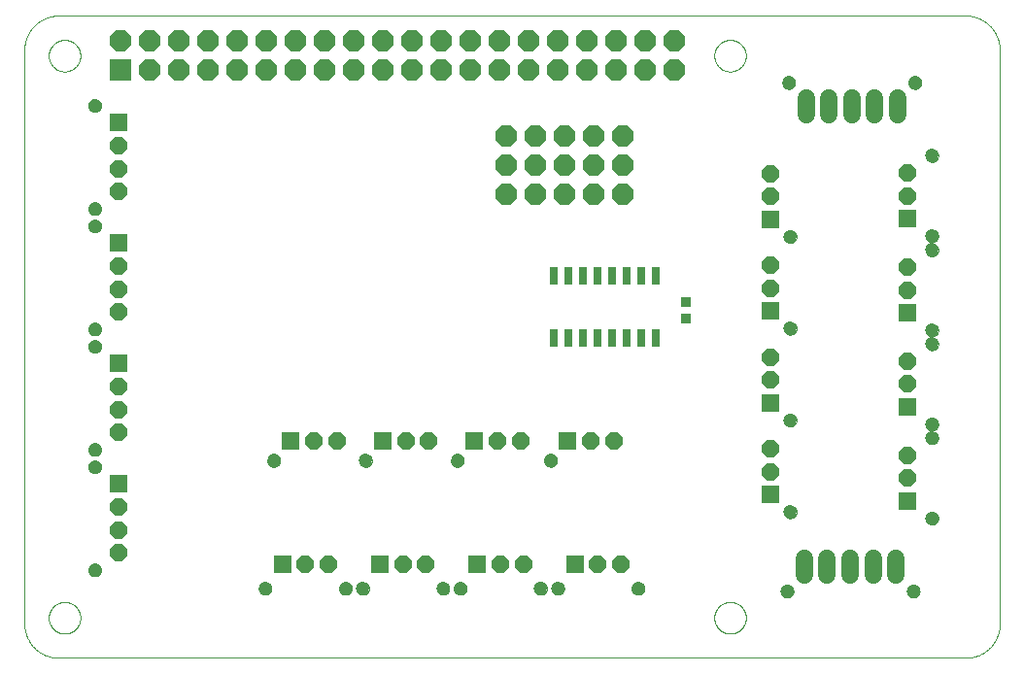
<source format=gts>
G75*
%MOIN*%
%OFA0B0*%
%FSLAX25Y25*%
%IPPOS*%
%LPD*%
%AMOC8*
5,1,8,0,0,1.08239X$1,22.5*
%
%ADD10R,0.07400X0.07400*%
%ADD11OC8,0.07400*%
%ADD12C,0.00000*%
%ADD13C,0.00039*%
%ADD14OC8,0.06000*%
%ADD15R,0.06000X0.06000*%
%ADD16C,0.04731*%
%ADD17R,0.02762X0.06306*%
%ADD18R,0.03550X0.03550*%
%ADD19C,0.06000*%
D10*
X0036300Y0206300D03*
D11*
X0046300Y0206300D03*
X0056300Y0206300D03*
X0066300Y0206300D03*
X0076300Y0206300D03*
X0086300Y0206300D03*
X0096300Y0206300D03*
X0106300Y0206300D03*
X0116300Y0206300D03*
X0126300Y0206300D03*
X0136300Y0206300D03*
X0146300Y0206300D03*
X0156300Y0206300D03*
X0166300Y0206300D03*
X0176300Y0206300D03*
X0186300Y0206300D03*
X0196300Y0206300D03*
X0206300Y0206300D03*
X0216300Y0206300D03*
X0226300Y0206300D03*
X0226300Y0216300D03*
X0216300Y0216300D03*
X0206300Y0216300D03*
X0196300Y0216300D03*
X0186300Y0216300D03*
X0176300Y0216300D03*
X0166300Y0216300D03*
X0156300Y0216300D03*
X0146300Y0216300D03*
X0136300Y0216300D03*
X0126300Y0216300D03*
X0116300Y0216300D03*
X0106300Y0216300D03*
X0096300Y0216300D03*
X0086300Y0216300D03*
X0076300Y0216300D03*
X0066300Y0216300D03*
X0056300Y0216300D03*
X0046300Y0216300D03*
X0036300Y0216300D03*
X0168800Y0183800D03*
X0178800Y0183800D03*
X0188800Y0183800D03*
X0198800Y0183800D03*
X0208800Y0183800D03*
X0208800Y0173800D03*
X0198800Y0173800D03*
X0188800Y0173800D03*
X0178800Y0173800D03*
X0168800Y0173800D03*
X0168800Y0163800D03*
X0178800Y0163800D03*
X0188800Y0163800D03*
X0198800Y0163800D03*
X0208800Y0163800D03*
D12*
X0326182Y0004607D02*
X0015158Y0004607D01*
X0014873Y0004610D01*
X0014587Y0004621D01*
X0014302Y0004638D01*
X0014018Y0004662D01*
X0013734Y0004693D01*
X0013451Y0004731D01*
X0013170Y0004776D01*
X0012889Y0004827D01*
X0012609Y0004885D01*
X0012331Y0004950D01*
X0012055Y0005022D01*
X0011781Y0005100D01*
X0011508Y0005185D01*
X0011238Y0005277D01*
X0010970Y0005375D01*
X0010704Y0005479D01*
X0010441Y0005590D01*
X0010181Y0005707D01*
X0009923Y0005830D01*
X0009669Y0005960D01*
X0009418Y0006096D01*
X0009170Y0006237D01*
X0008926Y0006385D01*
X0008685Y0006538D01*
X0008449Y0006698D01*
X0008216Y0006863D01*
X0007987Y0007033D01*
X0007762Y0007209D01*
X0007542Y0007391D01*
X0007326Y0007577D01*
X0007115Y0007769D01*
X0006908Y0007966D01*
X0006706Y0008168D01*
X0006509Y0008375D01*
X0006317Y0008586D01*
X0006131Y0008802D01*
X0005949Y0009022D01*
X0005773Y0009247D01*
X0005603Y0009476D01*
X0005438Y0009709D01*
X0005278Y0009945D01*
X0005125Y0010186D01*
X0004977Y0010430D01*
X0004836Y0010678D01*
X0004700Y0010929D01*
X0004570Y0011183D01*
X0004447Y0011441D01*
X0004330Y0011701D01*
X0004219Y0011964D01*
X0004115Y0012230D01*
X0004017Y0012498D01*
X0003925Y0012768D01*
X0003840Y0013041D01*
X0003762Y0013315D01*
X0003690Y0013591D01*
X0003625Y0013869D01*
X0003567Y0014149D01*
X0003516Y0014430D01*
X0003471Y0014711D01*
X0003433Y0014994D01*
X0003402Y0015278D01*
X0003378Y0015562D01*
X0003361Y0015847D01*
X0003350Y0016133D01*
X0003347Y0016418D01*
X0003347Y0213269D01*
X0003350Y0213554D01*
X0003361Y0213840D01*
X0003378Y0214125D01*
X0003402Y0214409D01*
X0003433Y0214693D01*
X0003471Y0214976D01*
X0003516Y0215257D01*
X0003567Y0215538D01*
X0003625Y0215818D01*
X0003690Y0216096D01*
X0003762Y0216372D01*
X0003840Y0216646D01*
X0003925Y0216919D01*
X0004017Y0217189D01*
X0004115Y0217457D01*
X0004219Y0217723D01*
X0004330Y0217986D01*
X0004447Y0218246D01*
X0004570Y0218504D01*
X0004700Y0218758D01*
X0004836Y0219009D01*
X0004977Y0219257D01*
X0005125Y0219501D01*
X0005278Y0219742D01*
X0005438Y0219978D01*
X0005603Y0220211D01*
X0005773Y0220440D01*
X0005949Y0220665D01*
X0006131Y0220885D01*
X0006317Y0221101D01*
X0006509Y0221312D01*
X0006706Y0221519D01*
X0006908Y0221721D01*
X0007115Y0221918D01*
X0007326Y0222110D01*
X0007542Y0222296D01*
X0007762Y0222478D01*
X0007987Y0222654D01*
X0008216Y0222824D01*
X0008449Y0222989D01*
X0008685Y0223149D01*
X0008926Y0223302D01*
X0009170Y0223450D01*
X0009418Y0223591D01*
X0009669Y0223727D01*
X0009923Y0223857D01*
X0010181Y0223980D01*
X0010441Y0224097D01*
X0010704Y0224208D01*
X0010970Y0224312D01*
X0011238Y0224410D01*
X0011508Y0224502D01*
X0011781Y0224587D01*
X0012055Y0224665D01*
X0012331Y0224737D01*
X0012609Y0224802D01*
X0012889Y0224860D01*
X0013170Y0224911D01*
X0013451Y0224956D01*
X0013734Y0224994D01*
X0014018Y0225025D01*
X0014302Y0225049D01*
X0014587Y0225066D01*
X0014873Y0225077D01*
X0015158Y0225080D01*
X0326182Y0225080D01*
X0326467Y0225077D01*
X0326753Y0225066D01*
X0327038Y0225049D01*
X0327322Y0225025D01*
X0327606Y0224994D01*
X0327889Y0224956D01*
X0328170Y0224911D01*
X0328451Y0224860D01*
X0328731Y0224802D01*
X0329009Y0224737D01*
X0329285Y0224665D01*
X0329559Y0224587D01*
X0329832Y0224502D01*
X0330102Y0224410D01*
X0330370Y0224312D01*
X0330636Y0224208D01*
X0330899Y0224097D01*
X0331159Y0223980D01*
X0331417Y0223857D01*
X0331671Y0223727D01*
X0331922Y0223591D01*
X0332170Y0223450D01*
X0332414Y0223302D01*
X0332655Y0223149D01*
X0332891Y0222989D01*
X0333124Y0222824D01*
X0333353Y0222654D01*
X0333578Y0222478D01*
X0333798Y0222296D01*
X0334014Y0222110D01*
X0334225Y0221918D01*
X0334432Y0221721D01*
X0334634Y0221519D01*
X0334831Y0221312D01*
X0335023Y0221101D01*
X0335209Y0220885D01*
X0335391Y0220665D01*
X0335567Y0220440D01*
X0335737Y0220211D01*
X0335902Y0219978D01*
X0336062Y0219742D01*
X0336215Y0219501D01*
X0336363Y0219257D01*
X0336504Y0219009D01*
X0336640Y0218758D01*
X0336770Y0218504D01*
X0336893Y0218246D01*
X0337010Y0217986D01*
X0337121Y0217723D01*
X0337225Y0217457D01*
X0337323Y0217189D01*
X0337415Y0216919D01*
X0337500Y0216646D01*
X0337578Y0216372D01*
X0337650Y0216096D01*
X0337715Y0215818D01*
X0337773Y0215538D01*
X0337824Y0215257D01*
X0337869Y0214976D01*
X0337907Y0214693D01*
X0337938Y0214409D01*
X0337962Y0214125D01*
X0337979Y0213840D01*
X0337990Y0213554D01*
X0337993Y0213269D01*
X0337993Y0016418D01*
X0337990Y0016133D01*
X0337979Y0015847D01*
X0337962Y0015562D01*
X0337938Y0015278D01*
X0337907Y0014994D01*
X0337869Y0014711D01*
X0337824Y0014430D01*
X0337773Y0014149D01*
X0337715Y0013869D01*
X0337650Y0013591D01*
X0337578Y0013315D01*
X0337500Y0013041D01*
X0337415Y0012768D01*
X0337323Y0012498D01*
X0337225Y0012230D01*
X0337121Y0011964D01*
X0337010Y0011701D01*
X0336893Y0011441D01*
X0336770Y0011183D01*
X0336640Y0010929D01*
X0336504Y0010678D01*
X0336363Y0010430D01*
X0336215Y0010186D01*
X0336062Y0009945D01*
X0335902Y0009709D01*
X0335737Y0009476D01*
X0335567Y0009247D01*
X0335391Y0009022D01*
X0335209Y0008802D01*
X0335023Y0008586D01*
X0334831Y0008375D01*
X0334634Y0008168D01*
X0334432Y0007966D01*
X0334225Y0007769D01*
X0334014Y0007577D01*
X0333798Y0007391D01*
X0333578Y0007209D01*
X0333353Y0007033D01*
X0333124Y0006863D01*
X0332891Y0006698D01*
X0332655Y0006538D01*
X0332414Y0006385D01*
X0332170Y0006237D01*
X0331922Y0006096D01*
X0331671Y0005960D01*
X0331417Y0005830D01*
X0331159Y0005707D01*
X0330899Y0005590D01*
X0330636Y0005479D01*
X0330370Y0005375D01*
X0330102Y0005277D01*
X0329832Y0005185D01*
X0329559Y0005100D01*
X0329285Y0005022D01*
X0329009Y0004950D01*
X0328731Y0004885D01*
X0328451Y0004827D01*
X0328170Y0004776D01*
X0327889Y0004731D01*
X0327606Y0004693D01*
X0327322Y0004662D01*
X0327038Y0004638D01*
X0326753Y0004621D01*
X0326467Y0004610D01*
X0326182Y0004607D01*
X0306152Y0027532D02*
X0306154Y0027625D01*
X0306160Y0027717D01*
X0306170Y0027809D01*
X0306184Y0027900D01*
X0306201Y0027991D01*
X0306223Y0028081D01*
X0306248Y0028170D01*
X0306277Y0028258D01*
X0306310Y0028344D01*
X0306347Y0028429D01*
X0306387Y0028513D01*
X0306431Y0028594D01*
X0306478Y0028674D01*
X0306528Y0028752D01*
X0306582Y0028827D01*
X0306639Y0028900D01*
X0306699Y0028970D01*
X0306762Y0029038D01*
X0306828Y0029103D01*
X0306896Y0029165D01*
X0306967Y0029225D01*
X0307041Y0029281D01*
X0307117Y0029334D01*
X0307195Y0029383D01*
X0307275Y0029430D01*
X0307357Y0029472D01*
X0307441Y0029512D01*
X0307526Y0029547D01*
X0307613Y0029579D01*
X0307701Y0029608D01*
X0307790Y0029632D01*
X0307880Y0029653D01*
X0307971Y0029669D01*
X0308063Y0029682D01*
X0308155Y0029691D01*
X0308248Y0029696D01*
X0308340Y0029697D01*
X0308433Y0029694D01*
X0308525Y0029687D01*
X0308617Y0029676D01*
X0308708Y0029661D01*
X0308799Y0029643D01*
X0308889Y0029620D01*
X0308977Y0029594D01*
X0309065Y0029564D01*
X0309151Y0029530D01*
X0309235Y0029493D01*
X0309318Y0029451D01*
X0309399Y0029407D01*
X0309479Y0029359D01*
X0309556Y0029308D01*
X0309630Y0029253D01*
X0309703Y0029195D01*
X0309773Y0029135D01*
X0309840Y0029071D01*
X0309904Y0029005D01*
X0309966Y0028935D01*
X0310024Y0028864D01*
X0310079Y0028790D01*
X0310131Y0028713D01*
X0310180Y0028634D01*
X0310226Y0028554D01*
X0310268Y0028471D01*
X0310306Y0028387D01*
X0310341Y0028301D01*
X0310372Y0028214D01*
X0310399Y0028126D01*
X0310422Y0028036D01*
X0310442Y0027946D01*
X0310458Y0027855D01*
X0310470Y0027763D01*
X0310478Y0027671D01*
X0310482Y0027578D01*
X0310482Y0027486D01*
X0310478Y0027393D01*
X0310470Y0027301D01*
X0310458Y0027209D01*
X0310442Y0027118D01*
X0310422Y0027028D01*
X0310399Y0026938D01*
X0310372Y0026850D01*
X0310341Y0026763D01*
X0310306Y0026677D01*
X0310268Y0026593D01*
X0310226Y0026510D01*
X0310180Y0026430D01*
X0310131Y0026351D01*
X0310079Y0026274D01*
X0310024Y0026200D01*
X0309966Y0026129D01*
X0309904Y0026059D01*
X0309840Y0025993D01*
X0309773Y0025929D01*
X0309703Y0025869D01*
X0309630Y0025811D01*
X0309556Y0025756D01*
X0309479Y0025705D01*
X0309400Y0025657D01*
X0309318Y0025613D01*
X0309235Y0025571D01*
X0309151Y0025534D01*
X0309065Y0025500D01*
X0308977Y0025470D01*
X0308889Y0025444D01*
X0308799Y0025421D01*
X0308708Y0025403D01*
X0308617Y0025388D01*
X0308525Y0025377D01*
X0308433Y0025370D01*
X0308340Y0025367D01*
X0308248Y0025368D01*
X0308155Y0025373D01*
X0308063Y0025382D01*
X0307971Y0025395D01*
X0307880Y0025411D01*
X0307790Y0025432D01*
X0307701Y0025456D01*
X0307613Y0025485D01*
X0307526Y0025517D01*
X0307441Y0025552D01*
X0307357Y0025592D01*
X0307275Y0025634D01*
X0307195Y0025681D01*
X0307117Y0025730D01*
X0307041Y0025783D01*
X0306967Y0025839D01*
X0306896Y0025899D01*
X0306828Y0025961D01*
X0306762Y0026026D01*
X0306699Y0026094D01*
X0306639Y0026164D01*
X0306582Y0026237D01*
X0306528Y0026312D01*
X0306478Y0026390D01*
X0306431Y0026470D01*
X0306387Y0026551D01*
X0306347Y0026635D01*
X0306310Y0026720D01*
X0306277Y0026806D01*
X0306248Y0026894D01*
X0306223Y0026983D01*
X0306201Y0027073D01*
X0306184Y0027164D01*
X0306170Y0027255D01*
X0306160Y0027347D01*
X0306154Y0027439D01*
X0306152Y0027532D01*
X0312537Y0052559D02*
X0312539Y0052652D01*
X0312545Y0052744D01*
X0312555Y0052836D01*
X0312569Y0052927D01*
X0312586Y0053018D01*
X0312608Y0053108D01*
X0312633Y0053197D01*
X0312662Y0053285D01*
X0312695Y0053371D01*
X0312732Y0053456D01*
X0312772Y0053540D01*
X0312816Y0053621D01*
X0312863Y0053701D01*
X0312913Y0053779D01*
X0312967Y0053854D01*
X0313024Y0053927D01*
X0313084Y0053997D01*
X0313147Y0054065D01*
X0313213Y0054130D01*
X0313281Y0054192D01*
X0313352Y0054252D01*
X0313426Y0054308D01*
X0313502Y0054361D01*
X0313580Y0054410D01*
X0313660Y0054457D01*
X0313742Y0054499D01*
X0313826Y0054539D01*
X0313911Y0054574D01*
X0313998Y0054606D01*
X0314086Y0054635D01*
X0314175Y0054659D01*
X0314265Y0054680D01*
X0314356Y0054696D01*
X0314448Y0054709D01*
X0314540Y0054718D01*
X0314633Y0054723D01*
X0314725Y0054724D01*
X0314818Y0054721D01*
X0314910Y0054714D01*
X0315002Y0054703D01*
X0315093Y0054688D01*
X0315184Y0054670D01*
X0315274Y0054647D01*
X0315362Y0054621D01*
X0315450Y0054591D01*
X0315536Y0054557D01*
X0315620Y0054520D01*
X0315703Y0054478D01*
X0315784Y0054434D01*
X0315864Y0054386D01*
X0315941Y0054335D01*
X0316015Y0054280D01*
X0316088Y0054222D01*
X0316158Y0054162D01*
X0316225Y0054098D01*
X0316289Y0054032D01*
X0316351Y0053962D01*
X0316409Y0053891D01*
X0316464Y0053817D01*
X0316516Y0053740D01*
X0316565Y0053661D01*
X0316611Y0053581D01*
X0316653Y0053498D01*
X0316691Y0053414D01*
X0316726Y0053328D01*
X0316757Y0053241D01*
X0316784Y0053153D01*
X0316807Y0053063D01*
X0316827Y0052973D01*
X0316843Y0052882D01*
X0316855Y0052790D01*
X0316863Y0052698D01*
X0316867Y0052605D01*
X0316867Y0052513D01*
X0316863Y0052420D01*
X0316855Y0052328D01*
X0316843Y0052236D01*
X0316827Y0052145D01*
X0316807Y0052055D01*
X0316784Y0051965D01*
X0316757Y0051877D01*
X0316726Y0051790D01*
X0316691Y0051704D01*
X0316653Y0051620D01*
X0316611Y0051537D01*
X0316565Y0051457D01*
X0316516Y0051378D01*
X0316464Y0051301D01*
X0316409Y0051227D01*
X0316351Y0051156D01*
X0316289Y0051086D01*
X0316225Y0051020D01*
X0316158Y0050956D01*
X0316088Y0050896D01*
X0316015Y0050838D01*
X0315941Y0050783D01*
X0315864Y0050732D01*
X0315785Y0050684D01*
X0315703Y0050640D01*
X0315620Y0050598D01*
X0315536Y0050561D01*
X0315450Y0050527D01*
X0315362Y0050497D01*
X0315274Y0050471D01*
X0315184Y0050448D01*
X0315093Y0050430D01*
X0315002Y0050415D01*
X0314910Y0050404D01*
X0314818Y0050397D01*
X0314725Y0050394D01*
X0314633Y0050395D01*
X0314540Y0050400D01*
X0314448Y0050409D01*
X0314356Y0050422D01*
X0314265Y0050438D01*
X0314175Y0050459D01*
X0314086Y0050483D01*
X0313998Y0050512D01*
X0313911Y0050544D01*
X0313826Y0050579D01*
X0313742Y0050619D01*
X0313660Y0050661D01*
X0313580Y0050708D01*
X0313502Y0050757D01*
X0313426Y0050810D01*
X0313352Y0050866D01*
X0313281Y0050926D01*
X0313213Y0050988D01*
X0313147Y0051053D01*
X0313084Y0051121D01*
X0313024Y0051191D01*
X0312967Y0051264D01*
X0312913Y0051339D01*
X0312863Y0051417D01*
X0312816Y0051497D01*
X0312772Y0051578D01*
X0312732Y0051662D01*
X0312695Y0051747D01*
X0312662Y0051833D01*
X0312633Y0051921D01*
X0312608Y0052010D01*
X0312586Y0052100D01*
X0312569Y0052191D01*
X0312555Y0052282D01*
X0312545Y0052374D01*
X0312539Y0052466D01*
X0312537Y0052559D01*
X0312537Y0080118D02*
X0312539Y0080211D01*
X0312545Y0080303D01*
X0312555Y0080395D01*
X0312569Y0080486D01*
X0312586Y0080577D01*
X0312608Y0080667D01*
X0312633Y0080756D01*
X0312662Y0080844D01*
X0312695Y0080930D01*
X0312732Y0081015D01*
X0312772Y0081099D01*
X0312816Y0081180D01*
X0312863Y0081260D01*
X0312913Y0081338D01*
X0312967Y0081413D01*
X0313024Y0081486D01*
X0313084Y0081556D01*
X0313147Y0081624D01*
X0313213Y0081689D01*
X0313281Y0081751D01*
X0313352Y0081811D01*
X0313426Y0081867D01*
X0313502Y0081920D01*
X0313580Y0081969D01*
X0313660Y0082016D01*
X0313742Y0082058D01*
X0313826Y0082098D01*
X0313911Y0082133D01*
X0313998Y0082165D01*
X0314086Y0082194D01*
X0314175Y0082218D01*
X0314265Y0082239D01*
X0314356Y0082255D01*
X0314448Y0082268D01*
X0314540Y0082277D01*
X0314633Y0082282D01*
X0314725Y0082283D01*
X0314818Y0082280D01*
X0314910Y0082273D01*
X0315002Y0082262D01*
X0315093Y0082247D01*
X0315184Y0082229D01*
X0315274Y0082206D01*
X0315362Y0082180D01*
X0315450Y0082150D01*
X0315536Y0082116D01*
X0315620Y0082079D01*
X0315703Y0082037D01*
X0315784Y0081993D01*
X0315864Y0081945D01*
X0315941Y0081894D01*
X0316015Y0081839D01*
X0316088Y0081781D01*
X0316158Y0081721D01*
X0316225Y0081657D01*
X0316289Y0081591D01*
X0316351Y0081521D01*
X0316409Y0081450D01*
X0316464Y0081376D01*
X0316516Y0081299D01*
X0316565Y0081220D01*
X0316611Y0081140D01*
X0316653Y0081057D01*
X0316691Y0080973D01*
X0316726Y0080887D01*
X0316757Y0080800D01*
X0316784Y0080712D01*
X0316807Y0080622D01*
X0316827Y0080532D01*
X0316843Y0080441D01*
X0316855Y0080349D01*
X0316863Y0080257D01*
X0316867Y0080164D01*
X0316867Y0080072D01*
X0316863Y0079979D01*
X0316855Y0079887D01*
X0316843Y0079795D01*
X0316827Y0079704D01*
X0316807Y0079614D01*
X0316784Y0079524D01*
X0316757Y0079436D01*
X0316726Y0079349D01*
X0316691Y0079263D01*
X0316653Y0079179D01*
X0316611Y0079096D01*
X0316565Y0079016D01*
X0316516Y0078937D01*
X0316464Y0078860D01*
X0316409Y0078786D01*
X0316351Y0078715D01*
X0316289Y0078645D01*
X0316225Y0078579D01*
X0316158Y0078515D01*
X0316088Y0078455D01*
X0316015Y0078397D01*
X0315941Y0078342D01*
X0315864Y0078291D01*
X0315785Y0078243D01*
X0315703Y0078199D01*
X0315620Y0078157D01*
X0315536Y0078120D01*
X0315450Y0078086D01*
X0315362Y0078056D01*
X0315274Y0078030D01*
X0315184Y0078007D01*
X0315093Y0077989D01*
X0315002Y0077974D01*
X0314910Y0077963D01*
X0314818Y0077956D01*
X0314725Y0077953D01*
X0314633Y0077954D01*
X0314540Y0077959D01*
X0314448Y0077968D01*
X0314356Y0077981D01*
X0314265Y0077997D01*
X0314175Y0078018D01*
X0314086Y0078042D01*
X0313998Y0078071D01*
X0313911Y0078103D01*
X0313826Y0078138D01*
X0313742Y0078178D01*
X0313660Y0078220D01*
X0313580Y0078267D01*
X0313502Y0078316D01*
X0313426Y0078369D01*
X0313352Y0078425D01*
X0313281Y0078485D01*
X0313213Y0078547D01*
X0313147Y0078612D01*
X0313084Y0078680D01*
X0313024Y0078750D01*
X0312967Y0078823D01*
X0312913Y0078898D01*
X0312863Y0078976D01*
X0312816Y0079056D01*
X0312772Y0079137D01*
X0312732Y0079221D01*
X0312695Y0079306D01*
X0312662Y0079392D01*
X0312633Y0079480D01*
X0312608Y0079569D01*
X0312586Y0079659D01*
X0312569Y0079750D01*
X0312555Y0079841D01*
X0312545Y0079933D01*
X0312539Y0080025D01*
X0312537Y0080118D01*
X0312537Y0084824D02*
X0312539Y0084917D01*
X0312545Y0085009D01*
X0312555Y0085101D01*
X0312569Y0085192D01*
X0312586Y0085283D01*
X0312608Y0085373D01*
X0312633Y0085462D01*
X0312662Y0085550D01*
X0312695Y0085636D01*
X0312732Y0085721D01*
X0312772Y0085805D01*
X0312816Y0085886D01*
X0312863Y0085966D01*
X0312913Y0086044D01*
X0312967Y0086119D01*
X0313024Y0086192D01*
X0313084Y0086262D01*
X0313147Y0086330D01*
X0313213Y0086395D01*
X0313281Y0086457D01*
X0313352Y0086517D01*
X0313426Y0086573D01*
X0313502Y0086626D01*
X0313580Y0086675D01*
X0313660Y0086722D01*
X0313742Y0086764D01*
X0313826Y0086804D01*
X0313911Y0086839D01*
X0313998Y0086871D01*
X0314086Y0086900D01*
X0314175Y0086924D01*
X0314265Y0086945D01*
X0314356Y0086961D01*
X0314448Y0086974D01*
X0314540Y0086983D01*
X0314633Y0086988D01*
X0314725Y0086989D01*
X0314818Y0086986D01*
X0314910Y0086979D01*
X0315002Y0086968D01*
X0315093Y0086953D01*
X0315184Y0086935D01*
X0315274Y0086912D01*
X0315362Y0086886D01*
X0315450Y0086856D01*
X0315536Y0086822D01*
X0315620Y0086785D01*
X0315703Y0086743D01*
X0315784Y0086699D01*
X0315864Y0086651D01*
X0315941Y0086600D01*
X0316015Y0086545D01*
X0316088Y0086487D01*
X0316158Y0086427D01*
X0316225Y0086363D01*
X0316289Y0086297D01*
X0316351Y0086227D01*
X0316409Y0086156D01*
X0316464Y0086082D01*
X0316516Y0086005D01*
X0316565Y0085926D01*
X0316611Y0085846D01*
X0316653Y0085763D01*
X0316691Y0085679D01*
X0316726Y0085593D01*
X0316757Y0085506D01*
X0316784Y0085418D01*
X0316807Y0085328D01*
X0316827Y0085238D01*
X0316843Y0085147D01*
X0316855Y0085055D01*
X0316863Y0084963D01*
X0316867Y0084870D01*
X0316867Y0084778D01*
X0316863Y0084685D01*
X0316855Y0084593D01*
X0316843Y0084501D01*
X0316827Y0084410D01*
X0316807Y0084320D01*
X0316784Y0084230D01*
X0316757Y0084142D01*
X0316726Y0084055D01*
X0316691Y0083969D01*
X0316653Y0083885D01*
X0316611Y0083802D01*
X0316565Y0083722D01*
X0316516Y0083643D01*
X0316464Y0083566D01*
X0316409Y0083492D01*
X0316351Y0083421D01*
X0316289Y0083351D01*
X0316225Y0083285D01*
X0316158Y0083221D01*
X0316088Y0083161D01*
X0316015Y0083103D01*
X0315941Y0083048D01*
X0315864Y0082997D01*
X0315785Y0082949D01*
X0315703Y0082905D01*
X0315620Y0082863D01*
X0315536Y0082826D01*
X0315450Y0082792D01*
X0315362Y0082762D01*
X0315274Y0082736D01*
X0315184Y0082713D01*
X0315093Y0082695D01*
X0315002Y0082680D01*
X0314910Y0082669D01*
X0314818Y0082662D01*
X0314725Y0082659D01*
X0314633Y0082660D01*
X0314540Y0082665D01*
X0314448Y0082674D01*
X0314356Y0082687D01*
X0314265Y0082703D01*
X0314175Y0082724D01*
X0314086Y0082748D01*
X0313998Y0082777D01*
X0313911Y0082809D01*
X0313826Y0082844D01*
X0313742Y0082884D01*
X0313660Y0082926D01*
X0313580Y0082973D01*
X0313502Y0083022D01*
X0313426Y0083075D01*
X0313352Y0083131D01*
X0313281Y0083191D01*
X0313213Y0083253D01*
X0313147Y0083318D01*
X0313084Y0083386D01*
X0313024Y0083456D01*
X0312967Y0083529D01*
X0312913Y0083604D01*
X0312863Y0083682D01*
X0312816Y0083762D01*
X0312772Y0083843D01*
X0312732Y0083927D01*
X0312695Y0084012D01*
X0312662Y0084098D01*
X0312633Y0084186D01*
X0312608Y0084275D01*
X0312586Y0084365D01*
X0312569Y0084456D01*
X0312555Y0084547D01*
X0312545Y0084639D01*
X0312539Y0084731D01*
X0312537Y0084824D01*
X0312537Y0112383D02*
X0312539Y0112476D01*
X0312545Y0112568D01*
X0312555Y0112660D01*
X0312569Y0112751D01*
X0312586Y0112842D01*
X0312608Y0112932D01*
X0312633Y0113021D01*
X0312662Y0113109D01*
X0312695Y0113195D01*
X0312732Y0113280D01*
X0312772Y0113364D01*
X0312816Y0113445D01*
X0312863Y0113525D01*
X0312913Y0113603D01*
X0312967Y0113678D01*
X0313024Y0113751D01*
X0313084Y0113821D01*
X0313147Y0113889D01*
X0313213Y0113954D01*
X0313281Y0114016D01*
X0313352Y0114076D01*
X0313426Y0114132D01*
X0313502Y0114185D01*
X0313580Y0114234D01*
X0313660Y0114281D01*
X0313742Y0114323D01*
X0313826Y0114363D01*
X0313911Y0114398D01*
X0313998Y0114430D01*
X0314086Y0114459D01*
X0314175Y0114483D01*
X0314265Y0114504D01*
X0314356Y0114520D01*
X0314448Y0114533D01*
X0314540Y0114542D01*
X0314633Y0114547D01*
X0314725Y0114548D01*
X0314818Y0114545D01*
X0314910Y0114538D01*
X0315002Y0114527D01*
X0315093Y0114512D01*
X0315184Y0114494D01*
X0315274Y0114471D01*
X0315362Y0114445D01*
X0315450Y0114415D01*
X0315536Y0114381D01*
X0315620Y0114344D01*
X0315703Y0114302D01*
X0315784Y0114258D01*
X0315864Y0114210D01*
X0315941Y0114159D01*
X0316015Y0114104D01*
X0316088Y0114046D01*
X0316158Y0113986D01*
X0316225Y0113922D01*
X0316289Y0113856D01*
X0316351Y0113786D01*
X0316409Y0113715D01*
X0316464Y0113641D01*
X0316516Y0113564D01*
X0316565Y0113485D01*
X0316611Y0113405D01*
X0316653Y0113322D01*
X0316691Y0113238D01*
X0316726Y0113152D01*
X0316757Y0113065D01*
X0316784Y0112977D01*
X0316807Y0112887D01*
X0316827Y0112797D01*
X0316843Y0112706D01*
X0316855Y0112614D01*
X0316863Y0112522D01*
X0316867Y0112429D01*
X0316867Y0112337D01*
X0316863Y0112244D01*
X0316855Y0112152D01*
X0316843Y0112060D01*
X0316827Y0111969D01*
X0316807Y0111879D01*
X0316784Y0111789D01*
X0316757Y0111701D01*
X0316726Y0111614D01*
X0316691Y0111528D01*
X0316653Y0111444D01*
X0316611Y0111361D01*
X0316565Y0111281D01*
X0316516Y0111202D01*
X0316464Y0111125D01*
X0316409Y0111051D01*
X0316351Y0110980D01*
X0316289Y0110910D01*
X0316225Y0110844D01*
X0316158Y0110780D01*
X0316088Y0110720D01*
X0316015Y0110662D01*
X0315941Y0110607D01*
X0315864Y0110556D01*
X0315785Y0110508D01*
X0315703Y0110464D01*
X0315620Y0110422D01*
X0315536Y0110385D01*
X0315450Y0110351D01*
X0315362Y0110321D01*
X0315274Y0110295D01*
X0315184Y0110272D01*
X0315093Y0110254D01*
X0315002Y0110239D01*
X0314910Y0110228D01*
X0314818Y0110221D01*
X0314725Y0110218D01*
X0314633Y0110219D01*
X0314540Y0110224D01*
X0314448Y0110233D01*
X0314356Y0110246D01*
X0314265Y0110262D01*
X0314175Y0110283D01*
X0314086Y0110307D01*
X0313998Y0110336D01*
X0313911Y0110368D01*
X0313826Y0110403D01*
X0313742Y0110443D01*
X0313660Y0110485D01*
X0313580Y0110532D01*
X0313502Y0110581D01*
X0313426Y0110634D01*
X0313352Y0110690D01*
X0313281Y0110750D01*
X0313213Y0110812D01*
X0313147Y0110877D01*
X0313084Y0110945D01*
X0313024Y0111015D01*
X0312967Y0111088D01*
X0312913Y0111163D01*
X0312863Y0111241D01*
X0312816Y0111321D01*
X0312772Y0111402D01*
X0312732Y0111486D01*
X0312695Y0111571D01*
X0312662Y0111657D01*
X0312633Y0111745D01*
X0312608Y0111834D01*
X0312586Y0111924D01*
X0312569Y0112015D01*
X0312555Y0112106D01*
X0312545Y0112198D01*
X0312539Y0112290D01*
X0312537Y0112383D01*
X0312537Y0117088D02*
X0312539Y0117181D01*
X0312545Y0117273D01*
X0312555Y0117365D01*
X0312569Y0117456D01*
X0312586Y0117547D01*
X0312608Y0117637D01*
X0312633Y0117726D01*
X0312662Y0117814D01*
X0312695Y0117900D01*
X0312732Y0117985D01*
X0312772Y0118069D01*
X0312816Y0118150D01*
X0312863Y0118230D01*
X0312913Y0118308D01*
X0312967Y0118383D01*
X0313024Y0118456D01*
X0313084Y0118526D01*
X0313147Y0118594D01*
X0313213Y0118659D01*
X0313281Y0118721D01*
X0313352Y0118781D01*
X0313426Y0118837D01*
X0313502Y0118890D01*
X0313580Y0118939D01*
X0313660Y0118986D01*
X0313742Y0119028D01*
X0313826Y0119068D01*
X0313911Y0119103D01*
X0313998Y0119135D01*
X0314086Y0119164D01*
X0314175Y0119188D01*
X0314265Y0119209D01*
X0314356Y0119225D01*
X0314448Y0119238D01*
X0314540Y0119247D01*
X0314633Y0119252D01*
X0314725Y0119253D01*
X0314818Y0119250D01*
X0314910Y0119243D01*
X0315002Y0119232D01*
X0315093Y0119217D01*
X0315184Y0119199D01*
X0315274Y0119176D01*
X0315362Y0119150D01*
X0315450Y0119120D01*
X0315536Y0119086D01*
X0315620Y0119049D01*
X0315703Y0119007D01*
X0315784Y0118963D01*
X0315864Y0118915D01*
X0315941Y0118864D01*
X0316015Y0118809D01*
X0316088Y0118751D01*
X0316158Y0118691D01*
X0316225Y0118627D01*
X0316289Y0118561D01*
X0316351Y0118491D01*
X0316409Y0118420D01*
X0316464Y0118346D01*
X0316516Y0118269D01*
X0316565Y0118190D01*
X0316611Y0118110D01*
X0316653Y0118027D01*
X0316691Y0117943D01*
X0316726Y0117857D01*
X0316757Y0117770D01*
X0316784Y0117682D01*
X0316807Y0117592D01*
X0316827Y0117502D01*
X0316843Y0117411D01*
X0316855Y0117319D01*
X0316863Y0117227D01*
X0316867Y0117134D01*
X0316867Y0117042D01*
X0316863Y0116949D01*
X0316855Y0116857D01*
X0316843Y0116765D01*
X0316827Y0116674D01*
X0316807Y0116584D01*
X0316784Y0116494D01*
X0316757Y0116406D01*
X0316726Y0116319D01*
X0316691Y0116233D01*
X0316653Y0116149D01*
X0316611Y0116066D01*
X0316565Y0115986D01*
X0316516Y0115907D01*
X0316464Y0115830D01*
X0316409Y0115756D01*
X0316351Y0115685D01*
X0316289Y0115615D01*
X0316225Y0115549D01*
X0316158Y0115485D01*
X0316088Y0115425D01*
X0316015Y0115367D01*
X0315941Y0115312D01*
X0315864Y0115261D01*
X0315785Y0115213D01*
X0315703Y0115169D01*
X0315620Y0115127D01*
X0315536Y0115090D01*
X0315450Y0115056D01*
X0315362Y0115026D01*
X0315274Y0115000D01*
X0315184Y0114977D01*
X0315093Y0114959D01*
X0315002Y0114944D01*
X0314910Y0114933D01*
X0314818Y0114926D01*
X0314725Y0114923D01*
X0314633Y0114924D01*
X0314540Y0114929D01*
X0314448Y0114938D01*
X0314356Y0114951D01*
X0314265Y0114967D01*
X0314175Y0114988D01*
X0314086Y0115012D01*
X0313998Y0115041D01*
X0313911Y0115073D01*
X0313826Y0115108D01*
X0313742Y0115148D01*
X0313660Y0115190D01*
X0313580Y0115237D01*
X0313502Y0115286D01*
X0313426Y0115339D01*
X0313352Y0115395D01*
X0313281Y0115455D01*
X0313213Y0115517D01*
X0313147Y0115582D01*
X0313084Y0115650D01*
X0313024Y0115720D01*
X0312967Y0115793D01*
X0312913Y0115868D01*
X0312863Y0115946D01*
X0312816Y0116026D01*
X0312772Y0116107D01*
X0312732Y0116191D01*
X0312695Y0116276D01*
X0312662Y0116362D01*
X0312633Y0116450D01*
X0312608Y0116539D01*
X0312586Y0116629D01*
X0312569Y0116720D01*
X0312555Y0116811D01*
X0312545Y0116903D01*
X0312539Y0116995D01*
X0312537Y0117088D01*
X0312537Y0144647D02*
X0312539Y0144740D01*
X0312545Y0144832D01*
X0312555Y0144924D01*
X0312569Y0145015D01*
X0312586Y0145106D01*
X0312608Y0145196D01*
X0312633Y0145285D01*
X0312662Y0145373D01*
X0312695Y0145459D01*
X0312732Y0145544D01*
X0312772Y0145628D01*
X0312816Y0145709D01*
X0312863Y0145789D01*
X0312913Y0145867D01*
X0312967Y0145942D01*
X0313024Y0146015D01*
X0313084Y0146085D01*
X0313147Y0146153D01*
X0313213Y0146218D01*
X0313281Y0146280D01*
X0313352Y0146340D01*
X0313426Y0146396D01*
X0313502Y0146449D01*
X0313580Y0146498D01*
X0313660Y0146545D01*
X0313742Y0146587D01*
X0313826Y0146627D01*
X0313911Y0146662D01*
X0313998Y0146694D01*
X0314086Y0146723D01*
X0314175Y0146747D01*
X0314265Y0146768D01*
X0314356Y0146784D01*
X0314448Y0146797D01*
X0314540Y0146806D01*
X0314633Y0146811D01*
X0314725Y0146812D01*
X0314818Y0146809D01*
X0314910Y0146802D01*
X0315002Y0146791D01*
X0315093Y0146776D01*
X0315184Y0146758D01*
X0315274Y0146735D01*
X0315362Y0146709D01*
X0315450Y0146679D01*
X0315536Y0146645D01*
X0315620Y0146608D01*
X0315703Y0146566D01*
X0315784Y0146522D01*
X0315864Y0146474D01*
X0315941Y0146423D01*
X0316015Y0146368D01*
X0316088Y0146310D01*
X0316158Y0146250D01*
X0316225Y0146186D01*
X0316289Y0146120D01*
X0316351Y0146050D01*
X0316409Y0145979D01*
X0316464Y0145905D01*
X0316516Y0145828D01*
X0316565Y0145749D01*
X0316611Y0145669D01*
X0316653Y0145586D01*
X0316691Y0145502D01*
X0316726Y0145416D01*
X0316757Y0145329D01*
X0316784Y0145241D01*
X0316807Y0145151D01*
X0316827Y0145061D01*
X0316843Y0144970D01*
X0316855Y0144878D01*
X0316863Y0144786D01*
X0316867Y0144693D01*
X0316867Y0144601D01*
X0316863Y0144508D01*
X0316855Y0144416D01*
X0316843Y0144324D01*
X0316827Y0144233D01*
X0316807Y0144143D01*
X0316784Y0144053D01*
X0316757Y0143965D01*
X0316726Y0143878D01*
X0316691Y0143792D01*
X0316653Y0143708D01*
X0316611Y0143625D01*
X0316565Y0143545D01*
X0316516Y0143466D01*
X0316464Y0143389D01*
X0316409Y0143315D01*
X0316351Y0143244D01*
X0316289Y0143174D01*
X0316225Y0143108D01*
X0316158Y0143044D01*
X0316088Y0142984D01*
X0316015Y0142926D01*
X0315941Y0142871D01*
X0315864Y0142820D01*
X0315785Y0142772D01*
X0315703Y0142728D01*
X0315620Y0142686D01*
X0315536Y0142649D01*
X0315450Y0142615D01*
X0315362Y0142585D01*
X0315274Y0142559D01*
X0315184Y0142536D01*
X0315093Y0142518D01*
X0315002Y0142503D01*
X0314910Y0142492D01*
X0314818Y0142485D01*
X0314725Y0142482D01*
X0314633Y0142483D01*
X0314540Y0142488D01*
X0314448Y0142497D01*
X0314356Y0142510D01*
X0314265Y0142526D01*
X0314175Y0142547D01*
X0314086Y0142571D01*
X0313998Y0142600D01*
X0313911Y0142632D01*
X0313826Y0142667D01*
X0313742Y0142707D01*
X0313660Y0142749D01*
X0313580Y0142796D01*
X0313502Y0142845D01*
X0313426Y0142898D01*
X0313352Y0142954D01*
X0313281Y0143014D01*
X0313213Y0143076D01*
X0313147Y0143141D01*
X0313084Y0143209D01*
X0313024Y0143279D01*
X0312967Y0143352D01*
X0312913Y0143427D01*
X0312863Y0143505D01*
X0312816Y0143585D01*
X0312772Y0143666D01*
X0312732Y0143750D01*
X0312695Y0143835D01*
X0312662Y0143921D01*
X0312633Y0144009D01*
X0312608Y0144098D01*
X0312586Y0144188D01*
X0312569Y0144279D01*
X0312555Y0144370D01*
X0312545Y0144462D01*
X0312539Y0144554D01*
X0312537Y0144647D01*
X0312537Y0149453D02*
X0312539Y0149546D01*
X0312545Y0149638D01*
X0312555Y0149730D01*
X0312569Y0149821D01*
X0312586Y0149912D01*
X0312608Y0150002D01*
X0312633Y0150091D01*
X0312662Y0150179D01*
X0312695Y0150265D01*
X0312732Y0150350D01*
X0312772Y0150434D01*
X0312816Y0150515D01*
X0312863Y0150595D01*
X0312913Y0150673D01*
X0312967Y0150748D01*
X0313024Y0150821D01*
X0313084Y0150891D01*
X0313147Y0150959D01*
X0313213Y0151024D01*
X0313281Y0151086D01*
X0313352Y0151146D01*
X0313426Y0151202D01*
X0313502Y0151255D01*
X0313580Y0151304D01*
X0313660Y0151351D01*
X0313742Y0151393D01*
X0313826Y0151433D01*
X0313911Y0151468D01*
X0313998Y0151500D01*
X0314086Y0151529D01*
X0314175Y0151553D01*
X0314265Y0151574D01*
X0314356Y0151590D01*
X0314448Y0151603D01*
X0314540Y0151612D01*
X0314633Y0151617D01*
X0314725Y0151618D01*
X0314818Y0151615D01*
X0314910Y0151608D01*
X0315002Y0151597D01*
X0315093Y0151582D01*
X0315184Y0151564D01*
X0315274Y0151541D01*
X0315362Y0151515D01*
X0315450Y0151485D01*
X0315536Y0151451D01*
X0315620Y0151414D01*
X0315703Y0151372D01*
X0315784Y0151328D01*
X0315864Y0151280D01*
X0315941Y0151229D01*
X0316015Y0151174D01*
X0316088Y0151116D01*
X0316158Y0151056D01*
X0316225Y0150992D01*
X0316289Y0150926D01*
X0316351Y0150856D01*
X0316409Y0150785D01*
X0316464Y0150711D01*
X0316516Y0150634D01*
X0316565Y0150555D01*
X0316611Y0150475D01*
X0316653Y0150392D01*
X0316691Y0150308D01*
X0316726Y0150222D01*
X0316757Y0150135D01*
X0316784Y0150047D01*
X0316807Y0149957D01*
X0316827Y0149867D01*
X0316843Y0149776D01*
X0316855Y0149684D01*
X0316863Y0149592D01*
X0316867Y0149499D01*
X0316867Y0149407D01*
X0316863Y0149314D01*
X0316855Y0149222D01*
X0316843Y0149130D01*
X0316827Y0149039D01*
X0316807Y0148949D01*
X0316784Y0148859D01*
X0316757Y0148771D01*
X0316726Y0148684D01*
X0316691Y0148598D01*
X0316653Y0148514D01*
X0316611Y0148431D01*
X0316565Y0148351D01*
X0316516Y0148272D01*
X0316464Y0148195D01*
X0316409Y0148121D01*
X0316351Y0148050D01*
X0316289Y0147980D01*
X0316225Y0147914D01*
X0316158Y0147850D01*
X0316088Y0147790D01*
X0316015Y0147732D01*
X0315941Y0147677D01*
X0315864Y0147626D01*
X0315785Y0147578D01*
X0315703Y0147534D01*
X0315620Y0147492D01*
X0315536Y0147455D01*
X0315450Y0147421D01*
X0315362Y0147391D01*
X0315274Y0147365D01*
X0315184Y0147342D01*
X0315093Y0147324D01*
X0315002Y0147309D01*
X0314910Y0147298D01*
X0314818Y0147291D01*
X0314725Y0147288D01*
X0314633Y0147289D01*
X0314540Y0147294D01*
X0314448Y0147303D01*
X0314356Y0147316D01*
X0314265Y0147332D01*
X0314175Y0147353D01*
X0314086Y0147377D01*
X0313998Y0147406D01*
X0313911Y0147438D01*
X0313826Y0147473D01*
X0313742Y0147513D01*
X0313660Y0147555D01*
X0313580Y0147602D01*
X0313502Y0147651D01*
X0313426Y0147704D01*
X0313352Y0147760D01*
X0313281Y0147820D01*
X0313213Y0147882D01*
X0313147Y0147947D01*
X0313084Y0148015D01*
X0313024Y0148085D01*
X0312967Y0148158D01*
X0312913Y0148233D01*
X0312863Y0148311D01*
X0312816Y0148391D01*
X0312772Y0148472D01*
X0312732Y0148556D01*
X0312695Y0148641D01*
X0312662Y0148727D01*
X0312633Y0148815D01*
X0312608Y0148904D01*
X0312586Y0148994D01*
X0312569Y0149085D01*
X0312555Y0149176D01*
X0312545Y0149268D01*
X0312539Y0149360D01*
X0312537Y0149453D01*
X0312537Y0177012D02*
X0312539Y0177105D01*
X0312545Y0177197D01*
X0312555Y0177289D01*
X0312569Y0177380D01*
X0312586Y0177471D01*
X0312608Y0177561D01*
X0312633Y0177650D01*
X0312662Y0177738D01*
X0312695Y0177824D01*
X0312732Y0177909D01*
X0312772Y0177993D01*
X0312816Y0178074D01*
X0312863Y0178154D01*
X0312913Y0178232D01*
X0312967Y0178307D01*
X0313024Y0178380D01*
X0313084Y0178450D01*
X0313147Y0178518D01*
X0313213Y0178583D01*
X0313281Y0178645D01*
X0313352Y0178705D01*
X0313426Y0178761D01*
X0313502Y0178814D01*
X0313580Y0178863D01*
X0313660Y0178910D01*
X0313742Y0178952D01*
X0313826Y0178992D01*
X0313911Y0179027D01*
X0313998Y0179059D01*
X0314086Y0179088D01*
X0314175Y0179112D01*
X0314265Y0179133D01*
X0314356Y0179149D01*
X0314448Y0179162D01*
X0314540Y0179171D01*
X0314633Y0179176D01*
X0314725Y0179177D01*
X0314818Y0179174D01*
X0314910Y0179167D01*
X0315002Y0179156D01*
X0315093Y0179141D01*
X0315184Y0179123D01*
X0315274Y0179100D01*
X0315362Y0179074D01*
X0315450Y0179044D01*
X0315536Y0179010D01*
X0315620Y0178973D01*
X0315703Y0178931D01*
X0315784Y0178887D01*
X0315864Y0178839D01*
X0315941Y0178788D01*
X0316015Y0178733D01*
X0316088Y0178675D01*
X0316158Y0178615D01*
X0316225Y0178551D01*
X0316289Y0178485D01*
X0316351Y0178415D01*
X0316409Y0178344D01*
X0316464Y0178270D01*
X0316516Y0178193D01*
X0316565Y0178114D01*
X0316611Y0178034D01*
X0316653Y0177951D01*
X0316691Y0177867D01*
X0316726Y0177781D01*
X0316757Y0177694D01*
X0316784Y0177606D01*
X0316807Y0177516D01*
X0316827Y0177426D01*
X0316843Y0177335D01*
X0316855Y0177243D01*
X0316863Y0177151D01*
X0316867Y0177058D01*
X0316867Y0176966D01*
X0316863Y0176873D01*
X0316855Y0176781D01*
X0316843Y0176689D01*
X0316827Y0176598D01*
X0316807Y0176508D01*
X0316784Y0176418D01*
X0316757Y0176330D01*
X0316726Y0176243D01*
X0316691Y0176157D01*
X0316653Y0176073D01*
X0316611Y0175990D01*
X0316565Y0175910D01*
X0316516Y0175831D01*
X0316464Y0175754D01*
X0316409Y0175680D01*
X0316351Y0175609D01*
X0316289Y0175539D01*
X0316225Y0175473D01*
X0316158Y0175409D01*
X0316088Y0175349D01*
X0316015Y0175291D01*
X0315941Y0175236D01*
X0315864Y0175185D01*
X0315785Y0175137D01*
X0315703Y0175093D01*
X0315620Y0175051D01*
X0315536Y0175014D01*
X0315450Y0174980D01*
X0315362Y0174950D01*
X0315274Y0174924D01*
X0315184Y0174901D01*
X0315093Y0174883D01*
X0315002Y0174868D01*
X0314910Y0174857D01*
X0314818Y0174850D01*
X0314725Y0174847D01*
X0314633Y0174848D01*
X0314540Y0174853D01*
X0314448Y0174862D01*
X0314356Y0174875D01*
X0314265Y0174891D01*
X0314175Y0174912D01*
X0314086Y0174936D01*
X0313998Y0174965D01*
X0313911Y0174997D01*
X0313826Y0175032D01*
X0313742Y0175072D01*
X0313660Y0175114D01*
X0313580Y0175161D01*
X0313502Y0175210D01*
X0313426Y0175263D01*
X0313352Y0175319D01*
X0313281Y0175379D01*
X0313213Y0175441D01*
X0313147Y0175506D01*
X0313084Y0175574D01*
X0313024Y0175644D01*
X0312967Y0175717D01*
X0312913Y0175792D01*
X0312863Y0175870D01*
X0312816Y0175950D01*
X0312772Y0176031D01*
X0312732Y0176115D01*
X0312695Y0176200D01*
X0312662Y0176286D01*
X0312633Y0176374D01*
X0312608Y0176463D01*
X0312586Y0176553D01*
X0312569Y0176644D01*
X0312555Y0176735D01*
X0312545Y0176827D01*
X0312539Y0176919D01*
X0312537Y0177012D01*
X0306726Y0202068D02*
X0306728Y0202161D01*
X0306734Y0202253D01*
X0306744Y0202345D01*
X0306758Y0202436D01*
X0306775Y0202527D01*
X0306797Y0202617D01*
X0306822Y0202706D01*
X0306851Y0202794D01*
X0306884Y0202880D01*
X0306921Y0202965D01*
X0306961Y0203049D01*
X0307005Y0203130D01*
X0307052Y0203210D01*
X0307102Y0203288D01*
X0307156Y0203363D01*
X0307213Y0203436D01*
X0307273Y0203506D01*
X0307336Y0203574D01*
X0307402Y0203639D01*
X0307470Y0203701D01*
X0307541Y0203761D01*
X0307615Y0203817D01*
X0307691Y0203870D01*
X0307769Y0203919D01*
X0307849Y0203966D01*
X0307931Y0204008D01*
X0308015Y0204048D01*
X0308100Y0204083D01*
X0308187Y0204115D01*
X0308275Y0204144D01*
X0308364Y0204168D01*
X0308454Y0204189D01*
X0308545Y0204205D01*
X0308637Y0204218D01*
X0308729Y0204227D01*
X0308822Y0204232D01*
X0308914Y0204233D01*
X0309007Y0204230D01*
X0309099Y0204223D01*
X0309191Y0204212D01*
X0309282Y0204197D01*
X0309373Y0204179D01*
X0309463Y0204156D01*
X0309551Y0204130D01*
X0309639Y0204100D01*
X0309725Y0204066D01*
X0309809Y0204029D01*
X0309892Y0203987D01*
X0309973Y0203943D01*
X0310053Y0203895D01*
X0310130Y0203844D01*
X0310204Y0203789D01*
X0310277Y0203731D01*
X0310347Y0203671D01*
X0310414Y0203607D01*
X0310478Y0203541D01*
X0310540Y0203471D01*
X0310598Y0203400D01*
X0310653Y0203326D01*
X0310705Y0203249D01*
X0310754Y0203170D01*
X0310800Y0203090D01*
X0310842Y0203007D01*
X0310880Y0202923D01*
X0310915Y0202837D01*
X0310946Y0202750D01*
X0310973Y0202662D01*
X0310996Y0202572D01*
X0311016Y0202482D01*
X0311032Y0202391D01*
X0311044Y0202299D01*
X0311052Y0202207D01*
X0311056Y0202114D01*
X0311056Y0202022D01*
X0311052Y0201929D01*
X0311044Y0201837D01*
X0311032Y0201745D01*
X0311016Y0201654D01*
X0310996Y0201564D01*
X0310973Y0201474D01*
X0310946Y0201386D01*
X0310915Y0201299D01*
X0310880Y0201213D01*
X0310842Y0201129D01*
X0310800Y0201046D01*
X0310754Y0200966D01*
X0310705Y0200887D01*
X0310653Y0200810D01*
X0310598Y0200736D01*
X0310540Y0200665D01*
X0310478Y0200595D01*
X0310414Y0200529D01*
X0310347Y0200465D01*
X0310277Y0200405D01*
X0310204Y0200347D01*
X0310130Y0200292D01*
X0310053Y0200241D01*
X0309974Y0200193D01*
X0309892Y0200149D01*
X0309809Y0200107D01*
X0309725Y0200070D01*
X0309639Y0200036D01*
X0309551Y0200006D01*
X0309463Y0199980D01*
X0309373Y0199957D01*
X0309282Y0199939D01*
X0309191Y0199924D01*
X0309099Y0199913D01*
X0309007Y0199906D01*
X0308914Y0199903D01*
X0308822Y0199904D01*
X0308729Y0199909D01*
X0308637Y0199918D01*
X0308545Y0199931D01*
X0308454Y0199947D01*
X0308364Y0199968D01*
X0308275Y0199992D01*
X0308187Y0200021D01*
X0308100Y0200053D01*
X0308015Y0200088D01*
X0307931Y0200128D01*
X0307849Y0200170D01*
X0307769Y0200217D01*
X0307691Y0200266D01*
X0307615Y0200319D01*
X0307541Y0200375D01*
X0307470Y0200435D01*
X0307402Y0200497D01*
X0307336Y0200562D01*
X0307273Y0200630D01*
X0307213Y0200700D01*
X0307156Y0200773D01*
X0307102Y0200848D01*
X0307052Y0200926D01*
X0307005Y0201006D01*
X0306961Y0201087D01*
X0306921Y0201171D01*
X0306884Y0201256D01*
X0306851Y0201342D01*
X0306822Y0201430D01*
X0306797Y0201519D01*
X0306775Y0201609D01*
X0306758Y0201700D01*
X0306744Y0201791D01*
X0306734Y0201883D01*
X0306728Y0201975D01*
X0306726Y0202068D01*
X0263418Y0202068D02*
X0263420Y0202161D01*
X0263426Y0202253D01*
X0263436Y0202345D01*
X0263450Y0202436D01*
X0263467Y0202527D01*
X0263489Y0202617D01*
X0263514Y0202706D01*
X0263543Y0202794D01*
X0263576Y0202880D01*
X0263613Y0202965D01*
X0263653Y0203049D01*
X0263697Y0203130D01*
X0263744Y0203210D01*
X0263794Y0203288D01*
X0263848Y0203363D01*
X0263905Y0203436D01*
X0263965Y0203506D01*
X0264028Y0203574D01*
X0264094Y0203639D01*
X0264162Y0203701D01*
X0264233Y0203761D01*
X0264307Y0203817D01*
X0264383Y0203870D01*
X0264461Y0203919D01*
X0264541Y0203966D01*
X0264623Y0204008D01*
X0264707Y0204048D01*
X0264792Y0204083D01*
X0264879Y0204115D01*
X0264967Y0204144D01*
X0265056Y0204168D01*
X0265146Y0204189D01*
X0265237Y0204205D01*
X0265329Y0204218D01*
X0265421Y0204227D01*
X0265514Y0204232D01*
X0265606Y0204233D01*
X0265699Y0204230D01*
X0265791Y0204223D01*
X0265883Y0204212D01*
X0265974Y0204197D01*
X0266065Y0204179D01*
X0266155Y0204156D01*
X0266243Y0204130D01*
X0266331Y0204100D01*
X0266417Y0204066D01*
X0266501Y0204029D01*
X0266584Y0203987D01*
X0266665Y0203943D01*
X0266745Y0203895D01*
X0266822Y0203844D01*
X0266896Y0203789D01*
X0266969Y0203731D01*
X0267039Y0203671D01*
X0267106Y0203607D01*
X0267170Y0203541D01*
X0267232Y0203471D01*
X0267290Y0203400D01*
X0267345Y0203326D01*
X0267397Y0203249D01*
X0267446Y0203170D01*
X0267492Y0203090D01*
X0267534Y0203007D01*
X0267572Y0202923D01*
X0267607Y0202837D01*
X0267638Y0202750D01*
X0267665Y0202662D01*
X0267688Y0202572D01*
X0267708Y0202482D01*
X0267724Y0202391D01*
X0267736Y0202299D01*
X0267744Y0202207D01*
X0267748Y0202114D01*
X0267748Y0202022D01*
X0267744Y0201929D01*
X0267736Y0201837D01*
X0267724Y0201745D01*
X0267708Y0201654D01*
X0267688Y0201564D01*
X0267665Y0201474D01*
X0267638Y0201386D01*
X0267607Y0201299D01*
X0267572Y0201213D01*
X0267534Y0201129D01*
X0267492Y0201046D01*
X0267446Y0200966D01*
X0267397Y0200887D01*
X0267345Y0200810D01*
X0267290Y0200736D01*
X0267232Y0200665D01*
X0267170Y0200595D01*
X0267106Y0200529D01*
X0267039Y0200465D01*
X0266969Y0200405D01*
X0266896Y0200347D01*
X0266822Y0200292D01*
X0266745Y0200241D01*
X0266666Y0200193D01*
X0266584Y0200149D01*
X0266501Y0200107D01*
X0266417Y0200070D01*
X0266331Y0200036D01*
X0266243Y0200006D01*
X0266155Y0199980D01*
X0266065Y0199957D01*
X0265974Y0199939D01*
X0265883Y0199924D01*
X0265791Y0199913D01*
X0265699Y0199906D01*
X0265606Y0199903D01*
X0265514Y0199904D01*
X0265421Y0199909D01*
X0265329Y0199918D01*
X0265237Y0199931D01*
X0265146Y0199947D01*
X0265056Y0199968D01*
X0264967Y0199992D01*
X0264879Y0200021D01*
X0264792Y0200053D01*
X0264707Y0200088D01*
X0264623Y0200128D01*
X0264541Y0200170D01*
X0264461Y0200217D01*
X0264383Y0200266D01*
X0264307Y0200319D01*
X0264233Y0200375D01*
X0264162Y0200435D01*
X0264094Y0200497D01*
X0264028Y0200562D01*
X0263965Y0200630D01*
X0263905Y0200700D01*
X0263848Y0200773D01*
X0263794Y0200848D01*
X0263744Y0200926D01*
X0263697Y0201006D01*
X0263653Y0201087D01*
X0263613Y0201171D01*
X0263576Y0201256D01*
X0263543Y0201342D01*
X0263514Y0201430D01*
X0263489Y0201519D01*
X0263467Y0201609D01*
X0263450Y0201700D01*
X0263436Y0201791D01*
X0263426Y0201883D01*
X0263420Y0201975D01*
X0263418Y0202068D01*
X0263918Y0149200D02*
X0263920Y0149293D01*
X0263926Y0149385D01*
X0263936Y0149477D01*
X0263950Y0149568D01*
X0263967Y0149659D01*
X0263989Y0149749D01*
X0264014Y0149838D01*
X0264043Y0149926D01*
X0264076Y0150012D01*
X0264113Y0150097D01*
X0264153Y0150181D01*
X0264197Y0150262D01*
X0264244Y0150342D01*
X0264294Y0150420D01*
X0264348Y0150495D01*
X0264405Y0150568D01*
X0264465Y0150638D01*
X0264528Y0150706D01*
X0264594Y0150771D01*
X0264662Y0150833D01*
X0264733Y0150893D01*
X0264807Y0150949D01*
X0264883Y0151002D01*
X0264961Y0151051D01*
X0265041Y0151098D01*
X0265123Y0151140D01*
X0265207Y0151180D01*
X0265292Y0151215D01*
X0265379Y0151247D01*
X0265467Y0151276D01*
X0265556Y0151300D01*
X0265646Y0151321D01*
X0265737Y0151337D01*
X0265829Y0151350D01*
X0265921Y0151359D01*
X0266014Y0151364D01*
X0266106Y0151365D01*
X0266199Y0151362D01*
X0266291Y0151355D01*
X0266383Y0151344D01*
X0266474Y0151329D01*
X0266565Y0151311D01*
X0266655Y0151288D01*
X0266743Y0151262D01*
X0266831Y0151232D01*
X0266917Y0151198D01*
X0267001Y0151161D01*
X0267084Y0151119D01*
X0267165Y0151075D01*
X0267245Y0151027D01*
X0267322Y0150976D01*
X0267396Y0150921D01*
X0267469Y0150863D01*
X0267539Y0150803D01*
X0267606Y0150739D01*
X0267670Y0150673D01*
X0267732Y0150603D01*
X0267790Y0150532D01*
X0267845Y0150458D01*
X0267897Y0150381D01*
X0267946Y0150302D01*
X0267992Y0150222D01*
X0268034Y0150139D01*
X0268072Y0150055D01*
X0268107Y0149969D01*
X0268138Y0149882D01*
X0268165Y0149794D01*
X0268188Y0149704D01*
X0268208Y0149614D01*
X0268224Y0149523D01*
X0268236Y0149431D01*
X0268244Y0149339D01*
X0268248Y0149246D01*
X0268248Y0149154D01*
X0268244Y0149061D01*
X0268236Y0148969D01*
X0268224Y0148877D01*
X0268208Y0148786D01*
X0268188Y0148696D01*
X0268165Y0148606D01*
X0268138Y0148518D01*
X0268107Y0148431D01*
X0268072Y0148345D01*
X0268034Y0148261D01*
X0267992Y0148178D01*
X0267946Y0148098D01*
X0267897Y0148019D01*
X0267845Y0147942D01*
X0267790Y0147868D01*
X0267732Y0147797D01*
X0267670Y0147727D01*
X0267606Y0147661D01*
X0267539Y0147597D01*
X0267469Y0147537D01*
X0267396Y0147479D01*
X0267322Y0147424D01*
X0267245Y0147373D01*
X0267166Y0147325D01*
X0267084Y0147281D01*
X0267001Y0147239D01*
X0266917Y0147202D01*
X0266831Y0147168D01*
X0266743Y0147138D01*
X0266655Y0147112D01*
X0266565Y0147089D01*
X0266474Y0147071D01*
X0266383Y0147056D01*
X0266291Y0147045D01*
X0266199Y0147038D01*
X0266106Y0147035D01*
X0266014Y0147036D01*
X0265921Y0147041D01*
X0265829Y0147050D01*
X0265737Y0147063D01*
X0265646Y0147079D01*
X0265556Y0147100D01*
X0265467Y0147124D01*
X0265379Y0147153D01*
X0265292Y0147185D01*
X0265207Y0147220D01*
X0265123Y0147260D01*
X0265041Y0147302D01*
X0264961Y0147349D01*
X0264883Y0147398D01*
X0264807Y0147451D01*
X0264733Y0147507D01*
X0264662Y0147567D01*
X0264594Y0147629D01*
X0264528Y0147694D01*
X0264465Y0147762D01*
X0264405Y0147832D01*
X0264348Y0147905D01*
X0264294Y0147980D01*
X0264244Y0148058D01*
X0264197Y0148138D01*
X0264153Y0148219D01*
X0264113Y0148303D01*
X0264076Y0148388D01*
X0264043Y0148474D01*
X0264014Y0148562D01*
X0263989Y0148651D01*
X0263967Y0148741D01*
X0263950Y0148832D01*
X0263936Y0148923D01*
X0263926Y0149015D01*
X0263920Y0149107D01*
X0263918Y0149200D01*
X0263918Y0117704D02*
X0263920Y0117797D01*
X0263926Y0117889D01*
X0263936Y0117981D01*
X0263950Y0118072D01*
X0263967Y0118163D01*
X0263989Y0118253D01*
X0264014Y0118342D01*
X0264043Y0118430D01*
X0264076Y0118516D01*
X0264113Y0118601D01*
X0264153Y0118685D01*
X0264197Y0118766D01*
X0264244Y0118846D01*
X0264294Y0118924D01*
X0264348Y0118999D01*
X0264405Y0119072D01*
X0264465Y0119142D01*
X0264528Y0119210D01*
X0264594Y0119275D01*
X0264662Y0119337D01*
X0264733Y0119397D01*
X0264807Y0119453D01*
X0264883Y0119506D01*
X0264961Y0119555D01*
X0265041Y0119602D01*
X0265123Y0119644D01*
X0265207Y0119684D01*
X0265292Y0119719D01*
X0265379Y0119751D01*
X0265467Y0119780D01*
X0265556Y0119804D01*
X0265646Y0119825D01*
X0265737Y0119841D01*
X0265829Y0119854D01*
X0265921Y0119863D01*
X0266014Y0119868D01*
X0266106Y0119869D01*
X0266199Y0119866D01*
X0266291Y0119859D01*
X0266383Y0119848D01*
X0266474Y0119833D01*
X0266565Y0119815D01*
X0266655Y0119792D01*
X0266743Y0119766D01*
X0266831Y0119736D01*
X0266917Y0119702D01*
X0267001Y0119665D01*
X0267084Y0119623D01*
X0267165Y0119579D01*
X0267245Y0119531D01*
X0267322Y0119480D01*
X0267396Y0119425D01*
X0267469Y0119367D01*
X0267539Y0119307D01*
X0267606Y0119243D01*
X0267670Y0119177D01*
X0267732Y0119107D01*
X0267790Y0119036D01*
X0267845Y0118962D01*
X0267897Y0118885D01*
X0267946Y0118806D01*
X0267992Y0118726D01*
X0268034Y0118643D01*
X0268072Y0118559D01*
X0268107Y0118473D01*
X0268138Y0118386D01*
X0268165Y0118298D01*
X0268188Y0118208D01*
X0268208Y0118118D01*
X0268224Y0118027D01*
X0268236Y0117935D01*
X0268244Y0117843D01*
X0268248Y0117750D01*
X0268248Y0117658D01*
X0268244Y0117565D01*
X0268236Y0117473D01*
X0268224Y0117381D01*
X0268208Y0117290D01*
X0268188Y0117200D01*
X0268165Y0117110D01*
X0268138Y0117022D01*
X0268107Y0116935D01*
X0268072Y0116849D01*
X0268034Y0116765D01*
X0267992Y0116682D01*
X0267946Y0116602D01*
X0267897Y0116523D01*
X0267845Y0116446D01*
X0267790Y0116372D01*
X0267732Y0116301D01*
X0267670Y0116231D01*
X0267606Y0116165D01*
X0267539Y0116101D01*
X0267469Y0116041D01*
X0267396Y0115983D01*
X0267322Y0115928D01*
X0267245Y0115877D01*
X0267166Y0115829D01*
X0267084Y0115785D01*
X0267001Y0115743D01*
X0266917Y0115706D01*
X0266831Y0115672D01*
X0266743Y0115642D01*
X0266655Y0115616D01*
X0266565Y0115593D01*
X0266474Y0115575D01*
X0266383Y0115560D01*
X0266291Y0115549D01*
X0266199Y0115542D01*
X0266106Y0115539D01*
X0266014Y0115540D01*
X0265921Y0115545D01*
X0265829Y0115554D01*
X0265737Y0115567D01*
X0265646Y0115583D01*
X0265556Y0115604D01*
X0265467Y0115628D01*
X0265379Y0115657D01*
X0265292Y0115689D01*
X0265207Y0115724D01*
X0265123Y0115764D01*
X0265041Y0115806D01*
X0264961Y0115853D01*
X0264883Y0115902D01*
X0264807Y0115955D01*
X0264733Y0116011D01*
X0264662Y0116071D01*
X0264594Y0116133D01*
X0264528Y0116198D01*
X0264465Y0116266D01*
X0264405Y0116336D01*
X0264348Y0116409D01*
X0264294Y0116484D01*
X0264244Y0116562D01*
X0264197Y0116642D01*
X0264153Y0116723D01*
X0264113Y0116807D01*
X0264076Y0116892D01*
X0264043Y0116978D01*
X0264014Y0117066D01*
X0263989Y0117155D01*
X0263967Y0117245D01*
X0263950Y0117336D01*
X0263936Y0117427D01*
X0263926Y0117519D01*
X0263920Y0117611D01*
X0263918Y0117704D01*
X0263918Y0086208D02*
X0263920Y0086301D01*
X0263926Y0086393D01*
X0263936Y0086485D01*
X0263950Y0086576D01*
X0263967Y0086667D01*
X0263989Y0086757D01*
X0264014Y0086846D01*
X0264043Y0086934D01*
X0264076Y0087020D01*
X0264113Y0087105D01*
X0264153Y0087189D01*
X0264197Y0087270D01*
X0264244Y0087350D01*
X0264294Y0087428D01*
X0264348Y0087503D01*
X0264405Y0087576D01*
X0264465Y0087646D01*
X0264528Y0087714D01*
X0264594Y0087779D01*
X0264662Y0087841D01*
X0264733Y0087901D01*
X0264807Y0087957D01*
X0264883Y0088010D01*
X0264961Y0088059D01*
X0265041Y0088106D01*
X0265123Y0088148D01*
X0265207Y0088188D01*
X0265292Y0088223D01*
X0265379Y0088255D01*
X0265467Y0088284D01*
X0265556Y0088308D01*
X0265646Y0088329D01*
X0265737Y0088345D01*
X0265829Y0088358D01*
X0265921Y0088367D01*
X0266014Y0088372D01*
X0266106Y0088373D01*
X0266199Y0088370D01*
X0266291Y0088363D01*
X0266383Y0088352D01*
X0266474Y0088337D01*
X0266565Y0088319D01*
X0266655Y0088296D01*
X0266743Y0088270D01*
X0266831Y0088240D01*
X0266917Y0088206D01*
X0267001Y0088169D01*
X0267084Y0088127D01*
X0267165Y0088083D01*
X0267245Y0088035D01*
X0267322Y0087984D01*
X0267396Y0087929D01*
X0267469Y0087871D01*
X0267539Y0087811D01*
X0267606Y0087747D01*
X0267670Y0087681D01*
X0267732Y0087611D01*
X0267790Y0087540D01*
X0267845Y0087466D01*
X0267897Y0087389D01*
X0267946Y0087310D01*
X0267992Y0087230D01*
X0268034Y0087147D01*
X0268072Y0087063D01*
X0268107Y0086977D01*
X0268138Y0086890D01*
X0268165Y0086802D01*
X0268188Y0086712D01*
X0268208Y0086622D01*
X0268224Y0086531D01*
X0268236Y0086439D01*
X0268244Y0086347D01*
X0268248Y0086254D01*
X0268248Y0086162D01*
X0268244Y0086069D01*
X0268236Y0085977D01*
X0268224Y0085885D01*
X0268208Y0085794D01*
X0268188Y0085704D01*
X0268165Y0085614D01*
X0268138Y0085526D01*
X0268107Y0085439D01*
X0268072Y0085353D01*
X0268034Y0085269D01*
X0267992Y0085186D01*
X0267946Y0085106D01*
X0267897Y0085027D01*
X0267845Y0084950D01*
X0267790Y0084876D01*
X0267732Y0084805D01*
X0267670Y0084735D01*
X0267606Y0084669D01*
X0267539Y0084605D01*
X0267469Y0084545D01*
X0267396Y0084487D01*
X0267322Y0084432D01*
X0267245Y0084381D01*
X0267166Y0084333D01*
X0267084Y0084289D01*
X0267001Y0084247D01*
X0266917Y0084210D01*
X0266831Y0084176D01*
X0266743Y0084146D01*
X0266655Y0084120D01*
X0266565Y0084097D01*
X0266474Y0084079D01*
X0266383Y0084064D01*
X0266291Y0084053D01*
X0266199Y0084046D01*
X0266106Y0084043D01*
X0266014Y0084044D01*
X0265921Y0084049D01*
X0265829Y0084058D01*
X0265737Y0084071D01*
X0265646Y0084087D01*
X0265556Y0084108D01*
X0265467Y0084132D01*
X0265379Y0084161D01*
X0265292Y0084193D01*
X0265207Y0084228D01*
X0265123Y0084268D01*
X0265041Y0084310D01*
X0264961Y0084357D01*
X0264883Y0084406D01*
X0264807Y0084459D01*
X0264733Y0084515D01*
X0264662Y0084575D01*
X0264594Y0084637D01*
X0264528Y0084702D01*
X0264465Y0084770D01*
X0264405Y0084840D01*
X0264348Y0084913D01*
X0264294Y0084988D01*
X0264244Y0085066D01*
X0264197Y0085146D01*
X0264153Y0085227D01*
X0264113Y0085311D01*
X0264076Y0085396D01*
X0264043Y0085482D01*
X0264014Y0085570D01*
X0263989Y0085659D01*
X0263967Y0085749D01*
X0263950Y0085840D01*
X0263936Y0085931D01*
X0263926Y0086023D01*
X0263920Y0086115D01*
X0263918Y0086208D01*
X0263918Y0054712D02*
X0263920Y0054805D01*
X0263926Y0054897D01*
X0263936Y0054989D01*
X0263950Y0055080D01*
X0263967Y0055171D01*
X0263989Y0055261D01*
X0264014Y0055350D01*
X0264043Y0055438D01*
X0264076Y0055524D01*
X0264113Y0055609D01*
X0264153Y0055693D01*
X0264197Y0055774D01*
X0264244Y0055854D01*
X0264294Y0055932D01*
X0264348Y0056007D01*
X0264405Y0056080D01*
X0264465Y0056150D01*
X0264528Y0056218D01*
X0264594Y0056283D01*
X0264662Y0056345D01*
X0264733Y0056405D01*
X0264807Y0056461D01*
X0264883Y0056514D01*
X0264961Y0056563D01*
X0265041Y0056610D01*
X0265123Y0056652D01*
X0265207Y0056692D01*
X0265292Y0056727D01*
X0265379Y0056759D01*
X0265467Y0056788D01*
X0265556Y0056812D01*
X0265646Y0056833D01*
X0265737Y0056849D01*
X0265829Y0056862D01*
X0265921Y0056871D01*
X0266014Y0056876D01*
X0266106Y0056877D01*
X0266199Y0056874D01*
X0266291Y0056867D01*
X0266383Y0056856D01*
X0266474Y0056841D01*
X0266565Y0056823D01*
X0266655Y0056800D01*
X0266743Y0056774D01*
X0266831Y0056744D01*
X0266917Y0056710D01*
X0267001Y0056673D01*
X0267084Y0056631D01*
X0267165Y0056587D01*
X0267245Y0056539D01*
X0267322Y0056488D01*
X0267396Y0056433D01*
X0267469Y0056375D01*
X0267539Y0056315D01*
X0267606Y0056251D01*
X0267670Y0056185D01*
X0267732Y0056115D01*
X0267790Y0056044D01*
X0267845Y0055970D01*
X0267897Y0055893D01*
X0267946Y0055814D01*
X0267992Y0055734D01*
X0268034Y0055651D01*
X0268072Y0055567D01*
X0268107Y0055481D01*
X0268138Y0055394D01*
X0268165Y0055306D01*
X0268188Y0055216D01*
X0268208Y0055126D01*
X0268224Y0055035D01*
X0268236Y0054943D01*
X0268244Y0054851D01*
X0268248Y0054758D01*
X0268248Y0054666D01*
X0268244Y0054573D01*
X0268236Y0054481D01*
X0268224Y0054389D01*
X0268208Y0054298D01*
X0268188Y0054208D01*
X0268165Y0054118D01*
X0268138Y0054030D01*
X0268107Y0053943D01*
X0268072Y0053857D01*
X0268034Y0053773D01*
X0267992Y0053690D01*
X0267946Y0053610D01*
X0267897Y0053531D01*
X0267845Y0053454D01*
X0267790Y0053380D01*
X0267732Y0053309D01*
X0267670Y0053239D01*
X0267606Y0053173D01*
X0267539Y0053109D01*
X0267469Y0053049D01*
X0267396Y0052991D01*
X0267322Y0052936D01*
X0267245Y0052885D01*
X0267166Y0052837D01*
X0267084Y0052793D01*
X0267001Y0052751D01*
X0266917Y0052714D01*
X0266831Y0052680D01*
X0266743Y0052650D01*
X0266655Y0052624D01*
X0266565Y0052601D01*
X0266474Y0052583D01*
X0266383Y0052568D01*
X0266291Y0052557D01*
X0266199Y0052550D01*
X0266106Y0052547D01*
X0266014Y0052548D01*
X0265921Y0052553D01*
X0265829Y0052562D01*
X0265737Y0052575D01*
X0265646Y0052591D01*
X0265556Y0052612D01*
X0265467Y0052636D01*
X0265379Y0052665D01*
X0265292Y0052697D01*
X0265207Y0052732D01*
X0265123Y0052772D01*
X0265041Y0052814D01*
X0264961Y0052861D01*
X0264883Y0052910D01*
X0264807Y0052963D01*
X0264733Y0053019D01*
X0264662Y0053079D01*
X0264594Y0053141D01*
X0264528Y0053206D01*
X0264465Y0053274D01*
X0264405Y0053344D01*
X0264348Y0053417D01*
X0264294Y0053492D01*
X0264244Y0053570D01*
X0264197Y0053650D01*
X0264153Y0053731D01*
X0264113Y0053815D01*
X0264076Y0053900D01*
X0264043Y0053986D01*
X0264014Y0054074D01*
X0263989Y0054163D01*
X0263967Y0054253D01*
X0263950Y0054344D01*
X0263936Y0054435D01*
X0263926Y0054527D01*
X0263920Y0054619D01*
X0263918Y0054712D01*
X0262844Y0027532D02*
X0262846Y0027625D01*
X0262852Y0027717D01*
X0262862Y0027809D01*
X0262876Y0027900D01*
X0262893Y0027991D01*
X0262915Y0028081D01*
X0262940Y0028170D01*
X0262969Y0028258D01*
X0263002Y0028344D01*
X0263039Y0028429D01*
X0263079Y0028513D01*
X0263123Y0028594D01*
X0263170Y0028674D01*
X0263220Y0028752D01*
X0263274Y0028827D01*
X0263331Y0028900D01*
X0263391Y0028970D01*
X0263454Y0029038D01*
X0263520Y0029103D01*
X0263588Y0029165D01*
X0263659Y0029225D01*
X0263733Y0029281D01*
X0263809Y0029334D01*
X0263887Y0029383D01*
X0263967Y0029430D01*
X0264049Y0029472D01*
X0264133Y0029512D01*
X0264218Y0029547D01*
X0264305Y0029579D01*
X0264393Y0029608D01*
X0264482Y0029632D01*
X0264572Y0029653D01*
X0264663Y0029669D01*
X0264755Y0029682D01*
X0264847Y0029691D01*
X0264940Y0029696D01*
X0265032Y0029697D01*
X0265125Y0029694D01*
X0265217Y0029687D01*
X0265309Y0029676D01*
X0265400Y0029661D01*
X0265491Y0029643D01*
X0265581Y0029620D01*
X0265669Y0029594D01*
X0265757Y0029564D01*
X0265843Y0029530D01*
X0265927Y0029493D01*
X0266010Y0029451D01*
X0266091Y0029407D01*
X0266171Y0029359D01*
X0266248Y0029308D01*
X0266322Y0029253D01*
X0266395Y0029195D01*
X0266465Y0029135D01*
X0266532Y0029071D01*
X0266596Y0029005D01*
X0266658Y0028935D01*
X0266716Y0028864D01*
X0266771Y0028790D01*
X0266823Y0028713D01*
X0266872Y0028634D01*
X0266918Y0028554D01*
X0266960Y0028471D01*
X0266998Y0028387D01*
X0267033Y0028301D01*
X0267064Y0028214D01*
X0267091Y0028126D01*
X0267114Y0028036D01*
X0267134Y0027946D01*
X0267150Y0027855D01*
X0267162Y0027763D01*
X0267170Y0027671D01*
X0267174Y0027578D01*
X0267174Y0027486D01*
X0267170Y0027393D01*
X0267162Y0027301D01*
X0267150Y0027209D01*
X0267134Y0027118D01*
X0267114Y0027028D01*
X0267091Y0026938D01*
X0267064Y0026850D01*
X0267033Y0026763D01*
X0266998Y0026677D01*
X0266960Y0026593D01*
X0266918Y0026510D01*
X0266872Y0026430D01*
X0266823Y0026351D01*
X0266771Y0026274D01*
X0266716Y0026200D01*
X0266658Y0026129D01*
X0266596Y0026059D01*
X0266532Y0025993D01*
X0266465Y0025929D01*
X0266395Y0025869D01*
X0266322Y0025811D01*
X0266248Y0025756D01*
X0266171Y0025705D01*
X0266092Y0025657D01*
X0266010Y0025613D01*
X0265927Y0025571D01*
X0265843Y0025534D01*
X0265757Y0025500D01*
X0265669Y0025470D01*
X0265581Y0025444D01*
X0265491Y0025421D01*
X0265400Y0025403D01*
X0265309Y0025388D01*
X0265217Y0025377D01*
X0265125Y0025370D01*
X0265032Y0025367D01*
X0264940Y0025368D01*
X0264847Y0025373D01*
X0264755Y0025382D01*
X0264663Y0025395D01*
X0264572Y0025411D01*
X0264482Y0025432D01*
X0264393Y0025456D01*
X0264305Y0025485D01*
X0264218Y0025517D01*
X0264133Y0025552D01*
X0264049Y0025592D01*
X0263967Y0025634D01*
X0263887Y0025681D01*
X0263809Y0025730D01*
X0263733Y0025783D01*
X0263659Y0025839D01*
X0263588Y0025899D01*
X0263520Y0025961D01*
X0263454Y0026026D01*
X0263391Y0026094D01*
X0263331Y0026164D01*
X0263274Y0026237D01*
X0263220Y0026312D01*
X0263170Y0026390D01*
X0263123Y0026470D01*
X0263079Y0026551D01*
X0263039Y0026635D01*
X0263002Y0026720D01*
X0262969Y0026806D01*
X0262940Y0026894D01*
X0262915Y0026983D01*
X0262893Y0027073D01*
X0262876Y0027164D01*
X0262862Y0027255D01*
X0262852Y0027347D01*
X0262846Y0027439D01*
X0262844Y0027532D01*
X0211733Y0028465D02*
X0211735Y0028558D01*
X0211741Y0028650D01*
X0211751Y0028742D01*
X0211765Y0028833D01*
X0211782Y0028924D01*
X0211804Y0029014D01*
X0211829Y0029103D01*
X0211858Y0029191D01*
X0211891Y0029277D01*
X0211928Y0029362D01*
X0211968Y0029446D01*
X0212012Y0029527D01*
X0212059Y0029607D01*
X0212109Y0029685D01*
X0212163Y0029760D01*
X0212220Y0029833D01*
X0212280Y0029903D01*
X0212343Y0029971D01*
X0212409Y0030036D01*
X0212477Y0030098D01*
X0212548Y0030158D01*
X0212622Y0030214D01*
X0212698Y0030267D01*
X0212776Y0030316D01*
X0212856Y0030363D01*
X0212938Y0030405D01*
X0213022Y0030445D01*
X0213107Y0030480D01*
X0213194Y0030512D01*
X0213282Y0030541D01*
X0213371Y0030565D01*
X0213461Y0030586D01*
X0213552Y0030602D01*
X0213644Y0030615D01*
X0213736Y0030624D01*
X0213829Y0030629D01*
X0213921Y0030630D01*
X0214014Y0030627D01*
X0214106Y0030620D01*
X0214198Y0030609D01*
X0214289Y0030594D01*
X0214380Y0030576D01*
X0214470Y0030553D01*
X0214558Y0030527D01*
X0214646Y0030497D01*
X0214732Y0030463D01*
X0214816Y0030426D01*
X0214899Y0030384D01*
X0214980Y0030340D01*
X0215060Y0030292D01*
X0215137Y0030241D01*
X0215211Y0030186D01*
X0215284Y0030128D01*
X0215354Y0030068D01*
X0215421Y0030004D01*
X0215485Y0029938D01*
X0215547Y0029868D01*
X0215605Y0029797D01*
X0215660Y0029723D01*
X0215712Y0029646D01*
X0215761Y0029567D01*
X0215807Y0029487D01*
X0215849Y0029404D01*
X0215887Y0029320D01*
X0215922Y0029234D01*
X0215953Y0029147D01*
X0215980Y0029059D01*
X0216003Y0028969D01*
X0216023Y0028879D01*
X0216039Y0028788D01*
X0216051Y0028696D01*
X0216059Y0028604D01*
X0216063Y0028511D01*
X0216063Y0028419D01*
X0216059Y0028326D01*
X0216051Y0028234D01*
X0216039Y0028142D01*
X0216023Y0028051D01*
X0216003Y0027961D01*
X0215980Y0027871D01*
X0215953Y0027783D01*
X0215922Y0027696D01*
X0215887Y0027610D01*
X0215849Y0027526D01*
X0215807Y0027443D01*
X0215761Y0027363D01*
X0215712Y0027284D01*
X0215660Y0027207D01*
X0215605Y0027133D01*
X0215547Y0027062D01*
X0215485Y0026992D01*
X0215421Y0026926D01*
X0215354Y0026862D01*
X0215284Y0026802D01*
X0215211Y0026744D01*
X0215137Y0026689D01*
X0215060Y0026638D01*
X0214981Y0026590D01*
X0214899Y0026546D01*
X0214816Y0026504D01*
X0214732Y0026467D01*
X0214646Y0026433D01*
X0214558Y0026403D01*
X0214470Y0026377D01*
X0214380Y0026354D01*
X0214289Y0026336D01*
X0214198Y0026321D01*
X0214106Y0026310D01*
X0214014Y0026303D01*
X0213921Y0026300D01*
X0213829Y0026301D01*
X0213736Y0026306D01*
X0213644Y0026315D01*
X0213552Y0026328D01*
X0213461Y0026344D01*
X0213371Y0026365D01*
X0213282Y0026389D01*
X0213194Y0026418D01*
X0213107Y0026450D01*
X0213022Y0026485D01*
X0212938Y0026525D01*
X0212856Y0026567D01*
X0212776Y0026614D01*
X0212698Y0026663D01*
X0212622Y0026716D01*
X0212548Y0026772D01*
X0212477Y0026832D01*
X0212409Y0026894D01*
X0212343Y0026959D01*
X0212280Y0027027D01*
X0212220Y0027097D01*
X0212163Y0027170D01*
X0212109Y0027245D01*
X0212059Y0027323D01*
X0212012Y0027403D01*
X0211968Y0027484D01*
X0211928Y0027568D01*
X0211891Y0027653D01*
X0211858Y0027739D01*
X0211829Y0027827D01*
X0211804Y0027916D01*
X0211782Y0028006D01*
X0211765Y0028097D01*
X0211751Y0028188D01*
X0211741Y0028280D01*
X0211735Y0028372D01*
X0211733Y0028465D01*
X0184174Y0028465D02*
X0184176Y0028558D01*
X0184182Y0028650D01*
X0184192Y0028742D01*
X0184206Y0028833D01*
X0184223Y0028924D01*
X0184245Y0029014D01*
X0184270Y0029103D01*
X0184299Y0029191D01*
X0184332Y0029277D01*
X0184369Y0029362D01*
X0184409Y0029446D01*
X0184453Y0029527D01*
X0184500Y0029607D01*
X0184550Y0029685D01*
X0184604Y0029760D01*
X0184661Y0029833D01*
X0184721Y0029903D01*
X0184784Y0029971D01*
X0184850Y0030036D01*
X0184918Y0030098D01*
X0184989Y0030158D01*
X0185063Y0030214D01*
X0185139Y0030267D01*
X0185217Y0030316D01*
X0185297Y0030363D01*
X0185379Y0030405D01*
X0185463Y0030445D01*
X0185548Y0030480D01*
X0185635Y0030512D01*
X0185723Y0030541D01*
X0185812Y0030565D01*
X0185902Y0030586D01*
X0185993Y0030602D01*
X0186085Y0030615D01*
X0186177Y0030624D01*
X0186270Y0030629D01*
X0186362Y0030630D01*
X0186455Y0030627D01*
X0186547Y0030620D01*
X0186639Y0030609D01*
X0186730Y0030594D01*
X0186821Y0030576D01*
X0186911Y0030553D01*
X0186999Y0030527D01*
X0187087Y0030497D01*
X0187173Y0030463D01*
X0187257Y0030426D01*
X0187340Y0030384D01*
X0187421Y0030340D01*
X0187501Y0030292D01*
X0187578Y0030241D01*
X0187652Y0030186D01*
X0187725Y0030128D01*
X0187795Y0030068D01*
X0187862Y0030004D01*
X0187926Y0029938D01*
X0187988Y0029868D01*
X0188046Y0029797D01*
X0188101Y0029723D01*
X0188153Y0029646D01*
X0188202Y0029567D01*
X0188248Y0029487D01*
X0188290Y0029404D01*
X0188328Y0029320D01*
X0188363Y0029234D01*
X0188394Y0029147D01*
X0188421Y0029059D01*
X0188444Y0028969D01*
X0188464Y0028879D01*
X0188480Y0028788D01*
X0188492Y0028696D01*
X0188500Y0028604D01*
X0188504Y0028511D01*
X0188504Y0028419D01*
X0188500Y0028326D01*
X0188492Y0028234D01*
X0188480Y0028142D01*
X0188464Y0028051D01*
X0188444Y0027961D01*
X0188421Y0027871D01*
X0188394Y0027783D01*
X0188363Y0027696D01*
X0188328Y0027610D01*
X0188290Y0027526D01*
X0188248Y0027443D01*
X0188202Y0027363D01*
X0188153Y0027284D01*
X0188101Y0027207D01*
X0188046Y0027133D01*
X0187988Y0027062D01*
X0187926Y0026992D01*
X0187862Y0026926D01*
X0187795Y0026862D01*
X0187725Y0026802D01*
X0187652Y0026744D01*
X0187578Y0026689D01*
X0187501Y0026638D01*
X0187422Y0026590D01*
X0187340Y0026546D01*
X0187257Y0026504D01*
X0187173Y0026467D01*
X0187087Y0026433D01*
X0186999Y0026403D01*
X0186911Y0026377D01*
X0186821Y0026354D01*
X0186730Y0026336D01*
X0186639Y0026321D01*
X0186547Y0026310D01*
X0186455Y0026303D01*
X0186362Y0026300D01*
X0186270Y0026301D01*
X0186177Y0026306D01*
X0186085Y0026315D01*
X0185993Y0026328D01*
X0185902Y0026344D01*
X0185812Y0026365D01*
X0185723Y0026389D01*
X0185635Y0026418D01*
X0185548Y0026450D01*
X0185463Y0026485D01*
X0185379Y0026525D01*
X0185297Y0026567D01*
X0185217Y0026614D01*
X0185139Y0026663D01*
X0185063Y0026716D01*
X0184989Y0026772D01*
X0184918Y0026832D01*
X0184850Y0026894D01*
X0184784Y0026959D01*
X0184721Y0027027D01*
X0184661Y0027097D01*
X0184604Y0027170D01*
X0184550Y0027245D01*
X0184500Y0027323D01*
X0184453Y0027403D01*
X0184409Y0027484D01*
X0184369Y0027568D01*
X0184332Y0027653D01*
X0184299Y0027739D01*
X0184270Y0027827D01*
X0184245Y0027916D01*
X0184223Y0028006D01*
X0184206Y0028097D01*
X0184192Y0028188D01*
X0184182Y0028280D01*
X0184176Y0028372D01*
X0184174Y0028465D01*
X0178269Y0028465D02*
X0178271Y0028558D01*
X0178277Y0028650D01*
X0178287Y0028742D01*
X0178301Y0028833D01*
X0178318Y0028924D01*
X0178340Y0029014D01*
X0178365Y0029103D01*
X0178394Y0029191D01*
X0178427Y0029277D01*
X0178464Y0029362D01*
X0178504Y0029446D01*
X0178548Y0029527D01*
X0178595Y0029607D01*
X0178645Y0029685D01*
X0178699Y0029760D01*
X0178756Y0029833D01*
X0178816Y0029903D01*
X0178879Y0029971D01*
X0178945Y0030036D01*
X0179013Y0030098D01*
X0179084Y0030158D01*
X0179158Y0030214D01*
X0179234Y0030267D01*
X0179312Y0030316D01*
X0179392Y0030363D01*
X0179474Y0030405D01*
X0179558Y0030445D01*
X0179643Y0030480D01*
X0179730Y0030512D01*
X0179818Y0030541D01*
X0179907Y0030565D01*
X0179997Y0030586D01*
X0180088Y0030602D01*
X0180180Y0030615D01*
X0180272Y0030624D01*
X0180365Y0030629D01*
X0180457Y0030630D01*
X0180550Y0030627D01*
X0180642Y0030620D01*
X0180734Y0030609D01*
X0180825Y0030594D01*
X0180916Y0030576D01*
X0181006Y0030553D01*
X0181094Y0030527D01*
X0181182Y0030497D01*
X0181268Y0030463D01*
X0181352Y0030426D01*
X0181435Y0030384D01*
X0181516Y0030340D01*
X0181596Y0030292D01*
X0181673Y0030241D01*
X0181747Y0030186D01*
X0181820Y0030128D01*
X0181890Y0030068D01*
X0181957Y0030004D01*
X0182021Y0029938D01*
X0182083Y0029868D01*
X0182141Y0029797D01*
X0182196Y0029723D01*
X0182248Y0029646D01*
X0182297Y0029567D01*
X0182343Y0029487D01*
X0182385Y0029404D01*
X0182423Y0029320D01*
X0182458Y0029234D01*
X0182489Y0029147D01*
X0182516Y0029059D01*
X0182539Y0028969D01*
X0182559Y0028879D01*
X0182575Y0028788D01*
X0182587Y0028696D01*
X0182595Y0028604D01*
X0182599Y0028511D01*
X0182599Y0028419D01*
X0182595Y0028326D01*
X0182587Y0028234D01*
X0182575Y0028142D01*
X0182559Y0028051D01*
X0182539Y0027961D01*
X0182516Y0027871D01*
X0182489Y0027783D01*
X0182458Y0027696D01*
X0182423Y0027610D01*
X0182385Y0027526D01*
X0182343Y0027443D01*
X0182297Y0027363D01*
X0182248Y0027284D01*
X0182196Y0027207D01*
X0182141Y0027133D01*
X0182083Y0027062D01*
X0182021Y0026992D01*
X0181957Y0026926D01*
X0181890Y0026862D01*
X0181820Y0026802D01*
X0181747Y0026744D01*
X0181673Y0026689D01*
X0181596Y0026638D01*
X0181517Y0026590D01*
X0181435Y0026546D01*
X0181352Y0026504D01*
X0181268Y0026467D01*
X0181182Y0026433D01*
X0181094Y0026403D01*
X0181006Y0026377D01*
X0180916Y0026354D01*
X0180825Y0026336D01*
X0180734Y0026321D01*
X0180642Y0026310D01*
X0180550Y0026303D01*
X0180457Y0026300D01*
X0180365Y0026301D01*
X0180272Y0026306D01*
X0180180Y0026315D01*
X0180088Y0026328D01*
X0179997Y0026344D01*
X0179907Y0026365D01*
X0179818Y0026389D01*
X0179730Y0026418D01*
X0179643Y0026450D01*
X0179558Y0026485D01*
X0179474Y0026525D01*
X0179392Y0026567D01*
X0179312Y0026614D01*
X0179234Y0026663D01*
X0179158Y0026716D01*
X0179084Y0026772D01*
X0179013Y0026832D01*
X0178945Y0026894D01*
X0178879Y0026959D01*
X0178816Y0027027D01*
X0178756Y0027097D01*
X0178699Y0027170D01*
X0178645Y0027245D01*
X0178595Y0027323D01*
X0178548Y0027403D01*
X0178504Y0027484D01*
X0178464Y0027568D01*
X0178427Y0027653D01*
X0178394Y0027739D01*
X0178365Y0027827D01*
X0178340Y0027916D01*
X0178318Y0028006D01*
X0178301Y0028097D01*
X0178287Y0028188D01*
X0178277Y0028280D01*
X0178271Y0028372D01*
X0178269Y0028465D01*
X0150710Y0028465D02*
X0150712Y0028558D01*
X0150718Y0028650D01*
X0150728Y0028742D01*
X0150742Y0028833D01*
X0150759Y0028924D01*
X0150781Y0029014D01*
X0150806Y0029103D01*
X0150835Y0029191D01*
X0150868Y0029277D01*
X0150905Y0029362D01*
X0150945Y0029446D01*
X0150989Y0029527D01*
X0151036Y0029607D01*
X0151086Y0029685D01*
X0151140Y0029760D01*
X0151197Y0029833D01*
X0151257Y0029903D01*
X0151320Y0029971D01*
X0151386Y0030036D01*
X0151454Y0030098D01*
X0151525Y0030158D01*
X0151599Y0030214D01*
X0151675Y0030267D01*
X0151753Y0030316D01*
X0151833Y0030363D01*
X0151915Y0030405D01*
X0151999Y0030445D01*
X0152084Y0030480D01*
X0152171Y0030512D01*
X0152259Y0030541D01*
X0152348Y0030565D01*
X0152438Y0030586D01*
X0152529Y0030602D01*
X0152621Y0030615D01*
X0152713Y0030624D01*
X0152806Y0030629D01*
X0152898Y0030630D01*
X0152991Y0030627D01*
X0153083Y0030620D01*
X0153175Y0030609D01*
X0153266Y0030594D01*
X0153357Y0030576D01*
X0153447Y0030553D01*
X0153535Y0030527D01*
X0153623Y0030497D01*
X0153709Y0030463D01*
X0153793Y0030426D01*
X0153876Y0030384D01*
X0153957Y0030340D01*
X0154037Y0030292D01*
X0154114Y0030241D01*
X0154188Y0030186D01*
X0154261Y0030128D01*
X0154331Y0030068D01*
X0154398Y0030004D01*
X0154462Y0029938D01*
X0154524Y0029868D01*
X0154582Y0029797D01*
X0154637Y0029723D01*
X0154689Y0029646D01*
X0154738Y0029567D01*
X0154784Y0029487D01*
X0154826Y0029404D01*
X0154864Y0029320D01*
X0154899Y0029234D01*
X0154930Y0029147D01*
X0154957Y0029059D01*
X0154980Y0028969D01*
X0155000Y0028879D01*
X0155016Y0028788D01*
X0155028Y0028696D01*
X0155036Y0028604D01*
X0155040Y0028511D01*
X0155040Y0028419D01*
X0155036Y0028326D01*
X0155028Y0028234D01*
X0155016Y0028142D01*
X0155000Y0028051D01*
X0154980Y0027961D01*
X0154957Y0027871D01*
X0154930Y0027783D01*
X0154899Y0027696D01*
X0154864Y0027610D01*
X0154826Y0027526D01*
X0154784Y0027443D01*
X0154738Y0027363D01*
X0154689Y0027284D01*
X0154637Y0027207D01*
X0154582Y0027133D01*
X0154524Y0027062D01*
X0154462Y0026992D01*
X0154398Y0026926D01*
X0154331Y0026862D01*
X0154261Y0026802D01*
X0154188Y0026744D01*
X0154114Y0026689D01*
X0154037Y0026638D01*
X0153958Y0026590D01*
X0153876Y0026546D01*
X0153793Y0026504D01*
X0153709Y0026467D01*
X0153623Y0026433D01*
X0153535Y0026403D01*
X0153447Y0026377D01*
X0153357Y0026354D01*
X0153266Y0026336D01*
X0153175Y0026321D01*
X0153083Y0026310D01*
X0152991Y0026303D01*
X0152898Y0026300D01*
X0152806Y0026301D01*
X0152713Y0026306D01*
X0152621Y0026315D01*
X0152529Y0026328D01*
X0152438Y0026344D01*
X0152348Y0026365D01*
X0152259Y0026389D01*
X0152171Y0026418D01*
X0152084Y0026450D01*
X0151999Y0026485D01*
X0151915Y0026525D01*
X0151833Y0026567D01*
X0151753Y0026614D01*
X0151675Y0026663D01*
X0151599Y0026716D01*
X0151525Y0026772D01*
X0151454Y0026832D01*
X0151386Y0026894D01*
X0151320Y0026959D01*
X0151257Y0027027D01*
X0151197Y0027097D01*
X0151140Y0027170D01*
X0151086Y0027245D01*
X0151036Y0027323D01*
X0150989Y0027403D01*
X0150945Y0027484D01*
X0150905Y0027568D01*
X0150868Y0027653D01*
X0150835Y0027739D01*
X0150806Y0027827D01*
X0150781Y0027916D01*
X0150759Y0028006D01*
X0150742Y0028097D01*
X0150728Y0028188D01*
X0150718Y0028280D01*
X0150712Y0028372D01*
X0150710Y0028465D01*
X0144804Y0028465D02*
X0144806Y0028558D01*
X0144812Y0028650D01*
X0144822Y0028742D01*
X0144836Y0028833D01*
X0144853Y0028924D01*
X0144875Y0029014D01*
X0144900Y0029103D01*
X0144929Y0029191D01*
X0144962Y0029277D01*
X0144999Y0029362D01*
X0145039Y0029446D01*
X0145083Y0029527D01*
X0145130Y0029607D01*
X0145180Y0029685D01*
X0145234Y0029760D01*
X0145291Y0029833D01*
X0145351Y0029903D01*
X0145414Y0029971D01*
X0145480Y0030036D01*
X0145548Y0030098D01*
X0145619Y0030158D01*
X0145693Y0030214D01*
X0145769Y0030267D01*
X0145847Y0030316D01*
X0145927Y0030363D01*
X0146009Y0030405D01*
X0146093Y0030445D01*
X0146178Y0030480D01*
X0146265Y0030512D01*
X0146353Y0030541D01*
X0146442Y0030565D01*
X0146532Y0030586D01*
X0146623Y0030602D01*
X0146715Y0030615D01*
X0146807Y0030624D01*
X0146900Y0030629D01*
X0146992Y0030630D01*
X0147085Y0030627D01*
X0147177Y0030620D01*
X0147269Y0030609D01*
X0147360Y0030594D01*
X0147451Y0030576D01*
X0147541Y0030553D01*
X0147629Y0030527D01*
X0147717Y0030497D01*
X0147803Y0030463D01*
X0147887Y0030426D01*
X0147970Y0030384D01*
X0148051Y0030340D01*
X0148131Y0030292D01*
X0148208Y0030241D01*
X0148282Y0030186D01*
X0148355Y0030128D01*
X0148425Y0030068D01*
X0148492Y0030004D01*
X0148556Y0029938D01*
X0148618Y0029868D01*
X0148676Y0029797D01*
X0148731Y0029723D01*
X0148783Y0029646D01*
X0148832Y0029567D01*
X0148878Y0029487D01*
X0148920Y0029404D01*
X0148958Y0029320D01*
X0148993Y0029234D01*
X0149024Y0029147D01*
X0149051Y0029059D01*
X0149074Y0028969D01*
X0149094Y0028879D01*
X0149110Y0028788D01*
X0149122Y0028696D01*
X0149130Y0028604D01*
X0149134Y0028511D01*
X0149134Y0028419D01*
X0149130Y0028326D01*
X0149122Y0028234D01*
X0149110Y0028142D01*
X0149094Y0028051D01*
X0149074Y0027961D01*
X0149051Y0027871D01*
X0149024Y0027783D01*
X0148993Y0027696D01*
X0148958Y0027610D01*
X0148920Y0027526D01*
X0148878Y0027443D01*
X0148832Y0027363D01*
X0148783Y0027284D01*
X0148731Y0027207D01*
X0148676Y0027133D01*
X0148618Y0027062D01*
X0148556Y0026992D01*
X0148492Y0026926D01*
X0148425Y0026862D01*
X0148355Y0026802D01*
X0148282Y0026744D01*
X0148208Y0026689D01*
X0148131Y0026638D01*
X0148052Y0026590D01*
X0147970Y0026546D01*
X0147887Y0026504D01*
X0147803Y0026467D01*
X0147717Y0026433D01*
X0147629Y0026403D01*
X0147541Y0026377D01*
X0147451Y0026354D01*
X0147360Y0026336D01*
X0147269Y0026321D01*
X0147177Y0026310D01*
X0147085Y0026303D01*
X0146992Y0026300D01*
X0146900Y0026301D01*
X0146807Y0026306D01*
X0146715Y0026315D01*
X0146623Y0026328D01*
X0146532Y0026344D01*
X0146442Y0026365D01*
X0146353Y0026389D01*
X0146265Y0026418D01*
X0146178Y0026450D01*
X0146093Y0026485D01*
X0146009Y0026525D01*
X0145927Y0026567D01*
X0145847Y0026614D01*
X0145769Y0026663D01*
X0145693Y0026716D01*
X0145619Y0026772D01*
X0145548Y0026832D01*
X0145480Y0026894D01*
X0145414Y0026959D01*
X0145351Y0027027D01*
X0145291Y0027097D01*
X0145234Y0027170D01*
X0145180Y0027245D01*
X0145130Y0027323D01*
X0145083Y0027403D01*
X0145039Y0027484D01*
X0144999Y0027568D01*
X0144962Y0027653D01*
X0144929Y0027739D01*
X0144900Y0027827D01*
X0144875Y0027916D01*
X0144853Y0028006D01*
X0144836Y0028097D01*
X0144822Y0028188D01*
X0144812Y0028280D01*
X0144806Y0028372D01*
X0144804Y0028465D01*
X0117245Y0028465D02*
X0117247Y0028558D01*
X0117253Y0028650D01*
X0117263Y0028742D01*
X0117277Y0028833D01*
X0117294Y0028924D01*
X0117316Y0029014D01*
X0117341Y0029103D01*
X0117370Y0029191D01*
X0117403Y0029277D01*
X0117440Y0029362D01*
X0117480Y0029446D01*
X0117524Y0029527D01*
X0117571Y0029607D01*
X0117621Y0029685D01*
X0117675Y0029760D01*
X0117732Y0029833D01*
X0117792Y0029903D01*
X0117855Y0029971D01*
X0117921Y0030036D01*
X0117989Y0030098D01*
X0118060Y0030158D01*
X0118134Y0030214D01*
X0118210Y0030267D01*
X0118288Y0030316D01*
X0118368Y0030363D01*
X0118450Y0030405D01*
X0118534Y0030445D01*
X0118619Y0030480D01*
X0118706Y0030512D01*
X0118794Y0030541D01*
X0118883Y0030565D01*
X0118973Y0030586D01*
X0119064Y0030602D01*
X0119156Y0030615D01*
X0119248Y0030624D01*
X0119341Y0030629D01*
X0119433Y0030630D01*
X0119526Y0030627D01*
X0119618Y0030620D01*
X0119710Y0030609D01*
X0119801Y0030594D01*
X0119892Y0030576D01*
X0119982Y0030553D01*
X0120070Y0030527D01*
X0120158Y0030497D01*
X0120244Y0030463D01*
X0120328Y0030426D01*
X0120411Y0030384D01*
X0120492Y0030340D01*
X0120572Y0030292D01*
X0120649Y0030241D01*
X0120723Y0030186D01*
X0120796Y0030128D01*
X0120866Y0030068D01*
X0120933Y0030004D01*
X0120997Y0029938D01*
X0121059Y0029868D01*
X0121117Y0029797D01*
X0121172Y0029723D01*
X0121224Y0029646D01*
X0121273Y0029567D01*
X0121319Y0029487D01*
X0121361Y0029404D01*
X0121399Y0029320D01*
X0121434Y0029234D01*
X0121465Y0029147D01*
X0121492Y0029059D01*
X0121515Y0028969D01*
X0121535Y0028879D01*
X0121551Y0028788D01*
X0121563Y0028696D01*
X0121571Y0028604D01*
X0121575Y0028511D01*
X0121575Y0028419D01*
X0121571Y0028326D01*
X0121563Y0028234D01*
X0121551Y0028142D01*
X0121535Y0028051D01*
X0121515Y0027961D01*
X0121492Y0027871D01*
X0121465Y0027783D01*
X0121434Y0027696D01*
X0121399Y0027610D01*
X0121361Y0027526D01*
X0121319Y0027443D01*
X0121273Y0027363D01*
X0121224Y0027284D01*
X0121172Y0027207D01*
X0121117Y0027133D01*
X0121059Y0027062D01*
X0120997Y0026992D01*
X0120933Y0026926D01*
X0120866Y0026862D01*
X0120796Y0026802D01*
X0120723Y0026744D01*
X0120649Y0026689D01*
X0120572Y0026638D01*
X0120493Y0026590D01*
X0120411Y0026546D01*
X0120328Y0026504D01*
X0120244Y0026467D01*
X0120158Y0026433D01*
X0120070Y0026403D01*
X0119982Y0026377D01*
X0119892Y0026354D01*
X0119801Y0026336D01*
X0119710Y0026321D01*
X0119618Y0026310D01*
X0119526Y0026303D01*
X0119433Y0026300D01*
X0119341Y0026301D01*
X0119248Y0026306D01*
X0119156Y0026315D01*
X0119064Y0026328D01*
X0118973Y0026344D01*
X0118883Y0026365D01*
X0118794Y0026389D01*
X0118706Y0026418D01*
X0118619Y0026450D01*
X0118534Y0026485D01*
X0118450Y0026525D01*
X0118368Y0026567D01*
X0118288Y0026614D01*
X0118210Y0026663D01*
X0118134Y0026716D01*
X0118060Y0026772D01*
X0117989Y0026832D01*
X0117921Y0026894D01*
X0117855Y0026959D01*
X0117792Y0027027D01*
X0117732Y0027097D01*
X0117675Y0027170D01*
X0117621Y0027245D01*
X0117571Y0027323D01*
X0117524Y0027403D01*
X0117480Y0027484D01*
X0117440Y0027568D01*
X0117403Y0027653D01*
X0117370Y0027739D01*
X0117341Y0027827D01*
X0117316Y0027916D01*
X0117294Y0028006D01*
X0117277Y0028097D01*
X0117263Y0028188D01*
X0117253Y0028280D01*
X0117247Y0028372D01*
X0117245Y0028465D01*
X0111340Y0028465D02*
X0111342Y0028558D01*
X0111348Y0028650D01*
X0111358Y0028742D01*
X0111372Y0028833D01*
X0111389Y0028924D01*
X0111411Y0029014D01*
X0111436Y0029103D01*
X0111465Y0029191D01*
X0111498Y0029277D01*
X0111535Y0029362D01*
X0111575Y0029446D01*
X0111619Y0029527D01*
X0111666Y0029607D01*
X0111716Y0029685D01*
X0111770Y0029760D01*
X0111827Y0029833D01*
X0111887Y0029903D01*
X0111950Y0029971D01*
X0112016Y0030036D01*
X0112084Y0030098D01*
X0112155Y0030158D01*
X0112229Y0030214D01*
X0112305Y0030267D01*
X0112383Y0030316D01*
X0112463Y0030363D01*
X0112545Y0030405D01*
X0112629Y0030445D01*
X0112714Y0030480D01*
X0112801Y0030512D01*
X0112889Y0030541D01*
X0112978Y0030565D01*
X0113068Y0030586D01*
X0113159Y0030602D01*
X0113251Y0030615D01*
X0113343Y0030624D01*
X0113436Y0030629D01*
X0113528Y0030630D01*
X0113621Y0030627D01*
X0113713Y0030620D01*
X0113805Y0030609D01*
X0113896Y0030594D01*
X0113987Y0030576D01*
X0114077Y0030553D01*
X0114165Y0030527D01*
X0114253Y0030497D01*
X0114339Y0030463D01*
X0114423Y0030426D01*
X0114506Y0030384D01*
X0114587Y0030340D01*
X0114667Y0030292D01*
X0114744Y0030241D01*
X0114818Y0030186D01*
X0114891Y0030128D01*
X0114961Y0030068D01*
X0115028Y0030004D01*
X0115092Y0029938D01*
X0115154Y0029868D01*
X0115212Y0029797D01*
X0115267Y0029723D01*
X0115319Y0029646D01*
X0115368Y0029567D01*
X0115414Y0029487D01*
X0115456Y0029404D01*
X0115494Y0029320D01*
X0115529Y0029234D01*
X0115560Y0029147D01*
X0115587Y0029059D01*
X0115610Y0028969D01*
X0115630Y0028879D01*
X0115646Y0028788D01*
X0115658Y0028696D01*
X0115666Y0028604D01*
X0115670Y0028511D01*
X0115670Y0028419D01*
X0115666Y0028326D01*
X0115658Y0028234D01*
X0115646Y0028142D01*
X0115630Y0028051D01*
X0115610Y0027961D01*
X0115587Y0027871D01*
X0115560Y0027783D01*
X0115529Y0027696D01*
X0115494Y0027610D01*
X0115456Y0027526D01*
X0115414Y0027443D01*
X0115368Y0027363D01*
X0115319Y0027284D01*
X0115267Y0027207D01*
X0115212Y0027133D01*
X0115154Y0027062D01*
X0115092Y0026992D01*
X0115028Y0026926D01*
X0114961Y0026862D01*
X0114891Y0026802D01*
X0114818Y0026744D01*
X0114744Y0026689D01*
X0114667Y0026638D01*
X0114588Y0026590D01*
X0114506Y0026546D01*
X0114423Y0026504D01*
X0114339Y0026467D01*
X0114253Y0026433D01*
X0114165Y0026403D01*
X0114077Y0026377D01*
X0113987Y0026354D01*
X0113896Y0026336D01*
X0113805Y0026321D01*
X0113713Y0026310D01*
X0113621Y0026303D01*
X0113528Y0026300D01*
X0113436Y0026301D01*
X0113343Y0026306D01*
X0113251Y0026315D01*
X0113159Y0026328D01*
X0113068Y0026344D01*
X0112978Y0026365D01*
X0112889Y0026389D01*
X0112801Y0026418D01*
X0112714Y0026450D01*
X0112629Y0026485D01*
X0112545Y0026525D01*
X0112463Y0026567D01*
X0112383Y0026614D01*
X0112305Y0026663D01*
X0112229Y0026716D01*
X0112155Y0026772D01*
X0112084Y0026832D01*
X0112016Y0026894D01*
X0111950Y0026959D01*
X0111887Y0027027D01*
X0111827Y0027097D01*
X0111770Y0027170D01*
X0111716Y0027245D01*
X0111666Y0027323D01*
X0111619Y0027403D01*
X0111575Y0027484D01*
X0111535Y0027568D01*
X0111498Y0027653D01*
X0111465Y0027739D01*
X0111436Y0027827D01*
X0111411Y0027916D01*
X0111389Y0028006D01*
X0111372Y0028097D01*
X0111358Y0028188D01*
X0111348Y0028280D01*
X0111342Y0028372D01*
X0111340Y0028465D01*
X0083781Y0028465D02*
X0083783Y0028558D01*
X0083789Y0028650D01*
X0083799Y0028742D01*
X0083813Y0028833D01*
X0083830Y0028924D01*
X0083852Y0029014D01*
X0083877Y0029103D01*
X0083906Y0029191D01*
X0083939Y0029277D01*
X0083976Y0029362D01*
X0084016Y0029446D01*
X0084060Y0029527D01*
X0084107Y0029607D01*
X0084157Y0029685D01*
X0084211Y0029760D01*
X0084268Y0029833D01*
X0084328Y0029903D01*
X0084391Y0029971D01*
X0084457Y0030036D01*
X0084525Y0030098D01*
X0084596Y0030158D01*
X0084670Y0030214D01*
X0084746Y0030267D01*
X0084824Y0030316D01*
X0084904Y0030363D01*
X0084986Y0030405D01*
X0085070Y0030445D01*
X0085155Y0030480D01*
X0085242Y0030512D01*
X0085330Y0030541D01*
X0085419Y0030565D01*
X0085509Y0030586D01*
X0085600Y0030602D01*
X0085692Y0030615D01*
X0085784Y0030624D01*
X0085877Y0030629D01*
X0085969Y0030630D01*
X0086062Y0030627D01*
X0086154Y0030620D01*
X0086246Y0030609D01*
X0086337Y0030594D01*
X0086428Y0030576D01*
X0086518Y0030553D01*
X0086606Y0030527D01*
X0086694Y0030497D01*
X0086780Y0030463D01*
X0086864Y0030426D01*
X0086947Y0030384D01*
X0087028Y0030340D01*
X0087108Y0030292D01*
X0087185Y0030241D01*
X0087259Y0030186D01*
X0087332Y0030128D01*
X0087402Y0030068D01*
X0087469Y0030004D01*
X0087533Y0029938D01*
X0087595Y0029868D01*
X0087653Y0029797D01*
X0087708Y0029723D01*
X0087760Y0029646D01*
X0087809Y0029567D01*
X0087855Y0029487D01*
X0087897Y0029404D01*
X0087935Y0029320D01*
X0087970Y0029234D01*
X0088001Y0029147D01*
X0088028Y0029059D01*
X0088051Y0028969D01*
X0088071Y0028879D01*
X0088087Y0028788D01*
X0088099Y0028696D01*
X0088107Y0028604D01*
X0088111Y0028511D01*
X0088111Y0028419D01*
X0088107Y0028326D01*
X0088099Y0028234D01*
X0088087Y0028142D01*
X0088071Y0028051D01*
X0088051Y0027961D01*
X0088028Y0027871D01*
X0088001Y0027783D01*
X0087970Y0027696D01*
X0087935Y0027610D01*
X0087897Y0027526D01*
X0087855Y0027443D01*
X0087809Y0027363D01*
X0087760Y0027284D01*
X0087708Y0027207D01*
X0087653Y0027133D01*
X0087595Y0027062D01*
X0087533Y0026992D01*
X0087469Y0026926D01*
X0087402Y0026862D01*
X0087332Y0026802D01*
X0087259Y0026744D01*
X0087185Y0026689D01*
X0087108Y0026638D01*
X0087029Y0026590D01*
X0086947Y0026546D01*
X0086864Y0026504D01*
X0086780Y0026467D01*
X0086694Y0026433D01*
X0086606Y0026403D01*
X0086518Y0026377D01*
X0086428Y0026354D01*
X0086337Y0026336D01*
X0086246Y0026321D01*
X0086154Y0026310D01*
X0086062Y0026303D01*
X0085969Y0026300D01*
X0085877Y0026301D01*
X0085784Y0026306D01*
X0085692Y0026315D01*
X0085600Y0026328D01*
X0085509Y0026344D01*
X0085419Y0026365D01*
X0085330Y0026389D01*
X0085242Y0026418D01*
X0085155Y0026450D01*
X0085070Y0026485D01*
X0084986Y0026525D01*
X0084904Y0026567D01*
X0084824Y0026614D01*
X0084746Y0026663D01*
X0084670Y0026716D01*
X0084596Y0026772D01*
X0084525Y0026832D01*
X0084457Y0026894D01*
X0084391Y0026959D01*
X0084328Y0027027D01*
X0084268Y0027097D01*
X0084211Y0027170D01*
X0084157Y0027245D01*
X0084107Y0027323D01*
X0084060Y0027403D01*
X0084016Y0027484D01*
X0083976Y0027568D01*
X0083939Y0027653D01*
X0083906Y0027739D01*
X0083877Y0027827D01*
X0083852Y0027916D01*
X0083830Y0028006D01*
X0083813Y0028097D01*
X0083799Y0028188D01*
X0083789Y0028280D01*
X0083783Y0028372D01*
X0083781Y0028465D01*
X0025316Y0034765D02*
X0025318Y0034858D01*
X0025324Y0034950D01*
X0025334Y0035042D01*
X0025348Y0035133D01*
X0025365Y0035224D01*
X0025387Y0035314D01*
X0025412Y0035403D01*
X0025441Y0035491D01*
X0025474Y0035577D01*
X0025511Y0035662D01*
X0025551Y0035746D01*
X0025595Y0035827D01*
X0025642Y0035907D01*
X0025692Y0035985D01*
X0025746Y0036060D01*
X0025803Y0036133D01*
X0025863Y0036203D01*
X0025926Y0036271D01*
X0025992Y0036336D01*
X0026060Y0036398D01*
X0026131Y0036458D01*
X0026205Y0036514D01*
X0026281Y0036567D01*
X0026359Y0036616D01*
X0026439Y0036663D01*
X0026521Y0036705D01*
X0026605Y0036745D01*
X0026690Y0036780D01*
X0026777Y0036812D01*
X0026865Y0036841D01*
X0026954Y0036865D01*
X0027044Y0036886D01*
X0027135Y0036902D01*
X0027227Y0036915D01*
X0027319Y0036924D01*
X0027412Y0036929D01*
X0027504Y0036930D01*
X0027597Y0036927D01*
X0027689Y0036920D01*
X0027781Y0036909D01*
X0027872Y0036894D01*
X0027963Y0036876D01*
X0028053Y0036853D01*
X0028141Y0036827D01*
X0028229Y0036797D01*
X0028315Y0036763D01*
X0028399Y0036726D01*
X0028482Y0036684D01*
X0028563Y0036640D01*
X0028643Y0036592D01*
X0028720Y0036541D01*
X0028794Y0036486D01*
X0028867Y0036428D01*
X0028937Y0036368D01*
X0029004Y0036304D01*
X0029068Y0036238D01*
X0029130Y0036168D01*
X0029188Y0036097D01*
X0029243Y0036023D01*
X0029295Y0035946D01*
X0029344Y0035867D01*
X0029390Y0035787D01*
X0029432Y0035704D01*
X0029470Y0035620D01*
X0029505Y0035534D01*
X0029536Y0035447D01*
X0029563Y0035359D01*
X0029586Y0035269D01*
X0029606Y0035179D01*
X0029622Y0035088D01*
X0029634Y0034996D01*
X0029642Y0034904D01*
X0029646Y0034811D01*
X0029646Y0034719D01*
X0029642Y0034626D01*
X0029634Y0034534D01*
X0029622Y0034442D01*
X0029606Y0034351D01*
X0029586Y0034261D01*
X0029563Y0034171D01*
X0029536Y0034083D01*
X0029505Y0033996D01*
X0029470Y0033910D01*
X0029432Y0033826D01*
X0029390Y0033743D01*
X0029344Y0033663D01*
X0029295Y0033584D01*
X0029243Y0033507D01*
X0029188Y0033433D01*
X0029130Y0033362D01*
X0029068Y0033292D01*
X0029004Y0033226D01*
X0028937Y0033162D01*
X0028867Y0033102D01*
X0028794Y0033044D01*
X0028720Y0032989D01*
X0028643Y0032938D01*
X0028564Y0032890D01*
X0028482Y0032846D01*
X0028399Y0032804D01*
X0028315Y0032767D01*
X0028229Y0032733D01*
X0028141Y0032703D01*
X0028053Y0032677D01*
X0027963Y0032654D01*
X0027872Y0032636D01*
X0027781Y0032621D01*
X0027689Y0032610D01*
X0027597Y0032603D01*
X0027504Y0032600D01*
X0027412Y0032601D01*
X0027319Y0032606D01*
X0027227Y0032615D01*
X0027135Y0032628D01*
X0027044Y0032644D01*
X0026954Y0032665D01*
X0026865Y0032689D01*
X0026777Y0032718D01*
X0026690Y0032750D01*
X0026605Y0032785D01*
X0026521Y0032825D01*
X0026439Y0032867D01*
X0026359Y0032914D01*
X0026281Y0032963D01*
X0026205Y0033016D01*
X0026131Y0033072D01*
X0026060Y0033132D01*
X0025992Y0033194D01*
X0025926Y0033259D01*
X0025863Y0033327D01*
X0025803Y0033397D01*
X0025746Y0033470D01*
X0025692Y0033545D01*
X0025642Y0033623D01*
X0025595Y0033703D01*
X0025551Y0033784D01*
X0025511Y0033868D01*
X0025474Y0033953D01*
X0025441Y0034039D01*
X0025412Y0034127D01*
X0025387Y0034216D01*
X0025365Y0034306D01*
X0025348Y0034397D01*
X0025334Y0034488D01*
X0025324Y0034580D01*
X0025318Y0034672D01*
X0025316Y0034765D01*
X0025316Y0070198D02*
X0025318Y0070291D01*
X0025324Y0070383D01*
X0025334Y0070475D01*
X0025348Y0070566D01*
X0025365Y0070657D01*
X0025387Y0070747D01*
X0025412Y0070836D01*
X0025441Y0070924D01*
X0025474Y0071010D01*
X0025511Y0071095D01*
X0025551Y0071179D01*
X0025595Y0071260D01*
X0025642Y0071340D01*
X0025692Y0071418D01*
X0025746Y0071493D01*
X0025803Y0071566D01*
X0025863Y0071636D01*
X0025926Y0071704D01*
X0025992Y0071769D01*
X0026060Y0071831D01*
X0026131Y0071891D01*
X0026205Y0071947D01*
X0026281Y0072000D01*
X0026359Y0072049D01*
X0026439Y0072096D01*
X0026521Y0072138D01*
X0026605Y0072178D01*
X0026690Y0072213D01*
X0026777Y0072245D01*
X0026865Y0072274D01*
X0026954Y0072298D01*
X0027044Y0072319D01*
X0027135Y0072335D01*
X0027227Y0072348D01*
X0027319Y0072357D01*
X0027412Y0072362D01*
X0027504Y0072363D01*
X0027597Y0072360D01*
X0027689Y0072353D01*
X0027781Y0072342D01*
X0027872Y0072327D01*
X0027963Y0072309D01*
X0028053Y0072286D01*
X0028141Y0072260D01*
X0028229Y0072230D01*
X0028315Y0072196D01*
X0028399Y0072159D01*
X0028482Y0072117D01*
X0028563Y0072073D01*
X0028643Y0072025D01*
X0028720Y0071974D01*
X0028794Y0071919D01*
X0028867Y0071861D01*
X0028937Y0071801D01*
X0029004Y0071737D01*
X0029068Y0071671D01*
X0029130Y0071601D01*
X0029188Y0071530D01*
X0029243Y0071456D01*
X0029295Y0071379D01*
X0029344Y0071300D01*
X0029390Y0071220D01*
X0029432Y0071137D01*
X0029470Y0071053D01*
X0029505Y0070967D01*
X0029536Y0070880D01*
X0029563Y0070792D01*
X0029586Y0070702D01*
X0029606Y0070612D01*
X0029622Y0070521D01*
X0029634Y0070429D01*
X0029642Y0070337D01*
X0029646Y0070244D01*
X0029646Y0070152D01*
X0029642Y0070059D01*
X0029634Y0069967D01*
X0029622Y0069875D01*
X0029606Y0069784D01*
X0029586Y0069694D01*
X0029563Y0069604D01*
X0029536Y0069516D01*
X0029505Y0069429D01*
X0029470Y0069343D01*
X0029432Y0069259D01*
X0029390Y0069176D01*
X0029344Y0069096D01*
X0029295Y0069017D01*
X0029243Y0068940D01*
X0029188Y0068866D01*
X0029130Y0068795D01*
X0029068Y0068725D01*
X0029004Y0068659D01*
X0028937Y0068595D01*
X0028867Y0068535D01*
X0028794Y0068477D01*
X0028720Y0068422D01*
X0028643Y0068371D01*
X0028564Y0068323D01*
X0028482Y0068279D01*
X0028399Y0068237D01*
X0028315Y0068200D01*
X0028229Y0068166D01*
X0028141Y0068136D01*
X0028053Y0068110D01*
X0027963Y0068087D01*
X0027872Y0068069D01*
X0027781Y0068054D01*
X0027689Y0068043D01*
X0027597Y0068036D01*
X0027504Y0068033D01*
X0027412Y0068034D01*
X0027319Y0068039D01*
X0027227Y0068048D01*
X0027135Y0068061D01*
X0027044Y0068077D01*
X0026954Y0068098D01*
X0026865Y0068122D01*
X0026777Y0068151D01*
X0026690Y0068183D01*
X0026605Y0068218D01*
X0026521Y0068258D01*
X0026439Y0068300D01*
X0026359Y0068347D01*
X0026281Y0068396D01*
X0026205Y0068449D01*
X0026131Y0068505D01*
X0026060Y0068565D01*
X0025992Y0068627D01*
X0025926Y0068692D01*
X0025863Y0068760D01*
X0025803Y0068830D01*
X0025746Y0068903D01*
X0025692Y0068978D01*
X0025642Y0069056D01*
X0025595Y0069136D01*
X0025551Y0069217D01*
X0025511Y0069301D01*
X0025474Y0069386D01*
X0025441Y0069472D01*
X0025412Y0069560D01*
X0025387Y0069649D01*
X0025365Y0069739D01*
X0025348Y0069830D01*
X0025334Y0069921D01*
X0025324Y0070013D01*
X0025318Y0070105D01*
X0025316Y0070198D01*
X0025316Y0076103D02*
X0025318Y0076196D01*
X0025324Y0076288D01*
X0025334Y0076380D01*
X0025348Y0076471D01*
X0025365Y0076562D01*
X0025387Y0076652D01*
X0025412Y0076741D01*
X0025441Y0076829D01*
X0025474Y0076915D01*
X0025511Y0077000D01*
X0025551Y0077084D01*
X0025595Y0077165D01*
X0025642Y0077245D01*
X0025692Y0077323D01*
X0025746Y0077398D01*
X0025803Y0077471D01*
X0025863Y0077541D01*
X0025926Y0077609D01*
X0025992Y0077674D01*
X0026060Y0077736D01*
X0026131Y0077796D01*
X0026205Y0077852D01*
X0026281Y0077905D01*
X0026359Y0077954D01*
X0026439Y0078001D01*
X0026521Y0078043D01*
X0026605Y0078083D01*
X0026690Y0078118D01*
X0026777Y0078150D01*
X0026865Y0078179D01*
X0026954Y0078203D01*
X0027044Y0078224D01*
X0027135Y0078240D01*
X0027227Y0078253D01*
X0027319Y0078262D01*
X0027412Y0078267D01*
X0027504Y0078268D01*
X0027597Y0078265D01*
X0027689Y0078258D01*
X0027781Y0078247D01*
X0027872Y0078232D01*
X0027963Y0078214D01*
X0028053Y0078191D01*
X0028141Y0078165D01*
X0028229Y0078135D01*
X0028315Y0078101D01*
X0028399Y0078064D01*
X0028482Y0078022D01*
X0028563Y0077978D01*
X0028643Y0077930D01*
X0028720Y0077879D01*
X0028794Y0077824D01*
X0028867Y0077766D01*
X0028937Y0077706D01*
X0029004Y0077642D01*
X0029068Y0077576D01*
X0029130Y0077506D01*
X0029188Y0077435D01*
X0029243Y0077361D01*
X0029295Y0077284D01*
X0029344Y0077205D01*
X0029390Y0077125D01*
X0029432Y0077042D01*
X0029470Y0076958D01*
X0029505Y0076872D01*
X0029536Y0076785D01*
X0029563Y0076697D01*
X0029586Y0076607D01*
X0029606Y0076517D01*
X0029622Y0076426D01*
X0029634Y0076334D01*
X0029642Y0076242D01*
X0029646Y0076149D01*
X0029646Y0076057D01*
X0029642Y0075964D01*
X0029634Y0075872D01*
X0029622Y0075780D01*
X0029606Y0075689D01*
X0029586Y0075599D01*
X0029563Y0075509D01*
X0029536Y0075421D01*
X0029505Y0075334D01*
X0029470Y0075248D01*
X0029432Y0075164D01*
X0029390Y0075081D01*
X0029344Y0075001D01*
X0029295Y0074922D01*
X0029243Y0074845D01*
X0029188Y0074771D01*
X0029130Y0074700D01*
X0029068Y0074630D01*
X0029004Y0074564D01*
X0028937Y0074500D01*
X0028867Y0074440D01*
X0028794Y0074382D01*
X0028720Y0074327D01*
X0028643Y0074276D01*
X0028564Y0074228D01*
X0028482Y0074184D01*
X0028399Y0074142D01*
X0028315Y0074105D01*
X0028229Y0074071D01*
X0028141Y0074041D01*
X0028053Y0074015D01*
X0027963Y0073992D01*
X0027872Y0073974D01*
X0027781Y0073959D01*
X0027689Y0073948D01*
X0027597Y0073941D01*
X0027504Y0073938D01*
X0027412Y0073939D01*
X0027319Y0073944D01*
X0027227Y0073953D01*
X0027135Y0073966D01*
X0027044Y0073982D01*
X0026954Y0074003D01*
X0026865Y0074027D01*
X0026777Y0074056D01*
X0026690Y0074088D01*
X0026605Y0074123D01*
X0026521Y0074163D01*
X0026439Y0074205D01*
X0026359Y0074252D01*
X0026281Y0074301D01*
X0026205Y0074354D01*
X0026131Y0074410D01*
X0026060Y0074470D01*
X0025992Y0074532D01*
X0025926Y0074597D01*
X0025863Y0074665D01*
X0025803Y0074735D01*
X0025746Y0074808D01*
X0025692Y0074883D01*
X0025642Y0074961D01*
X0025595Y0075041D01*
X0025551Y0075122D01*
X0025511Y0075206D01*
X0025474Y0075291D01*
X0025441Y0075377D01*
X0025412Y0075465D01*
X0025387Y0075554D01*
X0025365Y0075644D01*
X0025348Y0075735D01*
X0025334Y0075826D01*
X0025324Y0075918D01*
X0025318Y0076010D01*
X0025316Y0076103D01*
X0025316Y0111536D02*
X0025318Y0111629D01*
X0025324Y0111721D01*
X0025334Y0111813D01*
X0025348Y0111904D01*
X0025365Y0111995D01*
X0025387Y0112085D01*
X0025412Y0112174D01*
X0025441Y0112262D01*
X0025474Y0112348D01*
X0025511Y0112433D01*
X0025551Y0112517D01*
X0025595Y0112598D01*
X0025642Y0112678D01*
X0025692Y0112756D01*
X0025746Y0112831D01*
X0025803Y0112904D01*
X0025863Y0112974D01*
X0025926Y0113042D01*
X0025992Y0113107D01*
X0026060Y0113169D01*
X0026131Y0113229D01*
X0026205Y0113285D01*
X0026281Y0113338D01*
X0026359Y0113387D01*
X0026439Y0113434D01*
X0026521Y0113476D01*
X0026605Y0113516D01*
X0026690Y0113551D01*
X0026777Y0113583D01*
X0026865Y0113612D01*
X0026954Y0113636D01*
X0027044Y0113657D01*
X0027135Y0113673D01*
X0027227Y0113686D01*
X0027319Y0113695D01*
X0027412Y0113700D01*
X0027504Y0113701D01*
X0027597Y0113698D01*
X0027689Y0113691D01*
X0027781Y0113680D01*
X0027872Y0113665D01*
X0027963Y0113647D01*
X0028053Y0113624D01*
X0028141Y0113598D01*
X0028229Y0113568D01*
X0028315Y0113534D01*
X0028399Y0113497D01*
X0028482Y0113455D01*
X0028563Y0113411D01*
X0028643Y0113363D01*
X0028720Y0113312D01*
X0028794Y0113257D01*
X0028867Y0113199D01*
X0028937Y0113139D01*
X0029004Y0113075D01*
X0029068Y0113009D01*
X0029130Y0112939D01*
X0029188Y0112868D01*
X0029243Y0112794D01*
X0029295Y0112717D01*
X0029344Y0112638D01*
X0029390Y0112558D01*
X0029432Y0112475D01*
X0029470Y0112391D01*
X0029505Y0112305D01*
X0029536Y0112218D01*
X0029563Y0112130D01*
X0029586Y0112040D01*
X0029606Y0111950D01*
X0029622Y0111859D01*
X0029634Y0111767D01*
X0029642Y0111675D01*
X0029646Y0111582D01*
X0029646Y0111490D01*
X0029642Y0111397D01*
X0029634Y0111305D01*
X0029622Y0111213D01*
X0029606Y0111122D01*
X0029586Y0111032D01*
X0029563Y0110942D01*
X0029536Y0110854D01*
X0029505Y0110767D01*
X0029470Y0110681D01*
X0029432Y0110597D01*
X0029390Y0110514D01*
X0029344Y0110434D01*
X0029295Y0110355D01*
X0029243Y0110278D01*
X0029188Y0110204D01*
X0029130Y0110133D01*
X0029068Y0110063D01*
X0029004Y0109997D01*
X0028937Y0109933D01*
X0028867Y0109873D01*
X0028794Y0109815D01*
X0028720Y0109760D01*
X0028643Y0109709D01*
X0028564Y0109661D01*
X0028482Y0109617D01*
X0028399Y0109575D01*
X0028315Y0109538D01*
X0028229Y0109504D01*
X0028141Y0109474D01*
X0028053Y0109448D01*
X0027963Y0109425D01*
X0027872Y0109407D01*
X0027781Y0109392D01*
X0027689Y0109381D01*
X0027597Y0109374D01*
X0027504Y0109371D01*
X0027412Y0109372D01*
X0027319Y0109377D01*
X0027227Y0109386D01*
X0027135Y0109399D01*
X0027044Y0109415D01*
X0026954Y0109436D01*
X0026865Y0109460D01*
X0026777Y0109489D01*
X0026690Y0109521D01*
X0026605Y0109556D01*
X0026521Y0109596D01*
X0026439Y0109638D01*
X0026359Y0109685D01*
X0026281Y0109734D01*
X0026205Y0109787D01*
X0026131Y0109843D01*
X0026060Y0109903D01*
X0025992Y0109965D01*
X0025926Y0110030D01*
X0025863Y0110098D01*
X0025803Y0110168D01*
X0025746Y0110241D01*
X0025692Y0110316D01*
X0025642Y0110394D01*
X0025595Y0110474D01*
X0025551Y0110555D01*
X0025511Y0110639D01*
X0025474Y0110724D01*
X0025441Y0110810D01*
X0025412Y0110898D01*
X0025387Y0110987D01*
X0025365Y0111077D01*
X0025348Y0111168D01*
X0025334Y0111259D01*
X0025324Y0111351D01*
X0025318Y0111443D01*
X0025316Y0111536D01*
X0025316Y0117442D02*
X0025318Y0117535D01*
X0025324Y0117627D01*
X0025334Y0117719D01*
X0025348Y0117810D01*
X0025365Y0117901D01*
X0025387Y0117991D01*
X0025412Y0118080D01*
X0025441Y0118168D01*
X0025474Y0118254D01*
X0025511Y0118339D01*
X0025551Y0118423D01*
X0025595Y0118504D01*
X0025642Y0118584D01*
X0025692Y0118662D01*
X0025746Y0118737D01*
X0025803Y0118810D01*
X0025863Y0118880D01*
X0025926Y0118948D01*
X0025992Y0119013D01*
X0026060Y0119075D01*
X0026131Y0119135D01*
X0026205Y0119191D01*
X0026281Y0119244D01*
X0026359Y0119293D01*
X0026439Y0119340D01*
X0026521Y0119382D01*
X0026605Y0119422D01*
X0026690Y0119457D01*
X0026777Y0119489D01*
X0026865Y0119518D01*
X0026954Y0119542D01*
X0027044Y0119563D01*
X0027135Y0119579D01*
X0027227Y0119592D01*
X0027319Y0119601D01*
X0027412Y0119606D01*
X0027504Y0119607D01*
X0027597Y0119604D01*
X0027689Y0119597D01*
X0027781Y0119586D01*
X0027872Y0119571D01*
X0027963Y0119553D01*
X0028053Y0119530D01*
X0028141Y0119504D01*
X0028229Y0119474D01*
X0028315Y0119440D01*
X0028399Y0119403D01*
X0028482Y0119361D01*
X0028563Y0119317D01*
X0028643Y0119269D01*
X0028720Y0119218D01*
X0028794Y0119163D01*
X0028867Y0119105D01*
X0028937Y0119045D01*
X0029004Y0118981D01*
X0029068Y0118915D01*
X0029130Y0118845D01*
X0029188Y0118774D01*
X0029243Y0118700D01*
X0029295Y0118623D01*
X0029344Y0118544D01*
X0029390Y0118464D01*
X0029432Y0118381D01*
X0029470Y0118297D01*
X0029505Y0118211D01*
X0029536Y0118124D01*
X0029563Y0118036D01*
X0029586Y0117946D01*
X0029606Y0117856D01*
X0029622Y0117765D01*
X0029634Y0117673D01*
X0029642Y0117581D01*
X0029646Y0117488D01*
X0029646Y0117396D01*
X0029642Y0117303D01*
X0029634Y0117211D01*
X0029622Y0117119D01*
X0029606Y0117028D01*
X0029586Y0116938D01*
X0029563Y0116848D01*
X0029536Y0116760D01*
X0029505Y0116673D01*
X0029470Y0116587D01*
X0029432Y0116503D01*
X0029390Y0116420D01*
X0029344Y0116340D01*
X0029295Y0116261D01*
X0029243Y0116184D01*
X0029188Y0116110D01*
X0029130Y0116039D01*
X0029068Y0115969D01*
X0029004Y0115903D01*
X0028937Y0115839D01*
X0028867Y0115779D01*
X0028794Y0115721D01*
X0028720Y0115666D01*
X0028643Y0115615D01*
X0028564Y0115567D01*
X0028482Y0115523D01*
X0028399Y0115481D01*
X0028315Y0115444D01*
X0028229Y0115410D01*
X0028141Y0115380D01*
X0028053Y0115354D01*
X0027963Y0115331D01*
X0027872Y0115313D01*
X0027781Y0115298D01*
X0027689Y0115287D01*
X0027597Y0115280D01*
X0027504Y0115277D01*
X0027412Y0115278D01*
X0027319Y0115283D01*
X0027227Y0115292D01*
X0027135Y0115305D01*
X0027044Y0115321D01*
X0026954Y0115342D01*
X0026865Y0115366D01*
X0026777Y0115395D01*
X0026690Y0115427D01*
X0026605Y0115462D01*
X0026521Y0115502D01*
X0026439Y0115544D01*
X0026359Y0115591D01*
X0026281Y0115640D01*
X0026205Y0115693D01*
X0026131Y0115749D01*
X0026060Y0115809D01*
X0025992Y0115871D01*
X0025926Y0115936D01*
X0025863Y0116004D01*
X0025803Y0116074D01*
X0025746Y0116147D01*
X0025692Y0116222D01*
X0025642Y0116300D01*
X0025595Y0116380D01*
X0025551Y0116461D01*
X0025511Y0116545D01*
X0025474Y0116630D01*
X0025441Y0116716D01*
X0025412Y0116804D01*
X0025387Y0116893D01*
X0025365Y0116983D01*
X0025348Y0117074D01*
X0025334Y0117165D01*
X0025324Y0117257D01*
X0025318Y0117349D01*
X0025316Y0117442D01*
X0025316Y0152875D02*
X0025318Y0152968D01*
X0025324Y0153060D01*
X0025334Y0153152D01*
X0025348Y0153243D01*
X0025365Y0153334D01*
X0025387Y0153424D01*
X0025412Y0153513D01*
X0025441Y0153601D01*
X0025474Y0153687D01*
X0025511Y0153772D01*
X0025551Y0153856D01*
X0025595Y0153937D01*
X0025642Y0154017D01*
X0025692Y0154095D01*
X0025746Y0154170D01*
X0025803Y0154243D01*
X0025863Y0154313D01*
X0025926Y0154381D01*
X0025992Y0154446D01*
X0026060Y0154508D01*
X0026131Y0154568D01*
X0026205Y0154624D01*
X0026281Y0154677D01*
X0026359Y0154726D01*
X0026439Y0154773D01*
X0026521Y0154815D01*
X0026605Y0154855D01*
X0026690Y0154890D01*
X0026777Y0154922D01*
X0026865Y0154951D01*
X0026954Y0154975D01*
X0027044Y0154996D01*
X0027135Y0155012D01*
X0027227Y0155025D01*
X0027319Y0155034D01*
X0027412Y0155039D01*
X0027504Y0155040D01*
X0027597Y0155037D01*
X0027689Y0155030D01*
X0027781Y0155019D01*
X0027872Y0155004D01*
X0027963Y0154986D01*
X0028053Y0154963D01*
X0028141Y0154937D01*
X0028229Y0154907D01*
X0028315Y0154873D01*
X0028399Y0154836D01*
X0028482Y0154794D01*
X0028563Y0154750D01*
X0028643Y0154702D01*
X0028720Y0154651D01*
X0028794Y0154596D01*
X0028867Y0154538D01*
X0028937Y0154478D01*
X0029004Y0154414D01*
X0029068Y0154348D01*
X0029130Y0154278D01*
X0029188Y0154207D01*
X0029243Y0154133D01*
X0029295Y0154056D01*
X0029344Y0153977D01*
X0029390Y0153897D01*
X0029432Y0153814D01*
X0029470Y0153730D01*
X0029505Y0153644D01*
X0029536Y0153557D01*
X0029563Y0153469D01*
X0029586Y0153379D01*
X0029606Y0153289D01*
X0029622Y0153198D01*
X0029634Y0153106D01*
X0029642Y0153014D01*
X0029646Y0152921D01*
X0029646Y0152829D01*
X0029642Y0152736D01*
X0029634Y0152644D01*
X0029622Y0152552D01*
X0029606Y0152461D01*
X0029586Y0152371D01*
X0029563Y0152281D01*
X0029536Y0152193D01*
X0029505Y0152106D01*
X0029470Y0152020D01*
X0029432Y0151936D01*
X0029390Y0151853D01*
X0029344Y0151773D01*
X0029295Y0151694D01*
X0029243Y0151617D01*
X0029188Y0151543D01*
X0029130Y0151472D01*
X0029068Y0151402D01*
X0029004Y0151336D01*
X0028937Y0151272D01*
X0028867Y0151212D01*
X0028794Y0151154D01*
X0028720Y0151099D01*
X0028643Y0151048D01*
X0028564Y0151000D01*
X0028482Y0150956D01*
X0028399Y0150914D01*
X0028315Y0150877D01*
X0028229Y0150843D01*
X0028141Y0150813D01*
X0028053Y0150787D01*
X0027963Y0150764D01*
X0027872Y0150746D01*
X0027781Y0150731D01*
X0027689Y0150720D01*
X0027597Y0150713D01*
X0027504Y0150710D01*
X0027412Y0150711D01*
X0027319Y0150716D01*
X0027227Y0150725D01*
X0027135Y0150738D01*
X0027044Y0150754D01*
X0026954Y0150775D01*
X0026865Y0150799D01*
X0026777Y0150828D01*
X0026690Y0150860D01*
X0026605Y0150895D01*
X0026521Y0150935D01*
X0026439Y0150977D01*
X0026359Y0151024D01*
X0026281Y0151073D01*
X0026205Y0151126D01*
X0026131Y0151182D01*
X0026060Y0151242D01*
X0025992Y0151304D01*
X0025926Y0151369D01*
X0025863Y0151437D01*
X0025803Y0151507D01*
X0025746Y0151580D01*
X0025692Y0151655D01*
X0025642Y0151733D01*
X0025595Y0151813D01*
X0025551Y0151894D01*
X0025511Y0151978D01*
X0025474Y0152063D01*
X0025441Y0152149D01*
X0025412Y0152237D01*
X0025387Y0152326D01*
X0025365Y0152416D01*
X0025348Y0152507D01*
X0025334Y0152598D01*
X0025324Y0152690D01*
X0025318Y0152782D01*
X0025316Y0152875D01*
X0025316Y0158780D02*
X0025318Y0158873D01*
X0025324Y0158965D01*
X0025334Y0159057D01*
X0025348Y0159148D01*
X0025365Y0159239D01*
X0025387Y0159329D01*
X0025412Y0159418D01*
X0025441Y0159506D01*
X0025474Y0159592D01*
X0025511Y0159677D01*
X0025551Y0159761D01*
X0025595Y0159842D01*
X0025642Y0159922D01*
X0025692Y0160000D01*
X0025746Y0160075D01*
X0025803Y0160148D01*
X0025863Y0160218D01*
X0025926Y0160286D01*
X0025992Y0160351D01*
X0026060Y0160413D01*
X0026131Y0160473D01*
X0026205Y0160529D01*
X0026281Y0160582D01*
X0026359Y0160631D01*
X0026439Y0160678D01*
X0026521Y0160720D01*
X0026605Y0160760D01*
X0026690Y0160795D01*
X0026777Y0160827D01*
X0026865Y0160856D01*
X0026954Y0160880D01*
X0027044Y0160901D01*
X0027135Y0160917D01*
X0027227Y0160930D01*
X0027319Y0160939D01*
X0027412Y0160944D01*
X0027504Y0160945D01*
X0027597Y0160942D01*
X0027689Y0160935D01*
X0027781Y0160924D01*
X0027872Y0160909D01*
X0027963Y0160891D01*
X0028053Y0160868D01*
X0028141Y0160842D01*
X0028229Y0160812D01*
X0028315Y0160778D01*
X0028399Y0160741D01*
X0028482Y0160699D01*
X0028563Y0160655D01*
X0028643Y0160607D01*
X0028720Y0160556D01*
X0028794Y0160501D01*
X0028867Y0160443D01*
X0028937Y0160383D01*
X0029004Y0160319D01*
X0029068Y0160253D01*
X0029130Y0160183D01*
X0029188Y0160112D01*
X0029243Y0160038D01*
X0029295Y0159961D01*
X0029344Y0159882D01*
X0029390Y0159802D01*
X0029432Y0159719D01*
X0029470Y0159635D01*
X0029505Y0159549D01*
X0029536Y0159462D01*
X0029563Y0159374D01*
X0029586Y0159284D01*
X0029606Y0159194D01*
X0029622Y0159103D01*
X0029634Y0159011D01*
X0029642Y0158919D01*
X0029646Y0158826D01*
X0029646Y0158734D01*
X0029642Y0158641D01*
X0029634Y0158549D01*
X0029622Y0158457D01*
X0029606Y0158366D01*
X0029586Y0158276D01*
X0029563Y0158186D01*
X0029536Y0158098D01*
X0029505Y0158011D01*
X0029470Y0157925D01*
X0029432Y0157841D01*
X0029390Y0157758D01*
X0029344Y0157678D01*
X0029295Y0157599D01*
X0029243Y0157522D01*
X0029188Y0157448D01*
X0029130Y0157377D01*
X0029068Y0157307D01*
X0029004Y0157241D01*
X0028937Y0157177D01*
X0028867Y0157117D01*
X0028794Y0157059D01*
X0028720Y0157004D01*
X0028643Y0156953D01*
X0028564Y0156905D01*
X0028482Y0156861D01*
X0028399Y0156819D01*
X0028315Y0156782D01*
X0028229Y0156748D01*
X0028141Y0156718D01*
X0028053Y0156692D01*
X0027963Y0156669D01*
X0027872Y0156651D01*
X0027781Y0156636D01*
X0027689Y0156625D01*
X0027597Y0156618D01*
X0027504Y0156615D01*
X0027412Y0156616D01*
X0027319Y0156621D01*
X0027227Y0156630D01*
X0027135Y0156643D01*
X0027044Y0156659D01*
X0026954Y0156680D01*
X0026865Y0156704D01*
X0026777Y0156733D01*
X0026690Y0156765D01*
X0026605Y0156800D01*
X0026521Y0156840D01*
X0026439Y0156882D01*
X0026359Y0156929D01*
X0026281Y0156978D01*
X0026205Y0157031D01*
X0026131Y0157087D01*
X0026060Y0157147D01*
X0025992Y0157209D01*
X0025926Y0157274D01*
X0025863Y0157342D01*
X0025803Y0157412D01*
X0025746Y0157485D01*
X0025692Y0157560D01*
X0025642Y0157638D01*
X0025595Y0157718D01*
X0025551Y0157799D01*
X0025511Y0157883D01*
X0025474Y0157968D01*
X0025441Y0158054D01*
X0025412Y0158142D01*
X0025387Y0158231D01*
X0025365Y0158321D01*
X0025348Y0158412D01*
X0025334Y0158503D01*
X0025324Y0158595D01*
X0025318Y0158687D01*
X0025316Y0158780D01*
X0025316Y0194213D02*
X0025318Y0194306D01*
X0025324Y0194398D01*
X0025334Y0194490D01*
X0025348Y0194581D01*
X0025365Y0194672D01*
X0025387Y0194762D01*
X0025412Y0194851D01*
X0025441Y0194939D01*
X0025474Y0195025D01*
X0025511Y0195110D01*
X0025551Y0195194D01*
X0025595Y0195275D01*
X0025642Y0195355D01*
X0025692Y0195433D01*
X0025746Y0195508D01*
X0025803Y0195581D01*
X0025863Y0195651D01*
X0025926Y0195719D01*
X0025992Y0195784D01*
X0026060Y0195846D01*
X0026131Y0195906D01*
X0026205Y0195962D01*
X0026281Y0196015D01*
X0026359Y0196064D01*
X0026439Y0196111D01*
X0026521Y0196153D01*
X0026605Y0196193D01*
X0026690Y0196228D01*
X0026777Y0196260D01*
X0026865Y0196289D01*
X0026954Y0196313D01*
X0027044Y0196334D01*
X0027135Y0196350D01*
X0027227Y0196363D01*
X0027319Y0196372D01*
X0027412Y0196377D01*
X0027504Y0196378D01*
X0027597Y0196375D01*
X0027689Y0196368D01*
X0027781Y0196357D01*
X0027872Y0196342D01*
X0027963Y0196324D01*
X0028053Y0196301D01*
X0028141Y0196275D01*
X0028229Y0196245D01*
X0028315Y0196211D01*
X0028399Y0196174D01*
X0028482Y0196132D01*
X0028563Y0196088D01*
X0028643Y0196040D01*
X0028720Y0195989D01*
X0028794Y0195934D01*
X0028867Y0195876D01*
X0028937Y0195816D01*
X0029004Y0195752D01*
X0029068Y0195686D01*
X0029130Y0195616D01*
X0029188Y0195545D01*
X0029243Y0195471D01*
X0029295Y0195394D01*
X0029344Y0195315D01*
X0029390Y0195235D01*
X0029432Y0195152D01*
X0029470Y0195068D01*
X0029505Y0194982D01*
X0029536Y0194895D01*
X0029563Y0194807D01*
X0029586Y0194717D01*
X0029606Y0194627D01*
X0029622Y0194536D01*
X0029634Y0194444D01*
X0029642Y0194352D01*
X0029646Y0194259D01*
X0029646Y0194167D01*
X0029642Y0194074D01*
X0029634Y0193982D01*
X0029622Y0193890D01*
X0029606Y0193799D01*
X0029586Y0193709D01*
X0029563Y0193619D01*
X0029536Y0193531D01*
X0029505Y0193444D01*
X0029470Y0193358D01*
X0029432Y0193274D01*
X0029390Y0193191D01*
X0029344Y0193111D01*
X0029295Y0193032D01*
X0029243Y0192955D01*
X0029188Y0192881D01*
X0029130Y0192810D01*
X0029068Y0192740D01*
X0029004Y0192674D01*
X0028937Y0192610D01*
X0028867Y0192550D01*
X0028794Y0192492D01*
X0028720Y0192437D01*
X0028643Y0192386D01*
X0028564Y0192338D01*
X0028482Y0192294D01*
X0028399Y0192252D01*
X0028315Y0192215D01*
X0028229Y0192181D01*
X0028141Y0192151D01*
X0028053Y0192125D01*
X0027963Y0192102D01*
X0027872Y0192084D01*
X0027781Y0192069D01*
X0027689Y0192058D01*
X0027597Y0192051D01*
X0027504Y0192048D01*
X0027412Y0192049D01*
X0027319Y0192054D01*
X0027227Y0192063D01*
X0027135Y0192076D01*
X0027044Y0192092D01*
X0026954Y0192113D01*
X0026865Y0192137D01*
X0026777Y0192166D01*
X0026690Y0192198D01*
X0026605Y0192233D01*
X0026521Y0192273D01*
X0026439Y0192315D01*
X0026359Y0192362D01*
X0026281Y0192411D01*
X0026205Y0192464D01*
X0026131Y0192520D01*
X0026060Y0192580D01*
X0025992Y0192642D01*
X0025926Y0192707D01*
X0025863Y0192775D01*
X0025803Y0192845D01*
X0025746Y0192918D01*
X0025692Y0192993D01*
X0025642Y0193071D01*
X0025595Y0193151D01*
X0025551Y0193232D01*
X0025511Y0193316D01*
X0025474Y0193401D01*
X0025441Y0193487D01*
X0025412Y0193575D01*
X0025387Y0193664D01*
X0025365Y0193754D01*
X0025348Y0193845D01*
X0025334Y0193936D01*
X0025324Y0194028D01*
X0025318Y0194120D01*
X0025316Y0194213D01*
X0086733Y0072363D02*
X0086735Y0072456D01*
X0086741Y0072548D01*
X0086751Y0072640D01*
X0086765Y0072731D01*
X0086782Y0072822D01*
X0086804Y0072912D01*
X0086829Y0073001D01*
X0086858Y0073089D01*
X0086891Y0073175D01*
X0086928Y0073260D01*
X0086968Y0073344D01*
X0087012Y0073425D01*
X0087059Y0073505D01*
X0087109Y0073583D01*
X0087163Y0073658D01*
X0087220Y0073731D01*
X0087280Y0073801D01*
X0087343Y0073869D01*
X0087409Y0073934D01*
X0087477Y0073996D01*
X0087548Y0074056D01*
X0087622Y0074112D01*
X0087698Y0074165D01*
X0087776Y0074214D01*
X0087856Y0074261D01*
X0087938Y0074303D01*
X0088022Y0074343D01*
X0088107Y0074378D01*
X0088194Y0074410D01*
X0088282Y0074439D01*
X0088371Y0074463D01*
X0088461Y0074484D01*
X0088552Y0074500D01*
X0088644Y0074513D01*
X0088736Y0074522D01*
X0088829Y0074527D01*
X0088921Y0074528D01*
X0089014Y0074525D01*
X0089106Y0074518D01*
X0089198Y0074507D01*
X0089289Y0074492D01*
X0089380Y0074474D01*
X0089470Y0074451D01*
X0089558Y0074425D01*
X0089646Y0074395D01*
X0089732Y0074361D01*
X0089816Y0074324D01*
X0089899Y0074282D01*
X0089980Y0074238D01*
X0090060Y0074190D01*
X0090137Y0074139D01*
X0090211Y0074084D01*
X0090284Y0074026D01*
X0090354Y0073966D01*
X0090421Y0073902D01*
X0090485Y0073836D01*
X0090547Y0073766D01*
X0090605Y0073695D01*
X0090660Y0073621D01*
X0090712Y0073544D01*
X0090761Y0073465D01*
X0090807Y0073385D01*
X0090849Y0073302D01*
X0090887Y0073218D01*
X0090922Y0073132D01*
X0090953Y0073045D01*
X0090980Y0072957D01*
X0091003Y0072867D01*
X0091023Y0072777D01*
X0091039Y0072686D01*
X0091051Y0072594D01*
X0091059Y0072502D01*
X0091063Y0072409D01*
X0091063Y0072317D01*
X0091059Y0072224D01*
X0091051Y0072132D01*
X0091039Y0072040D01*
X0091023Y0071949D01*
X0091003Y0071859D01*
X0090980Y0071769D01*
X0090953Y0071681D01*
X0090922Y0071594D01*
X0090887Y0071508D01*
X0090849Y0071424D01*
X0090807Y0071341D01*
X0090761Y0071261D01*
X0090712Y0071182D01*
X0090660Y0071105D01*
X0090605Y0071031D01*
X0090547Y0070960D01*
X0090485Y0070890D01*
X0090421Y0070824D01*
X0090354Y0070760D01*
X0090284Y0070700D01*
X0090211Y0070642D01*
X0090137Y0070587D01*
X0090060Y0070536D01*
X0089981Y0070488D01*
X0089899Y0070444D01*
X0089816Y0070402D01*
X0089732Y0070365D01*
X0089646Y0070331D01*
X0089558Y0070301D01*
X0089470Y0070275D01*
X0089380Y0070252D01*
X0089289Y0070234D01*
X0089198Y0070219D01*
X0089106Y0070208D01*
X0089014Y0070201D01*
X0088921Y0070198D01*
X0088829Y0070199D01*
X0088736Y0070204D01*
X0088644Y0070213D01*
X0088552Y0070226D01*
X0088461Y0070242D01*
X0088371Y0070263D01*
X0088282Y0070287D01*
X0088194Y0070316D01*
X0088107Y0070348D01*
X0088022Y0070383D01*
X0087938Y0070423D01*
X0087856Y0070465D01*
X0087776Y0070512D01*
X0087698Y0070561D01*
X0087622Y0070614D01*
X0087548Y0070670D01*
X0087477Y0070730D01*
X0087409Y0070792D01*
X0087343Y0070857D01*
X0087280Y0070925D01*
X0087220Y0070995D01*
X0087163Y0071068D01*
X0087109Y0071143D01*
X0087059Y0071221D01*
X0087012Y0071301D01*
X0086968Y0071382D01*
X0086928Y0071466D01*
X0086891Y0071551D01*
X0086858Y0071637D01*
X0086829Y0071725D01*
X0086804Y0071814D01*
X0086782Y0071904D01*
X0086765Y0071995D01*
X0086751Y0072086D01*
X0086741Y0072178D01*
X0086735Y0072270D01*
X0086733Y0072363D01*
X0118229Y0072363D02*
X0118231Y0072456D01*
X0118237Y0072548D01*
X0118247Y0072640D01*
X0118261Y0072731D01*
X0118278Y0072822D01*
X0118300Y0072912D01*
X0118325Y0073001D01*
X0118354Y0073089D01*
X0118387Y0073175D01*
X0118424Y0073260D01*
X0118464Y0073344D01*
X0118508Y0073425D01*
X0118555Y0073505D01*
X0118605Y0073583D01*
X0118659Y0073658D01*
X0118716Y0073731D01*
X0118776Y0073801D01*
X0118839Y0073869D01*
X0118905Y0073934D01*
X0118973Y0073996D01*
X0119044Y0074056D01*
X0119118Y0074112D01*
X0119194Y0074165D01*
X0119272Y0074214D01*
X0119352Y0074261D01*
X0119434Y0074303D01*
X0119518Y0074343D01*
X0119603Y0074378D01*
X0119690Y0074410D01*
X0119778Y0074439D01*
X0119867Y0074463D01*
X0119957Y0074484D01*
X0120048Y0074500D01*
X0120140Y0074513D01*
X0120232Y0074522D01*
X0120325Y0074527D01*
X0120417Y0074528D01*
X0120510Y0074525D01*
X0120602Y0074518D01*
X0120694Y0074507D01*
X0120785Y0074492D01*
X0120876Y0074474D01*
X0120966Y0074451D01*
X0121054Y0074425D01*
X0121142Y0074395D01*
X0121228Y0074361D01*
X0121312Y0074324D01*
X0121395Y0074282D01*
X0121476Y0074238D01*
X0121556Y0074190D01*
X0121633Y0074139D01*
X0121707Y0074084D01*
X0121780Y0074026D01*
X0121850Y0073966D01*
X0121917Y0073902D01*
X0121981Y0073836D01*
X0122043Y0073766D01*
X0122101Y0073695D01*
X0122156Y0073621D01*
X0122208Y0073544D01*
X0122257Y0073465D01*
X0122303Y0073385D01*
X0122345Y0073302D01*
X0122383Y0073218D01*
X0122418Y0073132D01*
X0122449Y0073045D01*
X0122476Y0072957D01*
X0122499Y0072867D01*
X0122519Y0072777D01*
X0122535Y0072686D01*
X0122547Y0072594D01*
X0122555Y0072502D01*
X0122559Y0072409D01*
X0122559Y0072317D01*
X0122555Y0072224D01*
X0122547Y0072132D01*
X0122535Y0072040D01*
X0122519Y0071949D01*
X0122499Y0071859D01*
X0122476Y0071769D01*
X0122449Y0071681D01*
X0122418Y0071594D01*
X0122383Y0071508D01*
X0122345Y0071424D01*
X0122303Y0071341D01*
X0122257Y0071261D01*
X0122208Y0071182D01*
X0122156Y0071105D01*
X0122101Y0071031D01*
X0122043Y0070960D01*
X0121981Y0070890D01*
X0121917Y0070824D01*
X0121850Y0070760D01*
X0121780Y0070700D01*
X0121707Y0070642D01*
X0121633Y0070587D01*
X0121556Y0070536D01*
X0121477Y0070488D01*
X0121395Y0070444D01*
X0121312Y0070402D01*
X0121228Y0070365D01*
X0121142Y0070331D01*
X0121054Y0070301D01*
X0120966Y0070275D01*
X0120876Y0070252D01*
X0120785Y0070234D01*
X0120694Y0070219D01*
X0120602Y0070208D01*
X0120510Y0070201D01*
X0120417Y0070198D01*
X0120325Y0070199D01*
X0120232Y0070204D01*
X0120140Y0070213D01*
X0120048Y0070226D01*
X0119957Y0070242D01*
X0119867Y0070263D01*
X0119778Y0070287D01*
X0119690Y0070316D01*
X0119603Y0070348D01*
X0119518Y0070383D01*
X0119434Y0070423D01*
X0119352Y0070465D01*
X0119272Y0070512D01*
X0119194Y0070561D01*
X0119118Y0070614D01*
X0119044Y0070670D01*
X0118973Y0070730D01*
X0118905Y0070792D01*
X0118839Y0070857D01*
X0118776Y0070925D01*
X0118716Y0070995D01*
X0118659Y0071068D01*
X0118605Y0071143D01*
X0118555Y0071221D01*
X0118508Y0071301D01*
X0118464Y0071382D01*
X0118424Y0071466D01*
X0118387Y0071551D01*
X0118354Y0071637D01*
X0118325Y0071725D01*
X0118300Y0071814D01*
X0118278Y0071904D01*
X0118261Y0071995D01*
X0118247Y0072086D01*
X0118237Y0072178D01*
X0118231Y0072270D01*
X0118229Y0072363D01*
X0149726Y0072363D02*
X0149728Y0072456D01*
X0149734Y0072548D01*
X0149744Y0072640D01*
X0149758Y0072731D01*
X0149775Y0072822D01*
X0149797Y0072912D01*
X0149822Y0073001D01*
X0149851Y0073089D01*
X0149884Y0073175D01*
X0149921Y0073260D01*
X0149961Y0073344D01*
X0150005Y0073425D01*
X0150052Y0073505D01*
X0150102Y0073583D01*
X0150156Y0073658D01*
X0150213Y0073731D01*
X0150273Y0073801D01*
X0150336Y0073869D01*
X0150402Y0073934D01*
X0150470Y0073996D01*
X0150541Y0074056D01*
X0150615Y0074112D01*
X0150691Y0074165D01*
X0150769Y0074214D01*
X0150849Y0074261D01*
X0150931Y0074303D01*
X0151015Y0074343D01*
X0151100Y0074378D01*
X0151187Y0074410D01*
X0151275Y0074439D01*
X0151364Y0074463D01*
X0151454Y0074484D01*
X0151545Y0074500D01*
X0151637Y0074513D01*
X0151729Y0074522D01*
X0151822Y0074527D01*
X0151914Y0074528D01*
X0152007Y0074525D01*
X0152099Y0074518D01*
X0152191Y0074507D01*
X0152282Y0074492D01*
X0152373Y0074474D01*
X0152463Y0074451D01*
X0152551Y0074425D01*
X0152639Y0074395D01*
X0152725Y0074361D01*
X0152809Y0074324D01*
X0152892Y0074282D01*
X0152973Y0074238D01*
X0153053Y0074190D01*
X0153130Y0074139D01*
X0153204Y0074084D01*
X0153277Y0074026D01*
X0153347Y0073966D01*
X0153414Y0073902D01*
X0153478Y0073836D01*
X0153540Y0073766D01*
X0153598Y0073695D01*
X0153653Y0073621D01*
X0153705Y0073544D01*
X0153754Y0073465D01*
X0153800Y0073385D01*
X0153842Y0073302D01*
X0153880Y0073218D01*
X0153915Y0073132D01*
X0153946Y0073045D01*
X0153973Y0072957D01*
X0153996Y0072867D01*
X0154016Y0072777D01*
X0154032Y0072686D01*
X0154044Y0072594D01*
X0154052Y0072502D01*
X0154056Y0072409D01*
X0154056Y0072317D01*
X0154052Y0072224D01*
X0154044Y0072132D01*
X0154032Y0072040D01*
X0154016Y0071949D01*
X0153996Y0071859D01*
X0153973Y0071769D01*
X0153946Y0071681D01*
X0153915Y0071594D01*
X0153880Y0071508D01*
X0153842Y0071424D01*
X0153800Y0071341D01*
X0153754Y0071261D01*
X0153705Y0071182D01*
X0153653Y0071105D01*
X0153598Y0071031D01*
X0153540Y0070960D01*
X0153478Y0070890D01*
X0153414Y0070824D01*
X0153347Y0070760D01*
X0153277Y0070700D01*
X0153204Y0070642D01*
X0153130Y0070587D01*
X0153053Y0070536D01*
X0152974Y0070488D01*
X0152892Y0070444D01*
X0152809Y0070402D01*
X0152725Y0070365D01*
X0152639Y0070331D01*
X0152551Y0070301D01*
X0152463Y0070275D01*
X0152373Y0070252D01*
X0152282Y0070234D01*
X0152191Y0070219D01*
X0152099Y0070208D01*
X0152007Y0070201D01*
X0151914Y0070198D01*
X0151822Y0070199D01*
X0151729Y0070204D01*
X0151637Y0070213D01*
X0151545Y0070226D01*
X0151454Y0070242D01*
X0151364Y0070263D01*
X0151275Y0070287D01*
X0151187Y0070316D01*
X0151100Y0070348D01*
X0151015Y0070383D01*
X0150931Y0070423D01*
X0150849Y0070465D01*
X0150769Y0070512D01*
X0150691Y0070561D01*
X0150615Y0070614D01*
X0150541Y0070670D01*
X0150470Y0070730D01*
X0150402Y0070792D01*
X0150336Y0070857D01*
X0150273Y0070925D01*
X0150213Y0070995D01*
X0150156Y0071068D01*
X0150102Y0071143D01*
X0150052Y0071221D01*
X0150005Y0071301D01*
X0149961Y0071382D01*
X0149921Y0071466D01*
X0149884Y0071551D01*
X0149851Y0071637D01*
X0149822Y0071725D01*
X0149797Y0071814D01*
X0149775Y0071904D01*
X0149758Y0071995D01*
X0149744Y0072086D01*
X0149734Y0072178D01*
X0149728Y0072270D01*
X0149726Y0072363D01*
X0181722Y0072386D02*
X0181724Y0072479D01*
X0181730Y0072571D01*
X0181740Y0072663D01*
X0181754Y0072754D01*
X0181771Y0072845D01*
X0181793Y0072935D01*
X0181818Y0073024D01*
X0181847Y0073112D01*
X0181880Y0073198D01*
X0181917Y0073283D01*
X0181957Y0073367D01*
X0182001Y0073448D01*
X0182048Y0073528D01*
X0182098Y0073606D01*
X0182152Y0073681D01*
X0182209Y0073754D01*
X0182269Y0073824D01*
X0182332Y0073892D01*
X0182398Y0073957D01*
X0182466Y0074019D01*
X0182537Y0074079D01*
X0182611Y0074135D01*
X0182687Y0074188D01*
X0182765Y0074237D01*
X0182845Y0074284D01*
X0182927Y0074326D01*
X0183011Y0074366D01*
X0183096Y0074401D01*
X0183183Y0074433D01*
X0183271Y0074462D01*
X0183360Y0074486D01*
X0183450Y0074507D01*
X0183541Y0074523D01*
X0183633Y0074536D01*
X0183725Y0074545D01*
X0183818Y0074550D01*
X0183910Y0074551D01*
X0184003Y0074548D01*
X0184095Y0074541D01*
X0184187Y0074530D01*
X0184278Y0074515D01*
X0184369Y0074497D01*
X0184459Y0074474D01*
X0184547Y0074448D01*
X0184635Y0074418D01*
X0184721Y0074384D01*
X0184805Y0074347D01*
X0184888Y0074305D01*
X0184969Y0074261D01*
X0185049Y0074213D01*
X0185126Y0074162D01*
X0185200Y0074107D01*
X0185273Y0074049D01*
X0185343Y0073989D01*
X0185410Y0073925D01*
X0185474Y0073859D01*
X0185536Y0073789D01*
X0185594Y0073718D01*
X0185649Y0073644D01*
X0185701Y0073567D01*
X0185750Y0073488D01*
X0185796Y0073408D01*
X0185838Y0073325D01*
X0185876Y0073241D01*
X0185911Y0073155D01*
X0185942Y0073068D01*
X0185969Y0072980D01*
X0185992Y0072890D01*
X0186012Y0072800D01*
X0186028Y0072709D01*
X0186040Y0072617D01*
X0186048Y0072525D01*
X0186052Y0072432D01*
X0186052Y0072340D01*
X0186048Y0072247D01*
X0186040Y0072155D01*
X0186028Y0072063D01*
X0186012Y0071972D01*
X0185992Y0071882D01*
X0185969Y0071792D01*
X0185942Y0071704D01*
X0185911Y0071617D01*
X0185876Y0071531D01*
X0185838Y0071447D01*
X0185796Y0071364D01*
X0185750Y0071284D01*
X0185701Y0071205D01*
X0185649Y0071128D01*
X0185594Y0071054D01*
X0185536Y0070983D01*
X0185474Y0070913D01*
X0185410Y0070847D01*
X0185343Y0070783D01*
X0185273Y0070723D01*
X0185200Y0070665D01*
X0185126Y0070610D01*
X0185049Y0070559D01*
X0184970Y0070511D01*
X0184888Y0070467D01*
X0184805Y0070425D01*
X0184721Y0070388D01*
X0184635Y0070354D01*
X0184547Y0070324D01*
X0184459Y0070298D01*
X0184369Y0070275D01*
X0184278Y0070257D01*
X0184187Y0070242D01*
X0184095Y0070231D01*
X0184003Y0070224D01*
X0183910Y0070221D01*
X0183818Y0070222D01*
X0183725Y0070227D01*
X0183633Y0070236D01*
X0183541Y0070249D01*
X0183450Y0070265D01*
X0183360Y0070286D01*
X0183271Y0070310D01*
X0183183Y0070339D01*
X0183096Y0070371D01*
X0183011Y0070406D01*
X0182927Y0070446D01*
X0182845Y0070488D01*
X0182765Y0070535D01*
X0182687Y0070584D01*
X0182611Y0070637D01*
X0182537Y0070693D01*
X0182466Y0070753D01*
X0182398Y0070815D01*
X0182332Y0070880D01*
X0182269Y0070948D01*
X0182209Y0071018D01*
X0182152Y0071091D01*
X0182098Y0071166D01*
X0182048Y0071244D01*
X0182001Y0071324D01*
X0181957Y0071405D01*
X0181917Y0071489D01*
X0181880Y0071574D01*
X0181847Y0071660D01*
X0181818Y0071748D01*
X0181793Y0071837D01*
X0181771Y0071927D01*
X0181754Y0072018D01*
X0181740Y0072109D01*
X0181730Y0072201D01*
X0181724Y0072293D01*
X0181722Y0072386D01*
D13*
X0240060Y0018387D02*
X0240062Y0018534D01*
X0240068Y0018680D01*
X0240078Y0018826D01*
X0240092Y0018972D01*
X0240110Y0019118D01*
X0240131Y0019263D01*
X0240157Y0019407D01*
X0240187Y0019551D01*
X0240220Y0019693D01*
X0240257Y0019835D01*
X0240298Y0019976D01*
X0240343Y0020115D01*
X0240392Y0020254D01*
X0240444Y0020391D01*
X0240501Y0020526D01*
X0240560Y0020660D01*
X0240624Y0020792D01*
X0240691Y0020922D01*
X0240761Y0021051D01*
X0240835Y0021178D01*
X0240912Y0021302D01*
X0240993Y0021425D01*
X0241077Y0021545D01*
X0241164Y0021663D01*
X0241254Y0021778D01*
X0241347Y0021891D01*
X0241444Y0022002D01*
X0241543Y0022110D01*
X0241645Y0022215D01*
X0241750Y0022317D01*
X0241858Y0022416D01*
X0241969Y0022513D01*
X0242082Y0022606D01*
X0242197Y0022696D01*
X0242315Y0022783D01*
X0242435Y0022867D01*
X0242558Y0022948D01*
X0242682Y0023025D01*
X0242809Y0023099D01*
X0242938Y0023169D01*
X0243068Y0023236D01*
X0243200Y0023300D01*
X0243334Y0023359D01*
X0243469Y0023416D01*
X0243606Y0023468D01*
X0243745Y0023517D01*
X0243884Y0023562D01*
X0244025Y0023603D01*
X0244167Y0023640D01*
X0244309Y0023673D01*
X0244453Y0023703D01*
X0244597Y0023729D01*
X0244742Y0023750D01*
X0244888Y0023768D01*
X0245034Y0023782D01*
X0245180Y0023792D01*
X0245326Y0023798D01*
X0245473Y0023800D01*
X0245620Y0023798D01*
X0245766Y0023792D01*
X0245912Y0023782D01*
X0246058Y0023768D01*
X0246204Y0023750D01*
X0246349Y0023729D01*
X0246493Y0023703D01*
X0246637Y0023673D01*
X0246779Y0023640D01*
X0246921Y0023603D01*
X0247062Y0023562D01*
X0247201Y0023517D01*
X0247340Y0023468D01*
X0247477Y0023416D01*
X0247612Y0023359D01*
X0247746Y0023300D01*
X0247878Y0023236D01*
X0248008Y0023169D01*
X0248137Y0023099D01*
X0248264Y0023025D01*
X0248388Y0022948D01*
X0248511Y0022867D01*
X0248631Y0022783D01*
X0248749Y0022696D01*
X0248864Y0022606D01*
X0248977Y0022513D01*
X0249088Y0022416D01*
X0249196Y0022317D01*
X0249301Y0022215D01*
X0249403Y0022110D01*
X0249502Y0022002D01*
X0249599Y0021891D01*
X0249692Y0021778D01*
X0249782Y0021663D01*
X0249869Y0021545D01*
X0249953Y0021425D01*
X0250034Y0021302D01*
X0250111Y0021178D01*
X0250185Y0021051D01*
X0250255Y0020922D01*
X0250322Y0020792D01*
X0250386Y0020660D01*
X0250445Y0020526D01*
X0250502Y0020391D01*
X0250554Y0020254D01*
X0250603Y0020115D01*
X0250648Y0019976D01*
X0250689Y0019835D01*
X0250726Y0019693D01*
X0250759Y0019551D01*
X0250789Y0019407D01*
X0250815Y0019263D01*
X0250836Y0019118D01*
X0250854Y0018972D01*
X0250868Y0018826D01*
X0250878Y0018680D01*
X0250884Y0018534D01*
X0250886Y0018387D01*
X0250884Y0018240D01*
X0250878Y0018094D01*
X0250868Y0017948D01*
X0250854Y0017802D01*
X0250836Y0017656D01*
X0250815Y0017511D01*
X0250789Y0017367D01*
X0250759Y0017223D01*
X0250726Y0017081D01*
X0250689Y0016939D01*
X0250648Y0016798D01*
X0250603Y0016659D01*
X0250554Y0016520D01*
X0250502Y0016383D01*
X0250445Y0016248D01*
X0250386Y0016114D01*
X0250322Y0015982D01*
X0250255Y0015852D01*
X0250185Y0015723D01*
X0250111Y0015596D01*
X0250034Y0015472D01*
X0249953Y0015349D01*
X0249869Y0015229D01*
X0249782Y0015111D01*
X0249692Y0014996D01*
X0249599Y0014883D01*
X0249502Y0014772D01*
X0249403Y0014664D01*
X0249301Y0014559D01*
X0249196Y0014457D01*
X0249088Y0014358D01*
X0248977Y0014261D01*
X0248864Y0014168D01*
X0248749Y0014078D01*
X0248631Y0013991D01*
X0248511Y0013907D01*
X0248388Y0013826D01*
X0248264Y0013749D01*
X0248137Y0013675D01*
X0248008Y0013605D01*
X0247878Y0013538D01*
X0247746Y0013474D01*
X0247612Y0013415D01*
X0247477Y0013358D01*
X0247340Y0013306D01*
X0247201Y0013257D01*
X0247062Y0013212D01*
X0246921Y0013171D01*
X0246779Y0013134D01*
X0246637Y0013101D01*
X0246493Y0013071D01*
X0246349Y0013045D01*
X0246204Y0013024D01*
X0246058Y0013006D01*
X0245912Y0012992D01*
X0245766Y0012982D01*
X0245620Y0012976D01*
X0245473Y0012974D01*
X0245326Y0012976D01*
X0245180Y0012982D01*
X0245034Y0012992D01*
X0244888Y0013006D01*
X0244742Y0013024D01*
X0244597Y0013045D01*
X0244453Y0013071D01*
X0244309Y0013101D01*
X0244167Y0013134D01*
X0244025Y0013171D01*
X0243884Y0013212D01*
X0243745Y0013257D01*
X0243606Y0013306D01*
X0243469Y0013358D01*
X0243334Y0013415D01*
X0243200Y0013474D01*
X0243068Y0013538D01*
X0242938Y0013605D01*
X0242809Y0013675D01*
X0242682Y0013749D01*
X0242558Y0013826D01*
X0242435Y0013907D01*
X0242315Y0013991D01*
X0242197Y0014078D01*
X0242082Y0014168D01*
X0241969Y0014261D01*
X0241858Y0014358D01*
X0241750Y0014457D01*
X0241645Y0014559D01*
X0241543Y0014664D01*
X0241444Y0014772D01*
X0241347Y0014883D01*
X0241254Y0014996D01*
X0241164Y0015111D01*
X0241077Y0015229D01*
X0240993Y0015349D01*
X0240912Y0015472D01*
X0240835Y0015596D01*
X0240761Y0015723D01*
X0240691Y0015852D01*
X0240624Y0015982D01*
X0240560Y0016114D01*
X0240501Y0016248D01*
X0240444Y0016383D01*
X0240392Y0016520D01*
X0240343Y0016659D01*
X0240298Y0016798D01*
X0240257Y0016939D01*
X0240220Y0017081D01*
X0240187Y0017223D01*
X0240157Y0017367D01*
X0240131Y0017511D01*
X0240110Y0017656D01*
X0240092Y0017802D01*
X0240078Y0017948D01*
X0240068Y0018094D01*
X0240062Y0018240D01*
X0240060Y0018387D01*
X0011714Y0018387D02*
X0011716Y0018534D01*
X0011722Y0018680D01*
X0011732Y0018826D01*
X0011746Y0018972D01*
X0011764Y0019118D01*
X0011785Y0019263D01*
X0011811Y0019407D01*
X0011841Y0019551D01*
X0011874Y0019693D01*
X0011911Y0019835D01*
X0011952Y0019976D01*
X0011997Y0020115D01*
X0012046Y0020254D01*
X0012098Y0020391D01*
X0012155Y0020526D01*
X0012214Y0020660D01*
X0012278Y0020792D01*
X0012345Y0020922D01*
X0012415Y0021051D01*
X0012489Y0021178D01*
X0012566Y0021302D01*
X0012647Y0021425D01*
X0012731Y0021545D01*
X0012818Y0021663D01*
X0012908Y0021778D01*
X0013001Y0021891D01*
X0013098Y0022002D01*
X0013197Y0022110D01*
X0013299Y0022215D01*
X0013404Y0022317D01*
X0013512Y0022416D01*
X0013623Y0022513D01*
X0013736Y0022606D01*
X0013851Y0022696D01*
X0013969Y0022783D01*
X0014089Y0022867D01*
X0014212Y0022948D01*
X0014336Y0023025D01*
X0014463Y0023099D01*
X0014592Y0023169D01*
X0014722Y0023236D01*
X0014854Y0023300D01*
X0014988Y0023359D01*
X0015123Y0023416D01*
X0015260Y0023468D01*
X0015399Y0023517D01*
X0015538Y0023562D01*
X0015679Y0023603D01*
X0015821Y0023640D01*
X0015963Y0023673D01*
X0016107Y0023703D01*
X0016251Y0023729D01*
X0016396Y0023750D01*
X0016542Y0023768D01*
X0016688Y0023782D01*
X0016834Y0023792D01*
X0016980Y0023798D01*
X0017127Y0023800D01*
X0017274Y0023798D01*
X0017420Y0023792D01*
X0017566Y0023782D01*
X0017712Y0023768D01*
X0017858Y0023750D01*
X0018003Y0023729D01*
X0018147Y0023703D01*
X0018291Y0023673D01*
X0018433Y0023640D01*
X0018575Y0023603D01*
X0018716Y0023562D01*
X0018855Y0023517D01*
X0018994Y0023468D01*
X0019131Y0023416D01*
X0019266Y0023359D01*
X0019400Y0023300D01*
X0019532Y0023236D01*
X0019662Y0023169D01*
X0019791Y0023099D01*
X0019918Y0023025D01*
X0020042Y0022948D01*
X0020165Y0022867D01*
X0020285Y0022783D01*
X0020403Y0022696D01*
X0020518Y0022606D01*
X0020631Y0022513D01*
X0020742Y0022416D01*
X0020850Y0022317D01*
X0020955Y0022215D01*
X0021057Y0022110D01*
X0021156Y0022002D01*
X0021253Y0021891D01*
X0021346Y0021778D01*
X0021436Y0021663D01*
X0021523Y0021545D01*
X0021607Y0021425D01*
X0021688Y0021302D01*
X0021765Y0021178D01*
X0021839Y0021051D01*
X0021909Y0020922D01*
X0021976Y0020792D01*
X0022040Y0020660D01*
X0022099Y0020526D01*
X0022156Y0020391D01*
X0022208Y0020254D01*
X0022257Y0020115D01*
X0022302Y0019976D01*
X0022343Y0019835D01*
X0022380Y0019693D01*
X0022413Y0019551D01*
X0022443Y0019407D01*
X0022469Y0019263D01*
X0022490Y0019118D01*
X0022508Y0018972D01*
X0022522Y0018826D01*
X0022532Y0018680D01*
X0022538Y0018534D01*
X0022540Y0018387D01*
X0022538Y0018240D01*
X0022532Y0018094D01*
X0022522Y0017948D01*
X0022508Y0017802D01*
X0022490Y0017656D01*
X0022469Y0017511D01*
X0022443Y0017367D01*
X0022413Y0017223D01*
X0022380Y0017081D01*
X0022343Y0016939D01*
X0022302Y0016798D01*
X0022257Y0016659D01*
X0022208Y0016520D01*
X0022156Y0016383D01*
X0022099Y0016248D01*
X0022040Y0016114D01*
X0021976Y0015982D01*
X0021909Y0015852D01*
X0021839Y0015723D01*
X0021765Y0015596D01*
X0021688Y0015472D01*
X0021607Y0015349D01*
X0021523Y0015229D01*
X0021436Y0015111D01*
X0021346Y0014996D01*
X0021253Y0014883D01*
X0021156Y0014772D01*
X0021057Y0014664D01*
X0020955Y0014559D01*
X0020850Y0014457D01*
X0020742Y0014358D01*
X0020631Y0014261D01*
X0020518Y0014168D01*
X0020403Y0014078D01*
X0020285Y0013991D01*
X0020165Y0013907D01*
X0020042Y0013826D01*
X0019918Y0013749D01*
X0019791Y0013675D01*
X0019662Y0013605D01*
X0019532Y0013538D01*
X0019400Y0013474D01*
X0019266Y0013415D01*
X0019131Y0013358D01*
X0018994Y0013306D01*
X0018855Y0013257D01*
X0018716Y0013212D01*
X0018575Y0013171D01*
X0018433Y0013134D01*
X0018291Y0013101D01*
X0018147Y0013071D01*
X0018003Y0013045D01*
X0017858Y0013024D01*
X0017712Y0013006D01*
X0017566Y0012992D01*
X0017420Y0012982D01*
X0017274Y0012976D01*
X0017127Y0012974D01*
X0016980Y0012976D01*
X0016834Y0012982D01*
X0016688Y0012992D01*
X0016542Y0013006D01*
X0016396Y0013024D01*
X0016251Y0013045D01*
X0016107Y0013071D01*
X0015963Y0013101D01*
X0015821Y0013134D01*
X0015679Y0013171D01*
X0015538Y0013212D01*
X0015399Y0013257D01*
X0015260Y0013306D01*
X0015123Y0013358D01*
X0014988Y0013415D01*
X0014854Y0013474D01*
X0014722Y0013538D01*
X0014592Y0013605D01*
X0014463Y0013675D01*
X0014336Y0013749D01*
X0014212Y0013826D01*
X0014089Y0013907D01*
X0013969Y0013991D01*
X0013851Y0014078D01*
X0013736Y0014168D01*
X0013623Y0014261D01*
X0013512Y0014358D01*
X0013404Y0014457D01*
X0013299Y0014559D01*
X0013197Y0014664D01*
X0013098Y0014772D01*
X0013001Y0014883D01*
X0012908Y0014996D01*
X0012818Y0015111D01*
X0012731Y0015229D01*
X0012647Y0015349D01*
X0012566Y0015472D01*
X0012489Y0015596D01*
X0012415Y0015723D01*
X0012345Y0015852D01*
X0012278Y0015982D01*
X0012214Y0016114D01*
X0012155Y0016248D01*
X0012098Y0016383D01*
X0012046Y0016520D01*
X0011997Y0016659D01*
X0011952Y0016798D01*
X0011911Y0016939D01*
X0011874Y0017081D01*
X0011841Y0017223D01*
X0011811Y0017367D01*
X0011785Y0017511D01*
X0011764Y0017656D01*
X0011746Y0017802D01*
X0011732Y0017948D01*
X0011722Y0018094D01*
X0011716Y0018240D01*
X0011714Y0018387D01*
X0011714Y0211300D02*
X0011716Y0211447D01*
X0011722Y0211593D01*
X0011732Y0211739D01*
X0011746Y0211885D01*
X0011764Y0212031D01*
X0011785Y0212176D01*
X0011811Y0212320D01*
X0011841Y0212464D01*
X0011874Y0212606D01*
X0011911Y0212748D01*
X0011952Y0212889D01*
X0011997Y0213028D01*
X0012046Y0213167D01*
X0012098Y0213304D01*
X0012155Y0213439D01*
X0012214Y0213573D01*
X0012278Y0213705D01*
X0012345Y0213835D01*
X0012415Y0213964D01*
X0012489Y0214091D01*
X0012566Y0214215D01*
X0012647Y0214338D01*
X0012731Y0214458D01*
X0012818Y0214576D01*
X0012908Y0214691D01*
X0013001Y0214804D01*
X0013098Y0214915D01*
X0013197Y0215023D01*
X0013299Y0215128D01*
X0013404Y0215230D01*
X0013512Y0215329D01*
X0013623Y0215426D01*
X0013736Y0215519D01*
X0013851Y0215609D01*
X0013969Y0215696D01*
X0014089Y0215780D01*
X0014212Y0215861D01*
X0014336Y0215938D01*
X0014463Y0216012D01*
X0014592Y0216082D01*
X0014722Y0216149D01*
X0014854Y0216213D01*
X0014988Y0216272D01*
X0015123Y0216329D01*
X0015260Y0216381D01*
X0015399Y0216430D01*
X0015538Y0216475D01*
X0015679Y0216516D01*
X0015821Y0216553D01*
X0015963Y0216586D01*
X0016107Y0216616D01*
X0016251Y0216642D01*
X0016396Y0216663D01*
X0016542Y0216681D01*
X0016688Y0216695D01*
X0016834Y0216705D01*
X0016980Y0216711D01*
X0017127Y0216713D01*
X0017274Y0216711D01*
X0017420Y0216705D01*
X0017566Y0216695D01*
X0017712Y0216681D01*
X0017858Y0216663D01*
X0018003Y0216642D01*
X0018147Y0216616D01*
X0018291Y0216586D01*
X0018433Y0216553D01*
X0018575Y0216516D01*
X0018716Y0216475D01*
X0018855Y0216430D01*
X0018994Y0216381D01*
X0019131Y0216329D01*
X0019266Y0216272D01*
X0019400Y0216213D01*
X0019532Y0216149D01*
X0019662Y0216082D01*
X0019791Y0216012D01*
X0019918Y0215938D01*
X0020042Y0215861D01*
X0020165Y0215780D01*
X0020285Y0215696D01*
X0020403Y0215609D01*
X0020518Y0215519D01*
X0020631Y0215426D01*
X0020742Y0215329D01*
X0020850Y0215230D01*
X0020955Y0215128D01*
X0021057Y0215023D01*
X0021156Y0214915D01*
X0021253Y0214804D01*
X0021346Y0214691D01*
X0021436Y0214576D01*
X0021523Y0214458D01*
X0021607Y0214338D01*
X0021688Y0214215D01*
X0021765Y0214091D01*
X0021839Y0213964D01*
X0021909Y0213835D01*
X0021976Y0213705D01*
X0022040Y0213573D01*
X0022099Y0213439D01*
X0022156Y0213304D01*
X0022208Y0213167D01*
X0022257Y0213028D01*
X0022302Y0212889D01*
X0022343Y0212748D01*
X0022380Y0212606D01*
X0022413Y0212464D01*
X0022443Y0212320D01*
X0022469Y0212176D01*
X0022490Y0212031D01*
X0022508Y0211885D01*
X0022522Y0211739D01*
X0022532Y0211593D01*
X0022538Y0211447D01*
X0022540Y0211300D01*
X0022538Y0211153D01*
X0022532Y0211007D01*
X0022522Y0210861D01*
X0022508Y0210715D01*
X0022490Y0210569D01*
X0022469Y0210424D01*
X0022443Y0210280D01*
X0022413Y0210136D01*
X0022380Y0209994D01*
X0022343Y0209852D01*
X0022302Y0209711D01*
X0022257Y0209572D01*
X0022208Y0209433D01*
X0022156Y0209296D01*
X0022099Y0209161D01*
X0022040Y0209027D01*
X0021976Y0208895D01*
X0021909Y0208765D01*
X0021839Y0208636D01*
X0021765Y0208509D01*
X0021688Y0208385D01*
X0021607Y0208262D01*
X0021523Y0208142D01*
X0021436Y0208024D01*
X0021346Y0207909D01*
X0021253Y0207796D01*
X0021156Y0207685D01*
X0021057Y0207577D01*
X0020955Y0207472D01*
X0020850Y0207370D01*
X0020742Y0207271D01*
X0020631Y0207174D01*
X0020518Y0207081D01*
X0020403Y0206991D01*
X0020285Y0206904D01*
X0020165Y0206820D01*
X0020042Y0206739D01*
X0019918Y0206662D01*
X0019791Y0206588D01*
X0019662Y0206518D01*
X0019532Y0206451D01*
X0019400Y0206387D01*
X0019266Y0206328D01*
X0019131Y0206271D01*
X0018994Y0206219D01*
X0018855Y0206170D01*
X0018716Y0206125D01*
X0018575Y0206084D01*
X0018433Y0206047D01*
X0018291Y0206014D01*
X0018147Y0205984D01*
X0018003Y0205958D01*
X0017858Y0205937D01*
X0017712Y0205919D01*
X0017566Y0205905D01*
X0017420Y0205895D01*
X0017274Y0205889D01*
X0017127Y0205887D01*
X0016980Y0205889D01*
X0016834Y0205895D01*
X0016688Y0205905D01*
X0016542Y0205919D01*
X0016396Y0205937D01*
X0016251Y0205958D01*
X0016107Y0205984D01*
X0015963Y0206014D01*
X0015821Y0206047D01*
X0015679Y0206084D01*
X0015538Y0206125D01*
X0015399Y0206170D01*
X0015260Y0206219D01*
X0015123Y0206271D01*
X0014988Y0206328D01*
X0014854Y0206387D01*
X0014722Y0206451D01*
X0014592Y0206518D01*
X0014463Y0206588D01*
X0014336Y0206662D01*
X0014212Y0206739D01*
X0014089Y0206820D01*
X0013969Y0206904D01*
X0013851Y0206991D01*
X0013736Y0207081D01*
X0013623Y0207174D01*
X0013512Y0207271D01*
X0013404Y0207370D01*
X0013299Y0207472D01*
X0013197Y0207577D01*
X0013098Y0207685D01*
X0013001Y0207796D01*
X0012908Y0207909D01*
X0012818Y0208024D01*
X0012731Y0208142D01*
X0012647Y0208262D01*
X0012566Y0208385D01*
X0012489Y0208509D01*
X0012415Y0208636D01*
X0012345Y0208765D01*
X0012278Y0208895D01*
X0012214Y0209027D01*
X0012155Y0209161D01*
X0012098Y0209296D01*
X0012046Y0209433D01*
X0011997Y0209572D01*
X0011952Y0209711D01*
X0011911Y0209852D01*
X0011874Y0209994D01*
X0011841Y0210136D01*
X0011811Y0210280D01*
X0011785Y0210424D01*
X0011764Y0210569D01*
X0011746Y0210715D01*
X0011732Y0210861D01*
X0011722Y0211007D01*
X0011716Y0211153D01*
X0011714Y0211300D01*
X0240060Y0211300D02*
X0240062Y0211447D01*
X0240068Y0211593D01*
X0240078Y0211739D01*
X0240092Y0211885D01*
X0240110Y0212031D01*
X0240131Y0212176D01*
X0240157Y0212320D01*
X0240187Y0212464D01*
X0240220Y0212606D01*
X0240257Y0212748D01*
X0240298Y0212889D01*
X0240343Y0213028D01*
X0240392Y0213167D01*
X0240444Y0213304D01*
X0240501Y0213439D01*
X0240560Y0213573D01*
X0240624Y0213705D01*
X0240691Y0213835D01*
X0240761Y0213964D01*
X0240835Y0214091D01*
X0240912Y0214215D01*
X0240993Y0214338D01*
X0241077Y0214458D01*
X0241164Y0214576D01*
X0241254Y0214691D01*
X0241347Y0214804D01*
X0241444Y0214915D01*
X0241543Y0215023D01*
X0241645Y0215128D01*
X0241750Y0215230D01*
X0241858Y0215329D01*
X0241969Y0215426D01*
X0242082Y0215519D01*
X0242197Y0215609D01*
X0242315Y0215696D01*
X0242435Y0215780D01*
X0242558Y0215861D01*
X0242682Y0215938D01*
X0242809Y0216012D01*
X0242938Y0216082D01*
X0243068Y0216149D01*
X0243200Y0216213D01*
X0243334Y0216272D01*
X0243469Y0216329D01*
X0243606Y0216381D01*
X0243745Y0216430D01*
X0243884Y0216475D01*
X0244025Y0216516D01*
X0244167Y0216553D01*
X0244309Y0216586D01*
X0244453Y0216616D01*
X0244597Y0216642D01*
X0244742Y0216663D01*
X0244888Y0216681D01*
X0245034Y0216695D01*
X0245180Y0216705D01*
X0245326Y0216711D01*
X0245473Y0216713D01*
X0245620Y0216711D01*
X0245766Y0216705D01*
X0245912Y0216695D01*
X0246058Y0216681D01*
X0246204Y0216663D01*
X0246349Y0216642D01*
X0246493Y0216616D01*
X0246637Y0216586D01*
X0246779Y0216553D01*
X0246921Y0216516D01*
X0247062Y0216475D01*
X0247201Y0216430D01*
X0247340Y0216381D01*
X0247477Y0216329D01*
X0247612Y0216272D01*
X0247746Y0216213D01*
X0247878Y0216149D01*
X0248008Y0216082D01*
X0248137Y0216012D01*
X0248264Y0215938D01*
X0248388Y0215861D01*
X0248511Y0215780D01*
X0248631Y0215696D01*
X0248749Y0215609D01*
X0248864Y0215519D01*
X0248977Y0215426D01*
X0249088Y0215329D01*
X0249196Y0215230D01*
X0249301Y0215128D01*
X0249403Y0215023D01*
X0249502Y0214915D01*
X0249599Y0214804D01*
X0249692Y0214691D01*
X0249782Y0214576D01*
X0249869Y0214458D01*
X0249953Y0214338D01*
X0250034Y0214215D01*
X0250111Y0214091D01*
X0250185Y0213964D01*
X0250255Y0213835D01*
X0250322Y0213705D01*
X0250386Y0213573D01*
X0250445Y0213439D01*
X0250502Y0213304D01*
X0250554Y0213167D01*
X0250603Y0213028D01*
X0250648Y0212889D01*
X0250689Y0212748D01*
X0250726Y0212606D01*
X0250759Y0212464D01*
X0250789Y0212320D01*
X0250815Y0212176D01*
X0250836Y0212031D01*
X0250854Y0211885D01*
X0250868Y0211739D01*
X0250878Y0211593D01*
X0250884Y0211447D01*
X0250886Y0211300D01*
X0250884Y0211153D01*
X0250878Y0211007D01*
X0250868Y0210861D01*
X0250854Y0210715D01*
X0250836Y0210569D01*
X0250815Y0210424D01*
X0250789Y0210280D01*
X0250759Y0210136D01*
X0250726Y0209994D01*
X0250689Y0209852D01*
X0250648Y0209711D01*
X0250603Y0209572D01*
X0250554Y0209433D01*
X0250502Y0209296D01*
X0250445Y0209161D01*
X0250386Y0209027D01*
X0250322Y0208895D01*
X0250255Y0208765D01*
X0250185Y0208636D01*
X0250111Y0208509D01*
X0250034Y0208385D01*
X0249953Y0208262D01*
X0249869Y0208142D01*
X0249782Y0208024D01*
X0249692Y0207909D01*
X0249599Y0207796D01*
X0249502Y0207685D01*
X0249403Y0207577D01*
X0249301Y0207472D01*
X0249196Y0207370D01*
X0249088Y0207271D01*
X0248977Y0207174D01*
X0248864Y0207081D01*
X0248749Y0206991D01*
X0248631Y0206904D01*
X0248511Y0206820D01*
X0248388Y0206739D01*
X0248264Y0206662D01*
X0248137Y0206588D01*
X0248008Y0206518D01*
X0247878Y0206451D01*
X0247746Y0206387D01*
X0247612Y0206328D01*
X0247477Y0206271D01*
X0247340Y0206219D01*
X0247201Y0206170D01*
X0247062Y0206125D01*
X0246921Y0206084D01*
X0246779Y0206047D01*
X0246637Y0206014D01*
X0246493Y0205984D01*
X0246349Y0205958D01*
X0246204Y0205937D01*
X0246058Y0205919D01*
X0245912Y0205905D01*
X0245766Y0205895D01*
X0245620Y0205889D01*
X0245473Y0205887D01*
X0245326Y0205889D01*
X0245180Y0205895D01*
X0245034Y0205905D01*
X0244888Y0205919D01*
X0244742Y0205937D01*
X0244597Y0205958D01*
X0244453Y0205984D01*
X0244309Y0206014D01*
X0244167Y0206047D01*
X0244025Y0206084D01*
X0243884Y0206125D01*
X0243745Y0206170D01*
X0243606Y0206219D01*
X0243469Y0206271D01*
X0243334Y0206328D01*
X0243200Y0206387D01*
X0243068Y0206451D01*
X0242938Y0206518D01*
X0242809Y0206588D01*
X0242682Y0206662D01*
X0242558Y0206739D01*
X0242435Y0206820D01*
X0242315Y0206904D01*
X0242197Y0206991D01*
X0242082Y0207081D01*
X0241969Y0207174D01*
X0241858Y0207271D01*
X0241750Y0207370D01*
X0241645Y0207472D01*
X0241543Y0207577D01*
X0241444Y0207685D01*
X0241347Y0207796D01*
X0241254Y0207909D01*
X0241164Y0208024D01*
X0241077Y0208142D01*
X0240993Y0208262D01*
X0240912Y0208385D01*
X0240835Y0208509D01*
X0240761Y0208636D01*
X0240691Y0208765D01*
X0240624Y0208895D01*
X0240560Y0209027D01*
X0240501Y0209161D01*
X0240444Y0209296D01*
X0240392Y0209433D01*
X0240343Y0209572D01*
X0240298Y0209711D01*
X0240257Y0209852D01*
X0240220Y0209994D01*
X0240187Y0210136D01*
X0240157Y0210280D01*
X0240131Y0210424D01*
X0240110Y0210569D01*
X0240092Y0210715D01*
X0240078Y0210861D01*
X0240068Y0211007D01*
X0240062Y0211153D01*
X0240060Y0211300D01*
D14*
X0259390Y0170854D03*
X0259390Y0162980D03*
X0259390Y0139357D03*
X0259390Y0131483D03*
X0259390Y0107861D03*
X0259390Y0099987D03*
X0259390Y0076365D03*
X0259390Y0068491D03*
X0306434Y0066339D03*
X0306434Y0074213D03*
X0306434Y0098603D03*
X0306434Y0106477D03*
X0306434Y0130868D03*
X0306434Y0138742D03*
X0306434Y0163232D03*
X0306434Y0171106D03*
X0205540Y0079079D03*
X0197666Y0079079D03*
X0173544Y0079056D03*
X0165670Y0079056D03*
X0142048Y0079056D03*
X0134174Y0079056D03*
X0110552Y0079056D03*
X0102678Y0079056D03*
X0099725Y0036733D03*
X0107599Y0036733D03*
X0133190Y0036733D03*
X0141064Y0036733D03*
X0166654Y0036733D03*
X0174528Y0036733D03*
X0200119Y0036733D03*
X0207993Y0036733D03*
X0035749Y0040670D03*
X0035749Y0048544D03*
X0035749Y0056418D03*
X0035749Y0082009D03*
X0035749Y0089883D03*
X0035749Y0097757D03*
X0035749Y0123347D03*
X0035749Y0131221D03*
X0035749Y0139095D03*
X0035749Y0164686D03*
X0035749Y0172560D03*
X0035749Y0180434D03*
D15*
X0035749Y0188308D03*
X0035749Y0146969D03*
X0035749Y0105631D03*
X0094804Y0079056D03*
X0126300Y0079056D03*
X0157796Y0079056D03*
X0189792Y0079079D03*
X0192245Y0036733D03*
X0158780Y0036733D03*
X0125316Y0036733D03*
X0091851Y0036733D03*
X0035749Y0064292D03*
X0259390Y0060617D03*
X0306434Y0058465D03*
X0306434Y0090729D03*
X0259390Y0092113D03*
X0259390Y0123609D03*
X0306434Y0122994D03*
X0306434Y0155358D03*
X0259390Y0155106D03*
D16*
X0266083Y0149200D03*
X0266083Y0117704D03*
X0266083Y0086208D03*
X0266083Y0054712D03*
X0265009Y0027532D03*
X0308317Y0027532D03*
X0314702Y0052559D03*
X0314702Y0080118D03*
X0314702Y0084824D03*
X0314702Y0112383D03*
X0314702Y0117088D03*
X0314702Y0144647D03*
X0314702Y0149453D03*
X0314702Y0177012D03*
X0308891Y0202068D03*
X0265583Y0202068D03*
X0183887Y0072386D03*
X0151891Y0072363D03*
X0120394Y0072363D03*
X0088898Y0072363D03*
X0027481Y0070198D03*
X0027481Y0076103D03*
X0027481Y0111536D03*
X0027481Y0117442D03*
X0027481Y0152875D03*
X0027481Y0158780D03*
X0027481Y0194213D03*
X0027481Y0034765D03*
X0085946Y0028465D03*
X0113505Y0028465D03*
X0119410Y0028465D03*
X0146969Y0028465D03*
X0152875Y0028465D03*
X0180434Y0028465D03*
X0186339Y0028465D03*
X0213898Y0028465D03*
D17*
X0215100Y0114570D03*
X0220100Y0114570D03*
X0210100Y0114570D03*
X0205100Y0114570D03*
X0200100Y0114570D03*
X0195100Y0114570D03*
X0190100Y0114570D03*
X0185100Y0114570D03*
X0185100Y0135830D03*
X0190100Y0135830D03*
X0195100Y0135830D03*
X0200100Y0135830D03*
X0205100Y0135830D03*
X0210100Y0135830D03*
X0215100Y0135830D03*
X0220100Y0135830D03*
D18*
X0230200Y0126853D03*
X0230200Y0120947D03*
D19*
X0271489Y0191000D02*
X0271489Y0196600D01*
X0279363Y0196600D02*
X0279363Y0191000D01*
X0287237Y0191000D02*
X0287237Y0196600D01*
X0295111Y0196600D02*
X0295111Y0191000D01*
X0302985Y0191000D02*
X0302985Y0196600D01*
X0302411Y0038600D02*
X0302411Y0033000D01*
X0294537Y0033000D02*
X0294537Y0038600D01*
X0286663Y0038600D02*
X0286663Y0033000D01*
X0278789Y0033000D02*
X0278789Y0038600D01*
X0270915Y0038600D02*
X0270915Y0033000D01*
M02*

</source>
